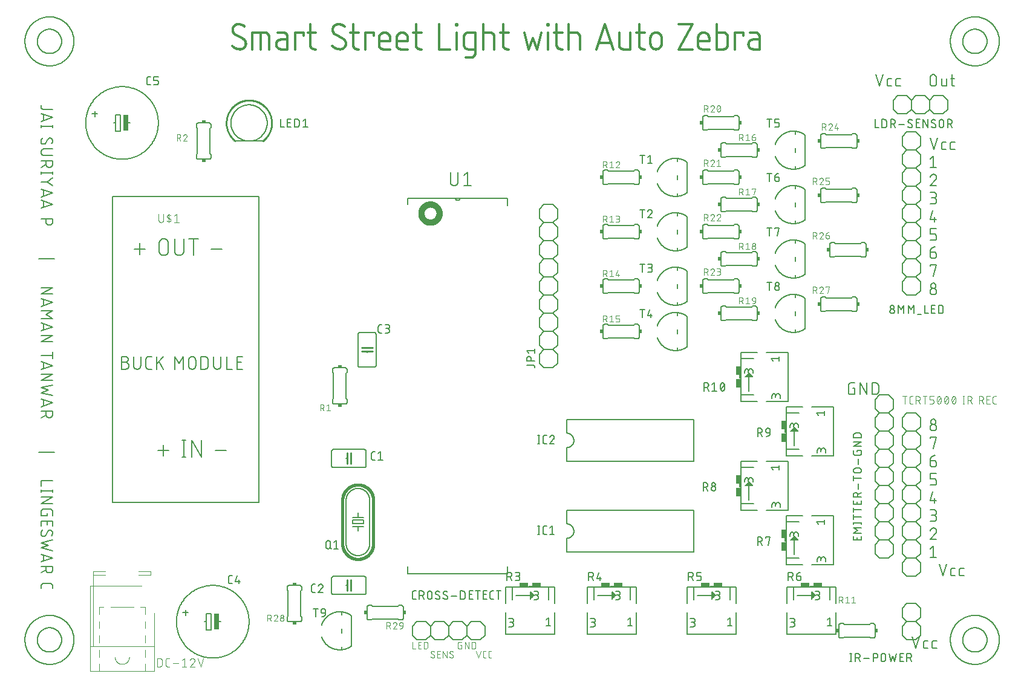
<source format=gbr>
G04 EAGLE Gerber RS-274X export*
G75*
%MOMM*%
%FSLAX34Y34*%
%LPD*%
%INSilkscreen Top*%
%IPPOS*%
%AMOC8*
5,1,8,0,0,1.08239X$1,22.5*%
G01*
%ADD10C,0.152400*%
%ADD11C,0.076200*%
%ADD12C,0.812800*%
%ADD13C,0.304800*%
%ADD14C,0.101600*%
%ADD15C,0.254000*%
%ADD16C,0.127000*%
%ADD17C,0.100000*%
%ADD18C,0.203200*%
%ADD19C,0.406400*%
%ADD20R,0.508000X0.381000*%
%ADD21R,1.270000X0.635000*%
%ADD22R,0.508000X0.254000*%
%ADD23R,0.635000X1.270000*%
%ADD24R,0.254000X0.508000*%
%ADD25R,0.381000X0.508000*%
%ADD26R,0.635000X2.286000*%


D10*
X1258062Y715518D02*
X1263481Y699262D01*
X1268899Y715518D01*
X1277184Y699262D02*
X1280797Y699262D01*
X1277184Y699262D02*
X1277083Y699264D01*
X1276982Y699270D01*
X1276881Y699279D01*
X1276780Y699292D01*
X1276680Y699309D01*
X1276581Y699330D01*
X1276483Y699354D01*
X1276386Y699382D01*
X1276289Y699414D01*
X1276194Y699449D01*
X1276101Y699488D01*
X1276009Y699530D01*
X1275918Y699576D01*
X1275830Y699625D01*
X1275743Y699677D01*
X1275658Y699733D01*
X1275575Y699791D01*
X1275495Y699853D01*
X1275417Y699918D01*
X1275341Y699985D01*
X1275268Y700055D01*
X1275198Y700128D01*
X1275131Y700204D01*
X1275066Y700282D01*
X1275004Y700362D01*
X1274946Y700445D01*
X1274890Y700530D01*
X1274838Y700617D01*
X1274789Y700705D01*
X1274743Y700796D01*
X1274701Y700888D01*
X1274662Y700981D01*
X1274627Y701076D01*
X1274595Y701173D01*
X1274567Y701270D01*
X1274543Y701368D01*
X1274522Y701467D01*
X1274505Y701567D01*
X1274492Y701668D01*
X1274483Y701769D01*
X1274477Y701870D01*
X1274475Y701971D01*
X1274475Y707390D01*
X1274477Y707491D01*
X1274483Y707592D01*
X1274492Y707693D01*
X1274505Y707794D01*
X1274522Y707894D01*
X1274543Y707993D01*
X1274567Y708091D01*
X1274595Y708188D01*
X1274627Y708285D01*
X1274662Y708380D01*
X1274701Y708473D01*
X1274743Y708565D01*
X1274789Y708656D01*
X1274838Y708745D01*
X1274890Y708831D01*
X1274946Y708916D01*
X1275004Y708999D01*
X1275066Y709079D01*
X1275131Y709157D01*
X1275198Y709233D01*
X1275268Y709306D01*
X1275341Y709376D01*
X1275417Y709443D01*
X1275495Y709508D01*
X1275575Y709570D01*
X1275658Y709628D01*
X1275743Y709684D01*
X1275830Y709736D01*
X1275918Y709785D01*
X1276009Y709831D01*
X1276101Y709873D01*
X1276194Y709912D01*
X1276289Y709947D01*
X1276386Y709979D01*
X1276483Y710007D01*
X1276581Y710031D01*
X1276680Y710052D01*
X1276780Y710069D01*
X1276881Y710082D01*
X1276982Y710091D01*
X1277083Y710097D01*
X1277184Y710099D01*
X1280797Y710099D01*
X1289168Y699262D02*
X1292781Y699262D01*
X1289168Y699262D02*
X1289067Y699264D01*
X1288966Y699270D01*
X1288865Y699279D01*
X1288764Y699292D01*
X1288664Y699309D01*
X1288565Y699330D01*
X1288467Y699354D01*
X1288370Y699382D01*
X1288273Y699414D01*
X1288178Y699449D01*
X1288085Y699488D01*
X1287993Y699530D01*
X1287902Y699576D01*
X1287814Y699625D01*
X1287727Y699677D01*
X1287642Y699733D01*
X1287559Y699791D01*
X1287479Y699853D01*
X1287401Y699918D01*
X1287325Y699985D01*
X1287252Y700055D01*
X1287182Y700128D01*
X1287115Y700204D01*
X1287050Y700282D01*
X1286988Y700362D01*
X1286930Y700445D01*
X1286874Y700530D01*
X1286822Y700617D01*
X1286773Y700705D01*
X1286727Y700796D01*
X1286685Y700888D01*
X1286646Y700981D01*
X1286611Y701076D01*
X1286579Y701173D01*
X1286551Y701270D01*
X1286527Y701368D01*
X1286506Y701467D01*
X1286489Y701567D01*
X1286476Y701668D01*
X1286467Y701769D01*
X1286461Y701870D01*
X1286459Y701971D01*
X1286459Y707390D01*
X1286461Y707491D01*
X1286467Y707592D01*
X1286476Y707693D01*
X1286489Y707794D01*
X1286506Y707894D01*
X1286527Y707993D01*
X1286551Y708091D01*
X1286579Y708188D01*
X1286611Y708285D01*
X1286646Y708380D01*
X1286685Y708473D01*
X1286727Y708565D01*
X1286773Y708656D01*
X1286822Y708745D01*
X1286874Y708831D01*
X1286930Y708916D01*
X1286988Y708999D01*
X1287050Y709079D01*
X1287115Y709157D01*
X1287182Y709233D01*
X1287252Y709306D01*
X1287325Y709376D01*
X1287401Y709443D01*
X1287479Y709508D01*
X1287559Y709570D01*
X1287642Y709628D01*
X1287727Y709684D01*
X1287814Y709736D01*
X1287902Y709785D01*
X1287993Y709831D01*
X1288085Y709873D01*
X1288178Y709912D01*
X1288273Y709947D01*
X1288370Y709979D01*
X1288467Y710007D01*
X1288565Y710031D01*
X1288664Y710052D01*
X1288764Y710069D01*
X1288865Y710082D01*
X1288966Y710091D01*
X1289067Y710097D01*
X1289168Y710099D01*
X1292781Y710099D01*
X1232662Y17018D02*
X1238081Y762D01*
X1243499Y17018D01*
X1251784Y762D02*
X1255397Y762D01*
X1251784Y762D02*
X1251683Y764D01*
X1251582Y770D01*
X1251481Y779D01*
X1251380Y792D01*
X1251280Y809D01*
X1251181Y830D01*
X1251083Y854D01*
X1250986Y882D01*
X1250889Y914D01*
X1250794Y949D01*
X1250701Y988D01*
X1250609Y1030D01*
X1250518Y1076D01*
X1250430Y1125D01*
X1250343Y1177D01*
X1250258Y1233D01*
X1250175Y1291D01*
X1250095Y1353D01*
X1250017Y1418D01*
X1249941Y1485D01*
X1249868Y1555D01*
X1249798Y1628D01*
X1249731Y1704D01*
X1249666Y1782D01*
X1249604Y1862D01*
X1249546Y1945D01*
X1249490Y2030D01*
X1249438Y2116D01*
X1249389Y2205D01*
X1249343Y2296D01*
X1249301Y2388D01*
X1249262Y2481D01*
X1249227Y2576D01*
X1249195Y2673D01*
X1249167Y2770D01*
X1249143Y2868D01*
X1249122Y2967D01*
X1249105Y3067D01*
X1249092Y3168D01*
X1249083Y3269D01*
X1249077Y3370D01*
X1249075Y3471D01*
X1249075Y8890D01*
X1249077Y8991D01*
X1249083Y9092D01*
X1249092Y9193D01*
X1249105Y9294D01*
X1249122Y9394D01*
X1249143Y9493D01*
X1249167Y9591D01*
X1249195Y9688D01*
X1249227Y9785D01*
X1249262Y9880D01*
X1249301Y9973D01*
X1249343Y10065D01*
X1249389Y10156D01*
X1249438Y10244D01*
X1249490Y10331D01*
X1249546Y10416D01*
X1249604Y10499D01*
X1249666Y10579D01*
X1249731Y10657D01*
X1249798Y10733D01*
X1249868Y10806D01*
X1249941Y10876D01*
X1250017Y10943D01*
X1250095Y11008D01*
X1250175Y11070D01*
X1250258Y11128D01*
X1250343Y11184D01*
X1250430Y11236D01*
X1250518Y11285D01*
X1250609Y11331D01*
X1250701Y11373D01*
X1250794Y11412D01*
X1250889Y11447D01*
X1250986Y11479D01*
X1251083Y11507D01*
X1251181Y11531D01*
X1251280Y11552D01*
X1251380Y11569D01*
X1251481Y11582D01*
X1251582Y11591D01*
X1251683Y11597D01*
X1251784Y11599D01*
X1255397Y11599D01*
X1263768Y762D02*
X1267381Y762D01*
X1263768Y762D02*
X1263667Y764D01*
X1263566Y770D01*
X1263465Y779D01*
X1263364Y792D01*
X1263264Y809D01*
X1263165Y830D01*
X1263067Y854D01*
X1262970Y882D01*
X1262873Y914D01*
X1262778Y949D01*
X1262685Y988D01*
X1262593Y1030D01*
X1262502Y1076D01*
X1262414Y1125D01*
X1262327Y1177D01*
X1262242Y1233D01*
X1262159Y1291D01*
X1262079Y1353D01*
X1262001Y1418D01*
X1261925Y1485D01*
X1261852Y1555D01*
X1261782Y1628D01*
X1261715Y1704D01*
X1261650Y1782D01*
X1261588Y1862D01*
X1261530Y1945D01*
X1261474Y2030D01*
X1261422Y2116D01*
X1261373Y2205D01*
X1261327Y2296D01*
X1261285Y2388D01*
X1261246Y2481D01*
X1261211Y2576D01*
X1261179Y2673D01*
X1261151Y2770D01*
X1261127Y2868D01*
X1261106Y2967D01*
X1261089Y3067D01*
X1261076Y3168D01*
X1261067Y3269D01*
X1261061Y3370D01*
X1261059Y3471D01*
X1261059Y8890D01*
X1261061Y8991D01*
X1261067Y9092D01*
X1261076Y9193D01*
X1261089Y9294D01*
X1261106Y9394D01*
X1261127Y9493D01*
X1261151Y9591D01*
X1261179Y9688D01*
X1261211Y9785D01*
X1261246Y9880D01*
X1261285Y9973D01*
X1261327Y10065D01*
X1261373Y10156D01*
X1261422Y10244D01*
X1261474Y10331D01*
X1261530Y10416D01*
X1261588Y10499D01*
X1261650Y10579D01*
X1261715Y10657D01*
X1261782Y10733D01*
X1261852Y10806D01*
X1261925Y10876D01*
X1262001Y10943D01*
X1262079Y11008D01*
X1262159Y11070D01*
X1262242Y11128D01*
X1262327Y11184D01*
X1262414Y11236D01*
X1262502Y11285D01*
X1262593Y11331D01*
X1262685Y11373D01*
X1262778Y11412D01*
X1262873Y11447D01*
X1262970Y11479D01*
X1263067Y11507D01*
X1263165Y11531D01*
X1263264Y11552D01*
X1263364Y11569D01*
X1263465Y11582D01*
X1263566Y11591D01*
X1263667Y11597D01*
X1263768Y11599D01*
X1267381Y11599D01*
X1276181Y102362D02*
X1270762Y118618D01*
X1281599Y118618D02*
X1276181Y102362D01*
X1289884Y102362D02*
X1293497Y102362D01*
X1289884Y102362D02*
X1289783Y102364D01*
X1289682Y102370D01*
X1289581Y102379D01*
X1289480Y102392D01*
X1289380Y102409D01*
X1289281Y102430D01*
X1289183Y102454D01*
X1289086Y102482D01*
X1288989Y102514D01*
X1288894Y102549D01*
X1288801Y102588D01*
X1288709Y102630D01*
X1288618Y102676D01*
X1288530Y102725D01*
X1288443Y102777D01*
X1288358Y102833D01*
X1288275Y102891D01*
X1288195Y102953D01*
X1288117Y103018D01*
X1288041Y103085D01*
X1287968Y103155D01*
X1287898Y103228D01*
X1287831Y103304D01*
X1287766Y103382D01*
X1287704Y103462D01*
X1287646Y103545D01*
X1287590Y103630D01*
X1287538Y103717D01*
X1287489Y103805D01*
X1287443Y103896D01*
X1287401Y103988D01*
X1287362Y104081D01*
X1287327Y104176D01*
X1287295Y104273D01*
X1287267Y104370D01*
X1287243Y104468D01*
X1287222Y104567D01*
X1287205Y104667D01*
X1287192Y104768D01*
X1287183Y104869D01*
X1287177Y104970D01*
X1287175Y105071D01*
X1287175Y110490D01*
X1287177Y110591D01*
X1287183Y110692D01*
X1287192Y110793D01*
X1287205Y110894D01*
X1287222Y110994D01*
X1287243Y111093D01*
X1287267Y111191D01*
X1287295Y111288D01*
X1287327Y111385D01*
X1287362Y111480D01*
X1287401Y111573D01*
X1287443Y111665D01*
X1287489Y111756D01*
X1287538Y111845D01*
X1287590Y111931D01*
X1287646Y112016D01*
X1287704Y112099D01*
X1287766Y112179D01*
X1287831Y112257D01*
X1287898Y112333D01*
X1287968Y112406D01*
X1288041Y112476D01*
X1288117Y112543D01*
X1288195Y112608D01*
X1288275Y112670D01*
X1288358Y112728D01*
X1288443Y112784D01*
X1288530Y112836D01*
X1288618Y112885D01*
X1288709Y112931D01*
X1288801Y112973D01*
X1288894Y113012D01*
X1288989Y113047D01*
X1289086Y113079D01*
X1289183Y113107D01*
X1289281Y113131D01*
X1289380Y113152D01*
X1289480Y113169D01*
X1289581Y113182D01*
X1289682Y113191D01*
X1289783Y113197D01*
X1289884Y113199D01*
X1293497Y113199D01*
X1301868Y102362D02*
X1305481Y102362D01*
X1301868Y102362D02*
X1301767Y102364D01*
X1301666Y102370D01*
X1301565Y102379D01*
X1301464Y102392D01*
X1301364Y102409D01*
X1301265Y102430D01*
X1301167Y102454D01*
X1301070Y102482D01*
X1300973Y102514D01*
X1300878Y102549D01*
X1300785Y102588D01*
X1300693Y102630D01*
X1300602Y102676D01*
X1300514Y102725D01*
X1300427Y102777D01*
X1300342Y102833D01*
X1300259Y102891D01*
X1300179Y102953D01*
X1300101Y103018D01*
X1300025Y103085D01*
X1299952Y103155D01*
X1299882Y103228D01*
X1299815Y103304D01*
X1299750Y103382D01*
X1299688Y103462D01*
X1299630Y103545D01*
X1299574Y103630D01*
X1299522Y103717D01*
X1299473Y103805D01*
X1299427Y103896D01*
X1299385Y103988D01*
X1299346Y104081D01*
X1299311Y104176D01*
X1299279Y104273D01*
X1299251Y104370D01*
X1299227Y104468D01*
X1299206Y104567D01*
X1299189Y104667D01*
X1299176Y104768D01*
X1299167Y104869D01*
X1299161Y104970D01*
X1299159Y105071D01*
X1299159Y110490D01*
X1299161Y110591D01*
X1299167Y110692D01*
X1299176Y110793D01*
X1299189Y110894D01*
X1299206Y110994D01*
X1299227Y111093D01*
X1299251Y111191D01*
X1299279Y111288D01*
X1299311Y111385D01*
X1299346Y111480D01*
X1299385Y111573D01*
X1299427Y111665D01*
X1299473Y111756D01*
X1299522Y111845D01*
X1299574Y111931D01*
X1299630Y112016D01*
X1299688Y112099D01*
X1299750Y112179D01*
X1299815Y112257D01*
X1299882Y112333D01*
X1299952Y112406D01*
X1300025Y112476D01*
X1300101Y112543D01*
X1300179Y112608D01*
X1300259Y112670D01*
X1300342Y112728D01*
X1300427Y112784D01*
X1300514Y112836D01*
X1300602Y112885D01*
X1300693Y112931D01*
X1300785Y112973D01*
X1300878Y113012D01*
X1300973Y113047D01*
X1301070Y113079D01*
X1301167Y113107D01*
X1301265Y113131D01*
X1301364Y113152D01*
X1301464Y113169D01*
X1301565Y113182D01*
X1301666Y113191D01*
X1301767Y113197D01*
X1301868Y113199D01*
X1305481Y113199D01*
X1152793Y365393D02*
X1150084Y365393D01*
X1152793Y365393D02*
X1152793Y356362D01*
X1147374Y356362D01*
X1147256Y356364D01*
X1147138Y356370D01*
X1147020Y356379D01*
X1146903Y356393D01*
X1146786Y356410D01*
X1146669Y356431D01*
X1146554Y356456D01*
X1146439Y356485D01*
X1146325Y356518D01*
X1146213Y356554D01*
X1146102Y356594D01*
X1145992Y356637D01*
X1145883Y356684D01*
X1145776Y356734D01*
X1145671Y356789D01*
X1145568Y356846D01*
X1145467Y356907D01*
X1145367Y356971D01*
X1145270Y357038D01*
X1145175Y357108D01*
X1145083Y357182D01*
X1144992Y357258D01*
X1144905Y357338D01*
X1144820Y357420D01*
X1144738Y357505D01*
X1144658Y357592D01*
X1144582Y357683D01*
X1144508Y357775D01*
X1144438Y357870D01*
X1144371Y357967D01*
X1144307Y358067D01*
X1144246Y358168D01*
X1144189Y358271D01*
X1144134Y358376D01*
X1144084Y358483D01*
X1144037Y358592D01*
X1143994Y358702D01*
X1143954Y358813D01*
X1143918Y358925D01*
X1143885Y359039D01*
X1143856Y359154D01*
X1143831Y359269D01*
X1143810Y359386D01*
X1143793Y359503D01*
X1143779Y359620D01*
X1143770Y359738D01*
X1143764Y359856D01*
X1143762Y359974D01*
X1143762Y369006D01*
X1143764Y369124D01*
X1143770Y369242D01*
X1143779Y369360D01*
X1143793Y369477D01*
X1143810Y369594D01*
X1143831Y369711D01*
X1143856Y369826D01*
X1143885Y369941D01*
X1143918Y370055D01*
X1143954Y370167D01*
X1143994Y370278D01*
X1144037Y370388D01*
X1144084Y370497D01*
X1144134Y370604D01*
X1144188Y370709D01*
X1144246Y370812D01*
X1144307Y370913D01*
X1144371Y371013D01*
X1144438Y371110D01*
X1144508Y371205D01*
X1144582Y371297D01*
X1144658Y371388D01*
X1144738Y371475D01*
X1144820Y371560D01*
X1144905Y371642D01*
X1144992Y371722D01*
X1145083Y371798D01*
X1145175Y371872D01*
X1145270Y371942D01*
X1145367Y372009D01*
X1145467Y372073D01*
X1145568Y372134D01*
X1145671Y372191D01*
X1145776Y372245D01*
X1145883Y372296D01*
X1145992Y372343D01*
X1146102Y372386D01*
X1146213Y372426D01*
X1146325Y372462D01*
X1146439Y372495D01*
X1146554Y372524D01*
X1146669Y372549D01*
X1146786Y372570D01*
X1146903Y372587D01*
X1147020Y372601D01*
X1147138Y372610D01*
X1147256Y372616D01*
X1147374Y372618D01*
X1152793Y372618D01*
X1160435Y372618D02*
X1160435Y356362D01*
X1169466Y356362D02*
X1160435Y372618D01*
X1169466Y372618D02*
X1169466Y356362D01*
X1177109Y356362D02*
X1177109Y372618D01*
X1181624Y372618D01*
X1181755Y372616D01*
X1181887Y372610D01*
X1182018Y372601D01*
X1182148Y372587D01*
X1182279Y372570D01*
X1182408Y372549D01*
X1182537Y372525D01*
X1182665Y372496D01*
X1182793Y372464D01*
X1182919Y372428D01*
X1183044Y372389D01*
X1183169Y372346D01*
X1183291Y372299D01*
X1183413Y372249D01*
X1183533Y372195D01*
X1183651Y372138D01*
X1183767Y372077D01*
X1183882Y372013D01*
X1183995Y371946D01*
X1184106Y371875D01*
X1184214Y371801D01*
X1184321Y371724D01*
X1184425Y371644D01*
X1184527Y371561D01*
X1184626Y371476D01*
X1184723Y371387D01*
X1184817Y371295D01*
X1184909Y371201D01*
X1184998Y371104D01*
X1185083Y371005D01*
X1185166Y370903D01*
X1185246Y370799D01*
X1185323Y370692D01*
X1185397Y370584D01*
X1185468Y370473D01*
X1185535Y370360D01*
X1185599Y370245D01*
X1185660Y370129D01*
X1185717Y370011D01*
X1185771Y369891D01*
X1185821Y369769D01*
X1185868Y369647D01*
X1185911Y369522D01*
X1185950Y369397D01*
X1185986Y369271D01*
X1186018Y369143D01*
X1186047Y369015D01*
X1186071Y368886D01*
X1186092Y368757D01*
X1186109Y368626D01*
X1186123Y368496D01*
X1186132Y368365D01*
X1186138Y368233D01*
X1186140Y368102D01*
X1186140Y360878D01*
X1186138Y360747D01*
X1186132Y360615D01*
X1186123Y360484D01*
X1186109Y360354D01*
X1186092Y360223D01*
X1186071Y360094D01*
X1186047Y359965D01*
X1186018Y359837D01*
X1185986Y359709D01*
X1185950Y359583D01*
X1185911Y359458D01*
X1185868Y359333D01*
X1185821Y359211D01*
X1185771Y359089D01*
X1185717Y358969D01*
X1185660Y358851D01*
X1185599Y358735D01*
X1185535Y358620D01*
X1185468Y358507D01*
X1185397Y358396D01*
X1185323Y358288D01*
X1185246Y358181D01*
X1185166Y358077D01*
X1185083Y357975D01*
X1184998Y357876D01*
X1184909Y357779D01*
X1184817Y357685D01*
X1184723Y357593D01*
X1184626Y357504D01*
X1184527Y357419D01*
X1184425Y357336D01*
X1184321Y357256D01*
X1184214Y357179D01*
X1184106Y357105D01*
X1183995Y357034D01*
X1183882Y356967D01*
X1183767Y356903D01*
X1183651Y356842D01*
X1183533Y356785D01*
X1183413Y356731D01*
X1183291Y356681D01*
X1183169Y356634D01*
X1183044Y356591D01*
X1182919Y356552D01*
X1182793Y356516D01*
X1182665Y356484D01*
X1182537Y356455D01*
X1182408Y356431D01*
X1182278Y356410D01*
X1182148Y356393D01*
X1182018Y356379D01*
X1181887Y356370D01*
X1181755Y356364D01*
X1181624Y356362D01*
X1177109Y356362D01*
X1258062Y686506D02*
X1262578Y690118D01*
X1262578Y673862D01*
X1267093Y673862D02*
X1258062Y673862D01*
X1263029Y664718D02*
X1263154Y664716D01*
X1263279Y664710D01*
X1263404Y664701D01*
X1263528Y664687D01*
X1263652Y664670D01*
X1263776Y664649D01*
X1263898Y664624D01*
X1264020Y664595D01*
X1264141Y664563D01*
X1264261Y664527D01*
X1264380Y664487D01*
X1264497Y664444D01*
X1264613Y664397D01*
X1264728Y664346D01*
X1264840Y664292D01*
X1264952Y664234D01*
X1265061Y664174D01*
X1265168Y664109D01*
X1265274Y664042D01*
X1265377Y663971D01*
X1265478Y663897D01*
X1265577Y663820D01*
X1265673Y663740D01*
X1265767Y663657D01*
X1265858Y663572D01*
X1265947Y663483D01*
X1266032Y663392D01*
X1266115Y663298D01*
X1266195Y663202D01*
X1266272Y663103D01*
X1266346Y663002D01*
X1266417Y662899D01*
X1266484Y662793D01*
X1266549Y662686D01*
X1266609Y662577D01*
X1266667Y662465D01*
X1266721Y662353D01*
X1266772Y662238D01*
X1266819Y662122D01*
X1266862Y662005D01*
X1266902Y661886D01*
X1266938Y661766D01*
X1266970Y661645D01*
X1266999Y661523D01*
X1267024Y661401D01*
X1267045Y661277D01*
X1267062Y661153D01*
X1267076Y661029D01*
X1267085Y660904D01*
X1267091Y660779D01*
X1267093Y660654D01*
X1263029Y664718D02*
X1262886Y664716D01*
X1262744Y664710D01*
X1262601Y664700D01*
X1262459Y664687D01*
X1262318Y664669D01*
X1262176Y664648D01*
X1262036Y664623D01*
X1261896Y664594D01*
X1261757Y664561D01*
X1261619Y664524D01*
X1261482Y664484D01*
X1261347Y664440D01*
X1261212Y664392D01*
X1261079Y664340D01*
X1260947Y664285D01*
X1260817Y664226D01*
X1260689Y664164D01*
X1260562Y664098D01*
X1260437Y664029D01*
X1260314Y663957D01*
X1260194Y663881D01*
X1260075Y663802D01*
X1259958Y663719D01*
X1259844Y663634D01*
X1259732Y663545D01*
X1259623Y663454D01*
X1259516Y663359D01*
X1259411Y663262D01*
X1259310Y663161D01*
X1259211Y663058D01*
X1259115Y662953D01*
X1259022Y662844D01*
X1258932Y662733D01*
X1258845Y662620D01*
X1258761Y662505D01*
X1258681Y662387D01*
X1258603Y662267D01*
X1258529Y662145D01*
X1258459Y662021D01*
X1258391Y661895D01*
X1258328Y661767D01*
X1258267Y661638D01*
X1258210Y661507D01*
X1258157Y661375D01*
X1258108Y661241D01*
X1258062Y661106D01*
X1265738Y657493D02*
X1265832Y657585D01*
X1265922Y657679D01*
X1266010Y657776D01*
X1266095Y657876D01*
X1266177Y657978D01*
X1266256Y658083D01*
X1266331Y658190D01*
X1266403Y658299D01*
X1266472Y658410D01*
X1266538Y658524D01*
X1266600Y658639D01*
X1266659Y658756D01*
X1266714Y658875D01*
X1266765Y658995D01*
X1266813Y659117D01*
X1266858Y659240D01*
X1266898Y659364D01*
X1266935Y659490D01*
X1266968Y659617D01*
X1266997Y659744D01*
X1267023Y659873D01*
X1267044Y660002D01*
X1267062Y660132D01*
X1267075Y660262D01*
X1267085Y660392D01*
X1267091Y660523D01*
X1267093Y660654D01*
X1265738Y657493D02*
X1258062Y648462D01*
X1267093Y648462D01*
X1262578Y623062D02*
X1258062Y623062D01*
X1262578Y623062D02*
X1262711Y623064D01*
X1262843Y623070D01*
X1262975Y623080D01*
X1263107Y623093D01*
X1263239Y623111D01*
X1263369Y623132D01*
X1263500Y623157D01*
X1263629Y623186D01*
X1263757Y623219D01*
X1263885Y623255D01*
X1264011Y623295D01*
X1264136Y623339D01*
X1264260Y623387D01*
X1264382Y623438D01*
X1264503Y623493D01*
X1264622Y623551D01*
X1264740Y623613D01*
X1264855Y623678D01*
X1264969Y623747D01*
X1265080Y623818D01*
X1265189Y623894D01*
X1265296Y623972D01*
X1265401Y624053D01*
X1265503Y624138D01*
X1265603Y624225D01*
X1265700Y624315D01*
X1265795Y624408D01*
X1265886Y624504D01*
X1265975Y624602D01*
X1266061Y624703D01*
X1266144Y624807D01*
X1266224Y624913D01*
X1266300Y625021D01*
X1266374Y625131D01*
X1266444Y625244D01*
X1266511Y625358D01*
X1266574Y625475D01*
X1266634Y625593D01*
X1266691Y625713D01*
X1266744Y625835D01*
X1266793Y625958D01*
X1266839Y626082D01*
X1266881Y626208D01*
X1266919Y626335D01*
X1266954Y626463D01*
X1266985Y626592D01*
X1267012Y626721D01*
X1267035Y626852D01*
X1267055Y626983D01*
X1267070Y627115D01*
X1267082Y627247D01*
X1267090Y627379D01*
X1267094Y627512D01*
X1267094Y627644D01*
X1267090Y627777D01*
X1267082Y627909D01*
X1267070Y628041D01*
X1267055Y628173D01*
X1267035Y628304D01*
X1267012Y628435D01*
X1266985Y628564D01*
X1266954Y628693D01*
X1266919Y628821D01*
X1266881Y628948D01*
X1266839Y629074D01*
X1266793Y629198D01*
X1266744Y629321D01*
X1266691Y629443D01*
X1266634Y629563D01*
X1266574Y629681D01*
X1266511Y629798D01*
X1266444Y629912D01*
X1266374Y630025D01*
X1266300Y630135D01*
X1266224Y630243D01*
X1266144Y630349D01*
X1266061Y630453D01*
X1265975Y630554D01*
X1265886Y630652D01*
X1265795Y630748D01*
X1265700Y630841D01*
X1265603Y630931D01*
X1265503Y631018D01*
X1265401Y631103D01*
X1265296Y631184D01*
X1265189Y631262D01*
X1265080Y631338D01*
X1264969Y631409D01*
X1264855Y631478D01*
X1264740Y631543D01*
X1264622Y631605D01*
X1264503Y631663D01*
X1264382Y631718D01*
X1264260Y631769D01*
X1264136Y631817D01*
X1264011Y631861D01*
X1263885Y631901D01*
X1263757Y631937D01*
X1263629Y631970D01*
X1263500Y631999D01*
X1263369Y632024D01*
X1263239Y632045D01*
X1263107Y632063D01*
X1262975Y632076D01*
X1262843Y632086D01*
X1262711Y632092D01*
X1262578Y632094D01*
X1263481Y639318D02*
X1258062Y639318D01*
X1263481Y639318D02*
X1263600Y639316D01*
X1263720Y639310D01*
X1263839Y639300D01*
X1263957Y639286D01*
X1264076Y639269D01*
X1264193Y639247D01*
X1264310Y639222D01*
X1264425Y639192D01*
X1264540Y639159D01*
X1264654Y639122D01*
X1264766Y639082D01*
X1264877Y639037D01*
X1264986Y638989D01*
X1265094Y638938D01*
X1265200Y638883D01*
X1265304Y638824D01*
X1265406Y638762D01*
X1265506Y638697D01*
X1265604Y638628D01*
X1265700Y638556D01*
X1265793Y638481D01*
X1265883Y638404D01*
X1265971Y638323D01*
X1266056Y638239D01*
X1266138Y638152D01*
X1266218Y638063D01*
X1266294Y637971D01*
X1266368Y637877D01*
X1266438Y637780D01*
X1266505Y637682D01*
X1266569Y637581D01*
X1266629Y637477D01*
X1266686Y637372D01*
X1266739Y637265D01*
X1266789Y637157D01*
X1266835Y637047D01*
X1266877Y636935D01*
X1266916Y636822D01*
X1266951Y636708D01*
X1266982Y636593D01*
X1267010Y636476D01*
X1267033Y636359D01*
X1267053Y636242D01*
X1267069Y636123D01*
X1267081Y636004D01*
X1267089Y635885D01*
X1267093Y635766D01*
X1267093Y635646D01*
X1267089Y635527D01*
X1267081Y635408D01*
X1267069Y635289D01*
X1267053Y635170D01*
X1267033Y635053D01*
X1267010Y634936D01*
X1266982Y634819D01*
X1266951Y634704D01*
X1266916Y634590D01*
X1266877Y634477D01*
X1266835Y634365D01*
X1266789Y634255D01*
X1266739Y634147D01*
X1266686Y634040D01*
X1266629Y633935D01*
X1266569Y633831D01*
X1266505Y633730D01*
X1266438Y633632D01*
X1266368Y633535D01*
X1266294Y633441D01*
X1266218Y633349D01*
X1266138Y633260D01*
X1266056Y633173D01*
X1265971Y633089D01*
X1265883Y633008D01*
X1265793Y632931D01*
X1265700Y632856D01*
X1265604Y632784D01*
X1265506Y632715D01*
X1265406Y632650D01*
X1265304Y632588D01*
X1265200Y632529D01*
X1265094Y632474D01*
X1264986Y632423D01*
X1264877Y632375D01*
X1264766Y632330D01*
X1264654Y632290D01*
X1264540Y632253D01*
X1264425Y632220D01*
X1264310Y632190D01*
X1264193Y632165D01*
X1264076Y632143D01*
X1263957Y632126D01*
X1263839Y632112D01*
X1263720Y632102D01*
X1263600Y632096D01*
X1263481Y632094D01*
X1263481Y632093D02*
X1259868Y632093D01*
X1261674Y613918D02*
X1258062Y601274D01*
X1267093Y601274D01*
X1264384Y604887D02*
X1264384Y597662D01*
X1263481Y572262D02*
X1258062Y572262D01*
X1263481Y572262D02*
X1263599Y572264D01*
X1263717Y572270D01*
X1263835Y572279D01*
X1263952Y572293D01*
X1264069Y572310D01*
X1264186Y572331D01*
X1264301Y572356D01*
X1264416Y572385D01*
X1264530Y572418D01*
X1264642Y572454D01*
X1264753Y572494D01*
X1264863Y572537D01*
X1264972Y572584D01*
X1265079Y572634D01*
X1265184Y572689D01*
X1265287Y572746D01*
X1265388Y572807D01*
X1265488Y572871D01*
X1265585Y572938D01*
X1265680Y573008D01*
X1265772Y573082D01*
X1265863Y573158D01*
X1265950Y573238D01*
X1266035Y573320D01*
X1266117Y573405D01*
X1266197Y573492D01*
X1266273Y573583D01*
X1266347Y573675D01*
X1266417Y573770D01*
X1266484Y573867D01*
X1266548Y573967D01*
X1266609Y574068D01*
X1266666Y574171D01*
X1266721Y574276D01*
X1266771Y574383D01*
X1266818Y574492D01*
X1266861Y574602D01*
X1266901Y574713D01*
X1266937Y574825D01*
X1266970Y574939D01*
X1266999Y575054D01*
X1267024Y575169D01*
X1267045Y575286D01*
X1267062Y575403D01*
X1267076Y575520D01*
X1267085Y575638D01*
X1267091Y575756D01*
X1267093Y575874D01*
X1267093Y577681D01*
X1267091Y577799D01*
X1267085Y577917D01*
X1267076Y578035D01*
X1267062Y578152D01*
X1267045Y578269D01*
X1267024Y578386D01*
X1266999Y578501D01*
X1266970Y578616D01*
X1266937Y578730D01*
X1266901Y578842D01*
X1266861Y578953D01*
X1266818Y579063D01*
X1266771Y579172D01*
X1266721Y579279D01*
X1266666Y579384D01*
X1266609Y579487D01*
X1266548Y579588D01*
X1266484Y579688D01*
X1266417Y579785D01*
X1266347Y579880D01*
X1266273Y579972D01*
X1266197Y580063D01*
X1266117Y580150D01*
X1266035Y580235D01*
X1265950Y580317D01*
X1265863Y580397D01*
X1265772Y580473D01*
X1265680Y580547D01*
X1265585Y580617D01*
X1265488Y580684D01*
X1265388Y580748D01*
X1265287Y580809D01*
X1265184Y580866D01*
X1265079Y580921D01*
X1264972Y580971D01*
X1264863Y581018D01*
X1264753Y581061D01*
X1264642Y581101D01*
X1264530Y581137D01*
X1264416Y581170D01*
X1264301Y581199D01*
X1264186Y581224D01*
X1264069Y581245D01*
X1263952Y581262D01*
X1263835Y581276D01*
X1263717Y581285D01*
X1263599Y581291D01*
X1263481Y581293D01*
X1258062Y581293D01*
X1258062Y588518D01*
X1267093Y588518D01*
X1263481Y555893D02*
X1258062Y555893D01*
X1263481Y555893D02*
X1263599Y555891D01*
X1263717Y555885D01*
X1263835Y555876D01*
X1263952Y555862D01*
X1264069Y555845D01*
X1264186Y555824D01*
X1264301Y555799D01*
X1264416Y555770D01*
X1264530Y555737D01*
X1264642Y555701D01*
X1264753Y555661D01*
X1264863Y555618D01*
X1264972Y555571D01*
X1265079Y555521D01*
X1265184Y555466D01*
X1265287Y555409D01*
X1265388Y555348D01*
X1265488Y555284D01*
X1265585Y555217D01*
X1265680Y555147D01*
X1265772Y555073D01*
X1265863Y554997D01*
X1265950Y554917D01*
X1266035Y554835D01*
X1266117Y554750D01*
X1266197Y554663D01*
X1266273Y554572D01*
X1266347Y554480D01*
X1266417Y554385D01*
X1266484Y554288D01*
X1266548Y554188D01*
X1266609Y554087D01*
X1266666Y553984D01*
X1266721Y553879D01*
X1266771Y553772D01*
X1266818Y553663D01*
X1266861Y553553D01*
X1266901Y553442D01*
X1266937Y553330D01*
X1266970Y553216D01*
X1266999Y553101D01*
X1267024Y552986D01*
X1267045Y552869D01*
X1267062Y552752D01*
X1267076Y552635D01*
X1267085Y552517D01*
X1267091Y552399D01*
X1267093Y552281D01*
X1267093Y551378D01*
X1267094Y551378D02*
X1267092Y551245D01*
X1267086Y551113D01*
X1267076Y550981D01*
X1267063Y550849D01*
X1267045Y550717D01*
X1267024Y550587D01*
X1266999Y550456D01*
X1266970Y550327D01*
X1266937Y550199D01*
X1266901Y550071D01*
X1266861Y549945D01*
X1266817Y549820D01*
X1266769Y549696D01*
X1266718Y549574D01*
X1266663Y549453D01*
X1266605Y549334D01*
X1266543Y549216D01*
X1266478Y549101D01*
X1266409Y548987D01*
X1266338Y548876D01*
X1266262Y548767D01*
X1266184Y548660D01*
X1266103Y548555D01*
X1266018Y548453D01*
X1265931Y548353D01*
X1265841Y548256D01*
X1265748Y548161D01*
X1265652Y548070D01*
X1265554Y547981D01*
X1265453Y547895D01*
X1265349Y547812D01*
X1265243Y547732D01*
X1265135Y547656D01*
X1265025Y547582D01*
X1264912Y547512D01*
X1264798Y547445D01*
X1264681Y547382D01*
X1264563Y547322D01*
X1264443Y547265D01*
X1264321Y547212D01*
X1264198Y547163D01*
X1264074Y547117D01*
X1263948Y547075D01*
X1263821Y547037D01*
X1263693Y547002D01*
X1263564Y546971D01*
X1263435Y546944D01*
X1263304Y546921D01*
X1263173Y546901D01*
X1263041Y546886D01*
X1262909Y546874D01*
X1262777Y546866D01*
X1262644Y546862D01*
X1262512Y546862D01*
X1262379Y546866D01*
X1262247Y546874D01*
X1262115Y546886D01*
X1261983Y546901D01*
X1261852Y546921D01*
X1261721Y546944D01*
X1261592Y546971D01*
X1261463Y547002D01*
X1261335Y547037D01*
X1261208Y547075D01*
X1261082Y547117D01*
X1260958Y547163D01*
X1260835Y547212D01*
X1260713Y547265D01*
X1260593Y547322D01*
X1260475Y547382D01*
X1260358Y547445D01*
X1260244Y547512D01*
X1260131Y547582D01*
X1260021Y547656D01*
X1259913Y547732D01*
X1259807Y547812D01*
X1259703Y547895D01*
X1259602Y547981D01*
X1259504Y548070D01*
X1259408Y548161D01*
X1259315Y548256D01*
X1259225Y548353D01*
X1259138Y548453D01*
X1259053Y548555D01*
X1258972Y548660D01*
X1258894Y548767D01*
X1258818Y548876D01*
X1258747Y548987D01*
X1258678Y549101D01*
X1258613Y549216D01*
X1258551Y549334D01*
X1258493Y549453D01*
X1258438Y549574D01*
X1258387Y549696D01*
X1258339Y549820D01*
X1258295Y549945D01*
X1258255Y550071D01*
X1258219Y550199D01*
X1258186Y550327D01*
X1258157Y550456D01*
X1258132Y550587D01*
X1258111Y550717D01*
X1258093Y550849D01*
X1258080Y550981D01*
X1258070Y551113D01*
X1258064Y551245D01*
X1258062Y551378D01*
X1258062Y555893D01*
X1258064Y556070D01*
X1258071Y556248D01*
X1258082Y556425D01*
X1258097Y556601D01*
X1258116Y556777D01*
X1258140Y556953D01*
X1258168Y557128D01*
X1258201Y557303D01*
X1258238Y557476D01*
X1258279Y557649D01*
X1258324Y557820D01*
X1258373Y557990D01*
X1258427Y558159D01*
X1258484Y558327D01*
X1258546Y558493D01*
X1258612Y558658D01*
X1258682Y558821D01*
X1258756Y558982D01*
X1258833Y559141D01*
X1258915Y559299D01*
X1259001Y559454D01*
X1259090Y559607D01*
X1259183Y559758D01*
X1259280Y559907D01*
X1259380Y560053D01*
X1259484Y560197D01*
X1259591Y560338D01*
X1259702Y560476D01*
X1259816Y560612D01*
X1259934Y560745D01*
X1260054Y560875D01*
X1260178Y561002D01*
X1260305Y561126D01*
X1260435Y561246D01*
X1260568Y561364D01*
X1260703Y561478D01*
X1260842Y561589D01*
X1260983Y561696D01*
X1261127Y561800D01*
X1261273Y561900D01*
X1261422Y561997D01*
X1261573Y562090D01*
X1261726Y562179D01*
X1261881Y562265D01*
X1262039Y562347D01*
X1262198Y562424D01*
X1262359Y562498D01*
X1262522Y562568D01*
X1262687Y562634D01*
X1262853Y562696D01*
X1263021Y562753D01*
X1263190Y562807D01*
X1263360Y562856D01*
X1263531Y562901D01*
X1263704Y562942D01*
X1263877Y562979D01*
X1264052Y563012D01*
X1264227Y563040D01*
X1264403Y563064D01*
X1264579Y563083D01*
X1264755Y563098D01*
X1264932Y563109D01*
X1265110Y563116D01*
X1265287Y563118D01*
X1258062Y537718D02*
X1258062Y535912D01*
X1258062Y537718D02*
X1267093Y537718D01*
X1262578Y521462D01*
X1267094Y500578D02*
X1267092Y500711D01*
X1267086Y500843D01*
X1267076Y500975D01*
X1267063Y501107D01*
X1267045Y501239D01*
X1267024Y501369D01*
X1266999Y501500D01*
X1266970Y501629D01*
X1266937Y501757D01*
X1266901Y501885D01*
X1266861Y502011D01*
X1266817Y502136D01*
X1266769Y502260D01*
X1266718Y502382D01*
X1266663Y502503D01*
X1266605Y502622D01*
X1266543Y502740D01*
X1266478Y502855D01*
X1266409Y502969D01*
X1266338Y503080D01*
X1266262Y503189D01*
X1266184Y503296D01*
X1266103Y503401D01*
X1266018Y503503D01*
X1265931Y503603D01*
X1265841Y503700D01*
X1265748Y503795D01*
X1265652Y503886D01*
X1265554Y503975D01*
X1265453Y504061D01*
X1265349Y504144D01*
X1265243Y504224D01*
X1265135Y504300D01*
X1265025Y504374D01*
X1264912Y504444D01*
X1264798Y504511D01*
X1264681Y504574D01*
X1264563Y504634D01*
X1264443Y504691D01*
X1264321Y504744D01*
X1264198Y504793D01*
X1264074Y504839D01*
X1263948Y504881D01*
X1263821Y504919D01*
X1263693Y504954D01*
X1263564Y504985D01*
X1263435Y505012D01*
X1263304Y505035D01*
X1263173Y505055D01*
X1263041Y505070D01*
X1262909Y505082D01*
X1262777Y505090D01*
X1262644Y505094D01*
X1262512Y505094D01*
X1262379Y505090D01*
X1262247Y505082D01*
X1262115Y505070D01*
X1261983Y505055D01*
X1261852Y505035D01*
X1261721Y505012D01*
X1261592Y504985D01*
X1261463Y504954D01*
X1261335Y504919D01*
X1261208Y504881D01*
X1261082Y504839D01*
X1260958Y504793D01*
X1260835Y504744D01*
X1260713Y504691D01*
X1260593Y504634D01*
X1260475Y504574D01*
X1260358Y504511D01*
X1260244Y504444D01*
X1260131Y504374D01*
X1260021Y504300D01*
X1259913Y504224D01*
X1259807Y504144D01*
X1259703Y504061D01*
X1259602Y503975D01*
X1259504Y503886D01*
X1259408Y503795D01*
X1259315Y503700D01*
X1259225Y503603D01*
X1259138Y503503D01*
X1259053Y503401D01*
X1258972Y503296D01*
X1258894Y503189D01*
X1258818Y503080D01*
X1258747Y502969D01*
X1258678Y502855D01*
X1258613Y502740D01*
X1258551Y502622D01*
X1258493Y502503D01*
X1258438Y502382D01*
X1258387Y502260D01*
X1258339Y502136D01*
X1258295Y502011D01*
X1258255Y501885D01*
X1258219Y501757D01*
X1258186Y501629D01*
X1258157Y501500D01*
X1258132Y501369D01*
X1258111Y501239D01*
X1258093Y501107D01*
X1258080Y500975D01*
X1258070Y500843D01*
X1258064Y500711D01*
X1258062Y500578D01*
X1258064Y500445D01*
X1258070Y500313D01*
X1258080Y500181D01*
X1258093Y500049D01*
X1258111Y499917D01*
X1258132Y499787D01*
X1258157Y499656D01*
X1258186Y499527D01*
X1258219Y499399D01*
X1258255Y499271D01*
X1258295Y499145D01*
X1258339Y499020D01*
X1258387Y498896D01*
X1258438Y498774D01*
X1258493Y498653D01*
X1258551Y498534D01*
X1258613Y498416D01*
X1258678Y498301D01*
X1258747Y498187D01*
X1258818Y498076D01*
X1258894Y497967D01*
X1258972Y497860D01*
X1259053Y497755D01*
X1259138Y497653D01*
X1259225Y497553D01*
X1259315Y497456D01*
X1259408Y497361D01*
X1259504Y497270D01*
X1259602Y497181D01*
X1259703Y497095D01*
X1259807Y497012D01*
X1259913Y496932D01*
X1260021Y496856D01*
X1260131Y496782D01*
X1260244Y496712D01*
X1260358Y496645D01*
X1260475Y496582D01*
X1260593Y496522D01*
X1260713Y496465D01*
X1260835Y496412D01*
X1260958Y496363D01*
X1261082Y496317D01*
X1261208Y496275D01*
X1261335Y496237D01*
X1261463Y496202D01*
X1261592Y496171D01*
X1261721Y496144D01*
X1261852Y496121D01*
X1261983Y496101D01*
X1262115Y496086D01*
X1262247Y496074D01*
X1262379Y496066D01*
X1262512Y496062D01*
X1262644Y496062D01*
X1262777Y496066D01*
X1262909Y496074D01*
X1263041Y496086D01*
X1263173Y496101D01*
X1263304Y496121D01*
X1263435Y496144D01*
X1263564Y496171D01*
X1263693Y496202D01*
X1263821Y496237D01*
X1263948Y496275D01*
X1264074Y496317D01*
X1264198Y496363D01*
X1264321Y496412D01*
X1264443Y496465D01*
X1264563Y496522D01*
X1264681Y496582D01*
X1264798Y496645D01*
X1264912Y496712D01*
X1265025Y496782D01*
X1265135Y496856D01*
X1265243Y496932D01*
X1265349Y497012D01*
X1265453Y497095D01*
X1265554Y497181D01*
X1265652Y497270D01*
X1265748Y497361D01*
X1265841Y497456D01*
X1265931Y497553D01*
X1266018Y497653D01*
X1266103Y497755D01*
X1266184Y497860D01*
X1266262Y497967D01*
X1266338Y498076D01*
X1266409Y498187D01*
X1266478Y498301D01*
X1266543Y498416D01*
X1266605Y498534D01*
X1266663Y498653D01*
X1266718Y498774D01*
X1266769Y498896D01*
X1266817Y499020D01*
X1266861Y499145D01*
X1266901Y499271D01*
X1266937Y499399D01*
X1266970Y499527D01*
X1266999Y499656D01*
X1267024Y499787D01*
X1267045Y499917D01*
X1267063Y500049D01*
X1267076Y500181D01*
X1267086Y500313D01*
X1267092Y500445D01*
X1267094Y500578D01*
X1266190Y508706D02*
X1266188Y508825D01*
X1266182Y508945D01*
X1266172Y509064D01*
X1266158Y509182D01*
X1266141Y509301D01*
X1266119Y509418D01*
X1266094Y509535D01*
X1266064Y509650D01*
X1266031Y509765D01*
X1265994Y509879D01*
X1265954Y509991D01*
X1265909Y510102D01*
X1265861Y510211D01*
X1265810Y510319D01*
X1265755Y510425D01*
X1265696Y510529D01*
X1265634Y510631D01*
X1265569Y510731D01*
X1265500Y510829D01*
X1265428Y510925D01*
X1265353Y511018D01*
X1265276Y511108D01*
X1265195Y511196D01*
X1265111Y511281D01*
X1265024Y511363D01*
X1264935Y511443D01*
X1264843Y511519D01*
X1264749Y511593D01*
X1264652Y511663D01*
X1264554Y511730D01*
X1264453Y511794D01*
X1264349Y511854D01*
X1264244Y511911D01*
X1264137Y511964D01*
X1264029Y512014D01*
X1263919Y512060D01*
X1263807Y512102D01*
X1263694Y512141D01*
X1263580Y512176D01*
X1263465Y512207D01*
X1263348Y512235D01*
X1263231Y512258D01*
X1263114Y512278D01*
X1262995Y512294D01*
X1262876Y512306D01*
X1262757Y512314D01*
X1262638Y512318D01*
X1262518Y512318D01*
X1262399Y512314D01*
X1262280Y512306D01*
X1262161Y512294D01*
X1262042Y512278D01*
X1261925Y512258D01*
X1261808Y512235D01*
X1261691Y512207D01*
X1261576Y512176D01*
X1261462Y512141D01*
X1261349Y512102D01*
X1261237Y512060D01*
X1261127Y512014D01*
X1261019Y511964D01*
X1260912Y511911D01*
X1260807Y511854D01*
X1260703Y511794D01*
X1260602Y511730D01*
X1260504Y511663D01*
X1260407Y511593D01*
X1260313Y511519D01*
X1260221Y511443D01*
X1260132Y511363D01*
X1260045Y511281D01*
X1259961Y511196D01*
X1259880Y511108D01*
X1259803Y511018D01*
X1259728Y510925D01*
X1259656Y510829D01*
X1259587Y510731D01*
X1259522Y510631D01*
X1259460Y510529D01*
X1259401Y510425D01*
X1259346Y510319D01*
X1259295Y510211D01*
X1259247Y510102D01*
X1259202Y509991D01*
X1259162Y509879D01*
X1259125Y509765D01*
X1259092Y509650D01*
X1259062Y509535D01*
X1259037Y509418D01*
X1259015Y509301D01*
X1258998Y509182D01*
X1258984Y509064D01*
X1258974Y508945D01*
X1258968Y508825D01*
X1258966Y508706D01*
X1258968Y508587D01*
X1258974Y508467D01*
X1258984Y508348D01*
X1258998Y508230D01*
X1259015Y508111D01*
X1259037Y507994D01*
X1259062Y507877D01*
X1259092Y507762D01*
X1259125Y507647D01*
X1259162Y507533D01*
X1259202Y507421D01*
X1259247Y507310D01*
X1259295Y507201D01*
X1259346Y507093D01*
X1259401Y506987D01*
X1259460Y506883D01*
X1259522Y506781D01*
X1259587Y506681D01*
X1259656Y506583D01*
X1259728Y506487D01*
X1259803Y506394D01*
X1259880Y506304D01*
X1259961Y506216D01*
X1260045Y506131D01*
X1260132Y506049D01*
X1260221Y505969D01*
X1260313Y505893D01*
X1260407Y505819D01*
X1260504Y505749D01*
X1260602Y505682D01*
X1260703Y505618D01*
X1260807Y505558D01*
X1260912Y505501D01*
X1261019Y505448D01*
X1261127Y505398D01*
X1261237Y505352D01*
X1261349Y505310D01*
X1261462Y505271D01*
X1261576Y505236D01*
X1261691Y505205D01*
X1261808Y505177D01*
X1261925Y505154D01*
X1262042Y505134D01*
X1262161Y505118D01*
X1262280Y505106D01*
X1262399Y505098D01*
X1262518Y505094D01*
X1262638Y505094D01*
X1262757Y505098D01*
X1262876Y505106D01*
X1262995Y505118D01*
X1263114Y505134D01*
X1263231Y505154D01*
X1263348Y505177D01*
X1263465Y505205D01*
X1263580Y505236D01*
X1263694Y505271D01*
X1263807Y505310D01*
X1263919Y505352D01*
X1264029Y505398D01*
X1264137Y505448D01*
X1264244Y505501D01*
X1264349Y505558D01*
X1264453Y505618D01*
X1264554Y505682D01*
X1264652Y505749D01*
X1264749Y505819D01*
X1264843Y505893D01*
X1264935Y505969D01*
X1265024Y506049D01*
X1265111Y506131D01*
X1265195Y506216D01*
X1265276Y506304D01*
X1265353Y506394D01*
X1265428Y506487D01*
X1265500Y506583D01*
X1265569Y506681D01*
X1265634Y506781D01*
X1265696Y506883D01*
X1265755Y506987D01*
X1265810Y507093D01*
X1265861Y507201D01*
X1265909Y507310D01*
X1265954Y507421D01*
X1265994Y507533D01*
X1266031Y507647D01*
X1266064Y507762D01*
X1266094Y507877D01*
X1266119Y507994D01*
X1266141Y508111D01*
X1266158Y508230D01*
X1266172Y508348D01*
X1266182Y508467D01*
X1266188Y508587D01*
X1266190Y508706D01*
X1258062Y792678D02*
X1258062Y799902D01*
X1258064Y800035D01*
X1258070Y800167D01*
X1258080Y800299D01*
X1258093Y800431D01*
X1258111Y800563D01*
X1258132Y800693D01*
X1258157Y800824D01*
X1258186Y800953D01*
X1258219Y801081D01*
X1258255Y801209D01*
X1258295Y801335D01*
X1258339Y801460D01*
X1258387Y801584D01*
X1258438Y801706D01*
X1258493Y801827D01*
X1258551Y801946D01*
X1258613Y802064D01*
X1258678Y802179D01*
X1258747Y802293D01*
X1258818Y802404D01*
X1258894Y802513D01*
X1258972Y802620D01*
X1259053Y802725D01*
X1259138Y802827D01*
X1259225Y802927D01*
X1259315Y803024D01*
X1259408Y803119D01*
X1259504Y803210D01*
X1259602Y803299D01*
X1259703Y803385D01*
X1259807Y803468D01*
X1259913Y803548D01*
X1260021Y803624D01*
X1260131Y803698D01*
X1260244Y803768D01*
X1260358Y803835D01*
X1260475Y803898D01*
X1260593Y803958D01*
X1260713Y804015D01*
X1260835Y804068D01*
X1260958Y804117D01*
X1261082Y804163D01*
X1261208Y804205D01*
X1261335Y804243D01*
X1261463Y804278D01*
X1261592Y804309D01*
X1261721Y804336D01*
X1261852Y804359D01*
X1261983Y804379D01*
X1262115Y804394D01*
X1262247Y804406D01*
X1262379Y804414D01*
X1262512Y804418D01*
X1262644Y804418D01*
X1262777Y804414D01*
X1262909Y804406D01*
X1263041Y804394D01*
X1263173Y804379D01*
X1263304Y804359D01*
X1263435Y804336D01*
X1263564Y804309D01*
X1263693Y804278D01*
X1263821Y804243D01*
X1263948Y804205D01*
X1264074Y804163D01*
X1264198Y804117D01*
X1264321Y804068D01*
X1264443Y804015D01*
X1264563Y803958D01*
X1264681Y803898D01*
X1264798Y803835D01*
X1264912Y803768D01*
X1265025Y803698D01*
X1265135Y803624D01*
X1265243Y803548D01*
X1265349Y803468D01*
X1265453Y803385D01*
X1265554Y803299D01*
X1265652Y803210D01*
X1265748Y803119D01*
X1265841Y803024D01*
X1265931Y802927D01*
X1266018Y802827D01*
X1266103Y802725D01*
X1266184Y802620D01*
X1266262Y802513D01*
X1266338Y802404D01*
X1266409Y802293D01*
X1266478Y802179D01*
X1266543Y802064D01*
X1266605Y801946D01*
X1266663Y801827D01*
X1266718Y801706D01*
X1266769Y801584D01*
X1266817Y801460D01*
X1266861Y801335D01*
X1266901Y801209D01*
X1266937Y801081D01*
X1266970Y800953D01*
X1266999Y800824D01*
X1267024Y800693D01*
X1267045Y800563D01*
X1267063Y800431D01*
X1267076Y800299D01*
X1267086Y800167D01*
X1267092Y800035D01*
X1267094Y799902D01*
X1267093Y799902D02*
X1267093Y792678D01*
X1267094Y792678D02*
X1267092Y792545D01*
X1267086Y792413D01*
X1267076Y792281D01*
X1267063Y792149D01*
X1267045Y792017D01*
X1267024Y791887D01*
X1266999Y791756D01*
X1266970Y791627D01*
X1266937Y791499D01*
X1266901Y791371D01*
X1266861Y791245D01*
X1266817Y791120D01*
X1266769Y790996D01*
X1266718Y790874D01*
X1266663Y790753D01*
X1266605Y790634D01*
X1266543Y790516D01*
X1266478Y790401D01*
X1266409Y790287D01*
X1266338Y790176D01*
X1266262Y790067D01*
X1266184Y789960D01*
X1266103Y789855D01*
X1266018Y789753D01*
X1265931Y789653D01*
X1265841Y789556D01*
X1265748Y789461D01*
X1265652Y789370D01*
X1265554Y789281D01*
X1265453Y789195D01*
X1265349Y789112D01*
X1265243Y789032D01*
X1265135Y788956D01*
X1265025Y788882D01*
X1264912Y788812D01*
X1264798Y788745D01*
X1264681Y788682D01*
X1264563Y788622D01*
X1264443Y788565D01*
X1264321Y788512D01*
X1264198Y788463D01*
X1264074Y788417D01*
X1263948Y788375D01*
X1263821Y788337D01*
X1263693Y788302D01*
X1263564Y788271D01*
X1263435Y788244D01*
X1263304Y788221D01*
X1263173Y788201D01*
X1263041Y788186D01*
X1262909Y788174D01*
X1262777Y788166D01*
X1262644Y788162D01*
X1262512Y788162D01*
X1262379Y788166D01*
X1262247Y788174D01*
X1262115Y788186D01*
X1261983Y788201D01*
X1261852Y788221D01*
X1261721Y788244D01*
X1261592Y788271D01*
X1261463Y788302D01*
X1261335Y788337D01*
X1261208Y788375D01*
X1261082Y788417D01*
X1260958Y788463D01*
X1260835Y788512D01*
X1260713Y788565D01*
X1260593Y788622D01*
X1260475Y788682D01*
X1260358Y788745D01*
X1260244Y788812D01*
X1260131Y788882D01*
X1260021Y788956D01*
X1259913Y789032D01*
X1259807Y789112D01*
X1259703Y789195D01*
X1259602Y789281D01*
X1259504Y789370D01*
X1259408Y789461D01*
X1259315Y789556D01*
X1259225Y789653D01*
X1259138Y789753D01*
X1259053Y789855D01*
X1258972Y789960D01*
X1258894Y790067D01*
X1258818Y790176D01*
X1258747Y790287D01*
X1258678Y790401D01*
X1258613Y790516D01*
X1258551Y790634D01*
X1258493Y790753D01*
X1258438Y790874D01*
X1258387Y790996D01*
X1258339Y791120D01*
X1258295Y791245D01*
X1258255Y791371D01*
X1258219Y791499D01*
X1258186Y791627D01*
X1258157Y791756D01*
X1258132Y791887D01*
X1258111Y792017D01*
X1258093Y792149D01*
X1258080Y792281D01*
X1258070Y792413D01*
X1258064Y792545D01*
X1258062Y792678D01*
X1274075Y790871D02*
X1274075Y798999D01*
X1274076Y790871D02*
X1274078Y790770D01*
X1274084Y790669D01*
X1274093Y790568D01*
X1274106Y790467D01*
X1274123Y790367D01*
X1274144Y790268D01*
X1274168Y790170D01*
X1274196Y790073D01*
X1274228Y789976D01*
X1274263Y789881D01*
X1274302Y789788D01*
X1274344Y789696D01*
X1274390Y789605D01*
X1274439Y789517D01*
X1274491Y789430D01*
X1274547Y789345D01*
X1274605Y789262D01*
X1274667Y789182D01*
X1274732Y789104D01*
X1274799Y789028D01*
X1274869Y788955D01*
X1274942Y788885D01*
X1275018Y788818D01*
X1275096Y788753D01*
X1275176Y788691D01*
X1275259Y788633D01*
X1275344Y788577D01*
X1275431Y788525D01*
X1275519Y788476D01*
X1275610Y788430D01*
X1275702Y788388D01*
X1275795Y788349D01*
X1275890Y788314D01*
X1275987Y788282D01*
X1276084Y788254D01*
X1276182Y788230D01*
X1276281Y788209D01*
X1276381Y788192D01*
X1276482Y788179D01*
X1276583Y788170D01*
X1276684Y788164D01*
X1276785Y788162D01*
X1281300Y788162D01*
X1281300Y798999D01*
X1286846Y798999D02*
X1292265Y798999D01*
X1288652Y804418D02*
X1288652Y790871D01*
X1288653Y790871D02*
X1288655Y790770D01*
X1288661Y790669D01*
X1288670Y790568D01*
X1288683Y790467D01*
X1288700Y790367D01*
X1288721Y790268D01*
X1288745Y790170D01*
X1288773Y790073D01*
X1288805Y789976D01*
X1288840Y789881D01*
X1288879Y789788D01*
X1288921Y789696D01*
X1288967Y789605D01*
X1289016Y789517D01*
X1289068Y789430D01*
X1289124Y789345D01*
X1289182Y789262D01*
X1289244Y789182D01*
X1289309Y789104D01*
X1289376Y789028D01*
X1289446Y788955D01*
X1289519Y788885D01*
X1289595Y788818D01*
X1289673Y788753D01*
X1289753Y788691D01*
X1289836Y788633D01*
X1289921Y788577D01*
X1290008Y788525D01*
X1290096Y788476D01*
X1290187Y788430D01*
X1290279Y788388D01*
X1290372Y788349D01*
X1290467Y788314D01*
X1290564Y788282D01*
X1290661Y788254D01*
X1290759Y788230D01*
X1290858Y788209D01*
X1290958Y788192D01*
X1291059Y788179D01*
X1291160Y788170D01*
X1291261Y788164D01*
X1291362Y788162D01*
X1292265Y788162D01*
X1187281Y788162D02*
X1181862Y804418D01*
X1192699Y804418D02*
X1187281Y788162D01*
X1200984Y788162D02*
X1204597Y788162D01*
X1200984Y788162D02*
X1200883Y788164D01*
X1200782Y788170D01*
X1200681Y788179D01*
X1200580Y788192D01*
X1200480Y788209D01*
X1200381Y788230D01*
X1200283Y788254D01*
X1200186Y788282D01*
X1200089Y788314D01*
X1199994Y788349D01*
X1199901Y788388D01*
X1199809Y788430D01*
X1199718Y788476D01*
X1199630Y788525D01*
X1199543Y788577D01*
X1199458Y788633D01*
X1199375Y788691D01*
X1199295Y788753D01*
X1199217Y788818D01*
X1199141Y788885D01*
X1199068Y788955D01*
X1198998Y789028D01*
X1198931Y789104D01*
X1198866Y789182D01*
X1198804Y789262D01*
X1198746Y789345D01*
X1198690Y789430D01*
X1198638Y789517D01*
X1198589Y789605D01*
X1198543Y789696D01*
X1198501Y789788D01*
X1198462Y789881D01*
X1198427Y789976D01*
X1198395Y790073D01*
X1198367Y790170D01*
X1198343Y790268D01*
X1198322Y790367D01*
X1198305Y790467D01*
X1198292Y790568D01*
X1198283Y790669D01*
X1198277Y790770D01*
X1198275Y790871D01*
X1198275Y796290D01*
X1198277Y796391D01*
X1198283Y796492D01*
X1198292Y796593D01*
X1198305Y796694D01*
X1198322Y796794D01*
X1198343Y796893D01*
X1198367Y796991D01*
X1198395Y797088D01*
X1198427Y797185D01*
X1198462Y797280D01*
X1198501Y797373D01*
X1198543Y797465D01*
X1198589Y797556D01*
X1198638Y797645D01*
X1198690Y797731D01*
X1198746Y797816D01*
X1198804Y797899D01*
X1198866Y797979D01*
X1198931Y798057D01*
X1198998Y798133D01*
X1199068Y798206D01*
X1199141Y798276D01*
X1199217Y798343D01*
X1199295Y798408D01*
X1199375Y798470D01*
X1199458Y798528D01*
X1199543Y798584D01*
X1199630Y798636D01*
X1199718Y798685D01*
X1199809Y798731D01*
X1199901Y798773D01*
X1199994Y798812D01*
X1200089Y798847D01*
X1200186Y798879D01*
X1200283Y798907D01*
X1200381Y798931D01*
X1200480Y798952D01*
X1200580Y798969D01*
X1200681Y798982D01*
X1200782Y798991D01*
X1200883Y798997D01*
X1200984Y798999D01*
X1204597Y798999D01*
X1212968Y788162D02*
X1216581Y788162D01*
X1212968Y788162D02*
X1212867Y788164D01*
X1212766Y788170D01*
X1212665Y788179D01*
X1212564Y788192D01*
X1212464Y788209D01*
X1212365Y788230D01*
X1212267Y788254D01*
X1212170Y788282D01*
X1212073Y788314D01*
X1211978Y788349D01*
X1211885Y788388D01*
X1211793Y788430D01*
X1211702Y788476D01*
X1211614Y788525D01*
X1211527Y788577D01*
X1211442Y788633D01*
X1211359Y788691D01*
X1211279Y788753D01*
X1211201Y788818D01*
X1211125Y788885D01*
X1211052Y788955D01*
X1210982Y789028D01*
X1210915Y789104D01*
X1210850Y789182D01*
X1210788Y789262D01*
X1210730Y789345D01*
X1210674Y789430D01*
X1210622Y789517D01*
X1210573Y789605D01*
X1210527Y789696D01*
X1210485Y789788D01*
X1210446Y789881D01*
X1210411Y789976D01*
X1210379Y790073D01*
X1210351Y790170D01*
X1210327Y790268D01*
X1210306Y790367D01*
X1210289Y790467D01*
X1210276Y790568D01*
X1210267Y790669D01*
X1210261Y790770D01*
X1210259Y790871D01*
X1210259Y796290D01*
X1210261Y796391D01*
X1210267Y796492D01*
X1210276Y796593D01*
X1210289Y796694D01*
X1210306Y796794D01*
X1210327Y796893D01*
X1210351Y796991D01*
X1210379Y797088D01*
X1210411Y797185D01*
X1210446Y797280D01*
X1210485Y797373D01*
X1210527Y797465D01*
X1210573Y797556D01*
X1210622Y797645D01*
X1210674Y797731D01*
X1210730Y797816D01*
X1210788Y797899D01*
X1210850Y797979D01*
X1210915Y798057D01*
X1210982Y798133D01*
X1211052Y798206D01*
X1211125Y798276D01*
X1211201Y798343D01*
X1211279Y798408D01*
X1211359Y798470D01*
X1211442Y798528D01*
X1211527Y798584D01*
X1211614Y798636D01*
X1211702Y798685D01*
X1211793Y798731D01*
X1211885Y798773D01*
X1211978Y798812D01*
X1212073Y798847D01*
X1212170Y798879D01*
X1212267Y798907D01*
X1212365Y798931D01*
X1212464Y798952D01*
X1212564Y798969D01*
X1212665Y798982D01*
X1212766Y798991D01*
X1212867Y798997D01*
X1212968Y798999D01*
X1216581Y798999D01*
D11*
X622681Y-2921D02*
X625814Y-12319D01*
X628946Y-2921D01*
X634410Y-12319D02*
X636498Y-12319D01*
X634410Y-12319D02*
X634321Y-12317D01*
X634233Y-12311D01*
X634145Y-12302D01*
X634057Y-12289D01*
X633970Y-12272D01*
X633884Y-12252D01*
X633799Y-12227D01*
X633714Y-12200D01*
X633631Y-12168D01*
X633550Y-12134D01*
X633470Y-12095D01*
X633392Y-12054D01*
X633315Y-12009D01*
X633241Y-11961D01*
X633168Y-11910D01*
X633098Y-11856D01*
X633031Y-11798D01*
X632965Y-11738D01*
X632903Y-11676D01*
X632843Y-11610D01*
X632785Y-11543D01*
X632731Y-11473D01*
X632680Y-11400D01*
X632632Y-11326D01*
X632587Y-11249D01*
X632546Y-11171D01*
X632507Y-11091D01*
X632473Y-11010D01*
X632441Y-10927D01*
X632414Y-10842D01*
X632389Y-10757D01*
X632369Y-10671D01*
X632352Y-10584D01*
X632339Y-10496D01*
X632330Y-10408D01*
X632324Y-10320D01*
X632322Y-10231D01*
X632321Y-10231D02*
X632321Y-5009D01*
X632323Y-4918D01*
X632329Y-4827D01*
X632339Y-4736D01*
X632353Y-4646D01*
X632371Y-4557D01*
X632392Y-4468D01*
X632418Y-4381D01*
X632447Y-4295D01*
X632480Y-4210D01*
X632517Y-4126D01*
X632557Y-4044D01*
X632601Y-3965D01*
X632648Y-3887D01*
X632699Y-3811D01*
X632753Y-3737D01*
X632810Y-3666D01*
X632870Y-3598D01*
X632933Y-3532D01*
X632999Y-3469D01*
X633067Y-3409D01*
X633138Y-3352D01*
X633212Y-3298D01*
X633288Y-3247D01*
X633365Y-3200D01*
X633445Y-3156D01*
X633527Y-3116D01*
X633611Y-3079D01*
X633695Y-3046D01*
X633782Y-3017D01*
X633869Y-2991D01*
X633958Y-2970D01*
X634047Y-2952D01*
X634137Y-2938D01*
X634228Y-2928D01*
X634319Y-2922D01*
X634410Y-2920D01*
X634410Y-2921D02*
X636498Y-2921D01*
X642030Y-12319D02*
X644118Y-12319D01*
X642030Y-12319D02*
X641941Y-12317D01*
X641853Y-12311D01*
X641765Y-12302D01*
X641677Y-12289D01*
X641590Y-12272D01*
X641504Y-12252D01*
X641419Y-12227D01*
X641334Y-12200D01*
X641251Y-12168D01*
X641170Y-12134D01*
X641090Y-12095D01*
X641012Y-12054D01*
X640935Y-12009D01*
X640861Y-11961D01*
X640788Y-11910D01*
X640718Y-11856D01*
X640651Y-11798D01*
X640585Y-11738D01*
X640523Y-11676D01*
X640463Y-11610D01*
X640405Y-11543D01*
X640351Y-11473D01*
X640300Y-11400D01*
X640252Y-11326D01*
X640207Y-11249D01*
X640166Y-11171D01*
X640127Y-11091D01*
X640093Y-11010D01*
X640061Y-10927D01*
X640034Y-10842D01*
X640009Y-10757D01*
X639989Y-10671D01*
X639972Y-10584D01*
X639959Y-10496D01*
X639950Y-10408D01*
X639944Y-10320D01*
X639942Y-10231D01*
X639941Y-10231D02*
X639941Y-5009D01*
X639943Y-4918D01*
X639949Y-4827D01*
X639959Y-4736D01*
X639973Y-4646D01*
X639991Y-4557D01*
X640012Y-4468D01*
X640038Y-4381D01*
X640067Y-4295D01*
X640100Y-4210D01*
X640137Y-4126D01*
X640177Y-4044D01*
X640221Y-3965D01*
X640268Y-3887D01*
X640319Y-3811D01*
X640373Y-3737D01*
X640430Y-3666D01*
X640490Y-3598D01*
X640553Y-3532D01*
X640619Y-3469D01*
X640687Y-3409D01*
X640758Y-3352D01*
X640832Y-3298D01*
X640908Y-3247D01*
X640985Y-3200D01*
X641065Y-3156D01*
X641147Y-3116D01*
X641231Y-3079D01*
X641315Y-3046D01*
X641402Y-3017D01*
X641489Y-2991D01*
X641578Y-2970D01*
X641667Y-2952D01*
X641757Y-2938D01*
X641848Y-2928D01*
X641939Y-2922D01*
X642030Y-2920D01*
X642030Y-2921D02*
X644118Y-2921D01*
X602502Y5602D02*
X600936Y5602D01*
X602502Y5602D02*
X602502Y381D01*
X599369Y381D01*
X599280Y383D01*
X599192Y389D01*
X599104Y398D01*
X599016Y411D01*
X598929Y428D01*
X598843Y448D01*
X598758Y473D01*
X598673Y500D01*
X598590Y532D01*
X598509Y566D01*
X598429Y605D01*
X598351Y646D01*
X598274Y691D01*
X598200Y739D01*
X598127Y790D01*
X598057Y844D01*
X597990Y902D01*
X597924Y962D01*
X597862Y1024D01*
X597802Y1090D01*
X597744Y1157D01*
X597690Y1227D01*
X597639Y1300D01*
X597591Y1374D01*
X597546Y1451D01*
X597505Y1529D01*
X597466Y1609D01*
X597432Y1690D01*
X597400Y1773D01*
X597373Y1858D01*
X597348Y1943D01*
X597328Y2029D01*
X597311Y2116D01*
X597298Y2204D01*
X597289Y2292D01*
X597283Y2380D01*
X597281Y2469D01*
X597281Y7691D01*
X597283Y7782D01*
X597289Y7873D01*
X597299Y7964D01*
X597313Y8054D01*
X597330Y8143D01*
X597352Y8231D01*
X597378Y8319D01*
X597407Y8405D01*
X597440Y8490D01*
X597477Y8573D01*
X597517Y8655D01*
X597561Y8735D01*
X597608Y8813D01*
X597659Y8889D01*
X597712Y8962D01*
X597769Y9033D01*
X597830Y9102D01*
X597893Y9167D01*
X597958Y9230D01*
X598027Y9290D01*
X598098Y9348D01*
X598171Y9401D01*
X598247Y9452D01*
X598325Y9499D01*
X598405Y9543D01*
X598487Y9583D01*
X598570Y9620D01*
X598655Y9653D01*
X598741Y9682D01*
X598829Y9708D01*
X598917Y9730D01*
X599006Y9747D01*
X599096Y9761D01*
X599187Y9771D01*
X599278Y9777D01*
X599369Y9779D01*
X602502Y9779D01*
X607035Y9779D02*
X607035Y381D01*
X612256Y381D02*
X607035Y9779D01*
X612256Y9779D02*
X612256Y381D01*
X616788Y381D02*
X616788Y9779D01*
X619399Y9779D01*
X619499Y9777D01*
X619599Y9771D01*
X619698Y9762D01*
X619798Y9748D01*
X619896Y9731D01*
X619994Y9710D01*
X620091Y9686D01*
X620187Y9657D01*
X620282Y9625D01*
X620375Y9590D01*
X620467Y9551D01*
X620558Y9508D01*
X620646Y9462D01*
X620733Y9412D01*
X620818Y9360D01*
X620901Y9304D01*
X620982Y9245D01*
X621060Y9182D01*
X621136Y9117D01*
X621210Y9049D01*
X621280Y8979D01*
X621348Y8905D01*
X621413Y8829D01*
X621476Y8751D01*
X621535Y8670D01*
X621591Y8587D01*
X621643Y8502D01*
X621693Y8415D01*
X621739Y8327D01*
X621782Y8236D01*
X621821Y8144D01*
X621856Y8051D01*
X621888Y7956D01*
X621917Y7860D01*
X621941Y7763D01*
X621962Y7665D01*
X621979Y7567D01*
X621993Y7467D01*
X622002Y7368D01*
X622008Y7268D01*
X622010Y7168D01*
X622009Y7168D02*
X622009Y2992D01*
X622010Y2992D02*
X622008Y2892D01*
X622002Y2792D01*
X621993Y2693D01*
X621979Y2593D01*
X621962Y2495D01*
X621941Y2397D01*
X621917Y2300D01*
X621888Y2204D01*
X621856Y2109D01*
X621821Y2016D01*
X621782Y1924D01*
X621739Y1833D01*
X621693Y1745D01*
X621643Y1658D01*
X621591Y1573D01*
X621535Y1490D01*
X621476Y1409D01*
X621413Y1331D01*
X621348Y1255D01*
X621280Y1181D01*
X621210Y1111D01*
X621136Y1043D01*
X621060Y978D01*
X620982Y915D01*
X620901Y856D01*
X620818Y800D01*
X620733Y748D01*
X620646Y698D01*
X620558Y652D01*
X620467Y609D01*
X620375Y570D01*
X620282Y535D01*
X620187Y503D01*
X620091Y474D01*
X619994Y450D01*
X619896Y429D01*
X619798Y412D01*
X619698Y398D01*
X619599Y389D01*
X619499Y383D01*
X619399Y381D01*
X616788Y381D01*
X564402Y-10231D02*
X564400Y-10320D01*
X564394Y-10408D01*
X564385Y-10496D01*
X564372Y-10584D01*
X564355Y-10671D01*
X564335Y-10757D01*
X564310Y-10842D01*
X564283Y-10927D01*
X564251Y-11010D01*
X564217Y-11091D01*
X564178Y-11171D01*
X564137Y-11249D01*
X564092Y-11326D01*
X564044Y-11400D01*
X563993Y-11473D01*
X563939Y-11543D01*
X563881Y-11610D01*
X563821Y-11676D01*
X563759Y-11738D01*
X563693Y-11798D01*
X563626Y-11856D01*
X563556Y-11910D01*
X563483Y-11961D01*
X563409Y-12009D01*
X563332Y-12054D01*
X563254Y-12095D01*
X563174Y-12134D01*
X563093Y-12168D01*
X563010Y-12200D01*
X562925Y-12227D01*
X562840Y-12252D01*
X562754Y-12272D01*
X562667Y-12289D01*
X562579Y-12302D01*
X562491Y-12311D01*
X562403Y-12317D01*
X562314Y-12319D01*
X562185Y-12317D01*
X562056Y-12311D01*
X561927Y-12302D01*
X561799Y-12289D01*
X561671Y-12272D01*
X561544Y-12251D01*
X561417Y-12227D01*
X561291Y-12199D01*
X561166Y-12167D01*
X561042Y-12132D01*
X560919Y-12093D01*
X560797Y-12050D01*
X560677Y-12004D01*
X560558Y-11954D01*
X560440Y-11901D01*
X560324Y-11845D01*
X560210Y-11785D01*
X560097Y-11722D01*
X559987Y-11655D01*
X559878Y-11586D01*
X559772Y-11513D01*
X559667Y-11437D01*
X559565Y-11358D01*
X559466Y-11276D01*
X559368Y-11192D01*
X559273Y-11104D01*
X559181Y-11014D01*
X559443Y-5009D02*
X559445Y-4920D01*
X559451Y-4832D01*
X559460Y-4744D01*
X559473Y-4656D01*
X559490Y-4569D01*
X559510Y-4483D01*
X559535Y-4398D01*
X559562Y-4313D01*
X559594Y-4230D01*
X559628Y-4149D01*
X559667Y-4069D01*
X559708Y-3991D01*
X559753Y-3914D01*
X559801Y-3840D01*
X559852Y-3767D01*
X559906Y-3697D01*
X559964Y-3630D01*
X560024Y-3564D01*
X560086Y-3502D01*
X560152Y-3442D01*
X560219Y-3384D01*
X560289Y-3330D01*
X560362Y-3279D01*
X560436Y-3231D01*
X560513Y-3186D01*
X560591Y-3145D01*
X560671Y-3106D01*
X560752Y-3072D01*
X560835Y-3040D01*
X560920Y-3013D01*
X561005Y-2988D01*
X561091Y-2968D01*
X561178Y-2951D01*
X561266Y-2938D01*
X561354Y-2929D01*
X561442Y-2923D01*
X561531Y-2921D01*
X561651Y-2923D01*
X561771Y-2928D01*
X561890Y-2938D01*
X562010Y-2950D01*
X562129Y-2967D01*
X562247Y-2987D01*
X562365Y-3011D01*
X562481Y-3038D01*
X562597Y-3069D01*
X562712Y-3103D01*
X562826Y-3141D01*
X562939Y-3183D01*
X563050Y-3228D01*
X563160Y-3276D01*
X563268Y-3327D01*
X563375Y-3382D01*
X563480Y-3440D01*
X563583Y-3502D01*
X563684Y-3566D01*
X563784Y-3634D01*
X563881Y-3704D01*
X560486Y-6836D02*
X560408Y-6788D01*
X560332Y-6736D01*
X560259Y-6682D01*
X560188Y-6624D01*
X560119Y-6563D01*
X560053Y-6499D01*
X559990Y-6432D01*
X559930Y-6363D01*
X559873Y-6291D01*
X559819Y-6217D01*
X559769Y-6140D01*
X559721Y-6061D01*
X559678Y-5981D01*
X559637Y-5898D01*
X559601Y-5814D01*
X559568Y-5729D01*
X559539Y-5642D01*
X559513Y-5553D01*
X559491Y-5464D01*
X559474Y-5374D01*
X559460Y-5284D01*
X559450Y-5192D01*
X559444Y-5101D01*
X559442Y-5009D01*
X563358Y-8404D02*
X563436Y-8452D01*
X563512Y-8504D01*
X563585Y-8558D01*
X563656Y-8616D01*
X563725Y-8677D01*
X563791Y-8741D01*
X563854Y-8808D01*
X563914Y-8877D01*
X563971Y-8949D01*
X564025Y-9023D01*
X564075Y-9100D01*
X564123Y-9179D01*
X564166Y-9259D01*
X564207Y-9342D01*
X564243Y-9426D01*
X564276Y-9511D01*
X564305Y-9598D01*
X564331Y-9687D01*
X564353Y-9776D01*
X564370Y-9866D01*
X564384Y-9956D01*
X564394Y-10048D01*
X564400Y-10139D01*
X564402Y-10231D01*
X563358Y-8403D02*
X560486Y-6837D01*
X568342Y-12319D02*
X572519Y-12319D01*
X568342Y-12319D02*
X568342Y-2921D01*
X572519Y-2921D01*
X571475Y-7098D02*
X568342Y-7098D01*
X576250Y-2921D02*
X576250Y-12319D01*
X581471Y-12319D02*
X576250Y-2921D01*
X581471Y-2921D02*
X581471Y-12319D01*
X588526Y-12319D02*
X588615Y-12317D01*
X588703Y-12311D01*
X588791Y-12302D01*
X588879Y-12289D01*
X588966Y-12272D01*
X589052Y-12252D01*
X589137Y-12227D01*
X589222Y-12200D01*
X589305Y-12168D01*
X589386Y-12134D01*
X589466Y-12095D01*
X589544Y-12054D01*
X589621Y-12009D01*
X589695Y-11961D01*
X589768Y-11910D01*
X589838Y-11856D01*
X589905Y-11798D01*
X589971Y-11738D01*
X590033Y-11676D01*
X590093Y-11610D01*
X590151Y-11543D01*
X590205Y-11473D01*
X590256Y-11400D01*
X590304Y-11326D01*
X590349Y-11249D01*
X590390Y-11171D01*
X590429Y-11091D01*
X590463Y-11010D01*
X590495Y-10927D01*
X590522Y-10842D01*
X590547Y-10757D01*
X590567Y-10671D01*
X590584Y-10584D01*
X590597Y-10496D01*
X590606Y-10408D01*
X590612Y-10320D01*
X590614Y-10231D01*
X588526Y-12319D02*
X588397Y-12317D01*
X588268Y-12311D01*
X588139Y-12302D01*
X588011Y-12289D01*
X587883Y-12272D01*
X587756Y-12251D01*
X587629Y-12227D01*
X587503Y-12199D01*
X587378Y-12167D01*
X587254Y-12132D01*
X587131Y-12093D01*
X587009Y-12050D01*
X586889Y-12004D01*
X586770Y-11954D01*
X586652Y-11901D01*
X586536Y-11845D01*
X586422Y-11785D01*
X586309Y-11722D01*
X586199Y-11655D01*
X586090Y-11586D01*
X585984Y-11513D01*
X585879Y-11437D01*
X585777Y-11358D01*
X585678Y-11276D01*
X585580Y-11192D01*
X585485Y-11104D01*
X585393Y-11014D01*
X585655Y-5009D02*
X585657Y-4920D01*
X585663Y-4832D01*
X585672Y-4744D01*
X585685Y-4656D01*
X585702Y-4569D01*
X585722Y-4483D01*
X585747Y-4398D01*
X585774Y-4313D01*
X585806Y-4230D01*
X585840Y-4149D01*
X585879Y-4069D01*
X585920Y-3991D01*
X585965Y-3914D01*
X586013Y-3840D01*
X586064Y-3767D01*
X586118Y-3697D01*
X586176Y-3630D01*
X586236Y-3564D01*
X586298Y-3502D01*
X586364Y-3442D01*
X586431Y-3384D01*
X586501Y-3330D01*
X586574Y-3279D01*
X586648Y-3231D01*
X586725Y-3186D01*
X586803Y-3145D01*
X586883Y-3106D01*
X586964Y-3072D01*
X587047Y-3040D01*
X587132Y-3013D01*
X587217Y-2988D01*
X587303Y-2968D01*
X587390Y-2951D01*
X587478Y-2938D01*
X587566Y-2929D01*
X587654Y-2923D01*
X587743Y-2921D01*
X587863Y-2923D01*
X587983Y-2928D01*
X588102Y-2938D01*
X588222Y-2950D01*
X588341Y-2967D01*
X588459Y-2987D01*
X588577Y-3011D01*
X588693Y-3038D01*
X588809Y-3069D01*
X588924Y-3103D01*
X589038Y-3141D01*
X589151Y-3183D01*
X589262Y-3228D01*
X589372Y-3276D01*
X589480Y-3327D01*
X589587Y-3382D01*
X589692Y-3440D01*
X589795Y-3502D01*
X589896Y-3566D01*
X589996Y-3634D01*
X590093Y-3704D01*
X586699Y-6836D02*
X586621Y-6788D01*
X586545Y-6736D01*
X586472Y-6682D01*
X586401Y-6624D01*
X586332Y-6563D01*
X586266Y-6499D01*
X586203Y-6432D01*
X586143Y-6363D01*
X586086Y-6291D01*
X586032Y-6217D01*
X585982Y-6140D01*
X585934Y-6061D01*
X585891Y-5981D01*
X585850Y-5898D01*
X585814Y-5814D01*
X585781Y-5729D01*
X585752Y-5642D01*
X585726Y-5553D01*
X585704Y-5464D01*
X585687Y-5374D01*
X585673Y-5284D01*
X585663Y-5192D01*
X585657Y-5101D01*
X585655Y-5009D01*
X589571Y-8404D02*
X589649Y-8452D01*
X589725Y-8504D01*
X589798Y-8558D01*
X589869Y-8616D01*
X589938Y-8677D01*
X590004Y-8741D01*
X590067Y-8808D01*
X590127Y-8877D01*
X590184Y-8949D01*
X590238Y-9023D01*
X590288Y-9100D01*
X590336Y-9179D01*
X590379Y-9259D01*
X590420Y-9342D01*
X590456Y-9426D01*
X590489Y-9511D01*
X590518Y-9598D01*
X590544Y-9687D01*
X590566Y-9776D01*
X590583Y-9866D01*
X590597Y-9956D01*
X590607Y-10048D01*
X590613Y-10139D01*
X590615Y-10231D01*
X589571Y-8403D02*
X586699Y-6837D01*
X533781Y381D02*
X533781Y9779D01*
X533781Y381D02*
X537958Y381D01*
X541706Y381D02*
X545883Y381D01*
X541706Y381D02*
X541706Y9779D01*
X545883Y9779D01*
X544838Y5602D02*
X541706Y5602D01*
X549613Y9779D02*
X549613Y381D01*
X549613Y9779D02*
X552224Y9779D01*
X552324Y9777D01*
X552424Y9771D01*
X552523Y9762D01*
X552623Y9748D01*
X552721Y9731D01*
X552819Y9710D01*
X552916Y9686D01*
X553012Y9657D01*
X553107Y9625D01*
X553200Y9590D01*
X553292Y9551D01*
X553383Y9508D01*
X553471Y9462D01*
X553558Y9412D01*
X553643Y9360D01*
X553726Y9304D01*
X553807Y9245D01*
X553885Y9182D01*
X553961Y9117D01*
X554035Y9049D01*
X554105Y8979D01*
X554173Y8905D01*
X554238Y8829D01*
X554301Y8751D01*
X554360Y8670D01*
X554416Y8587D01*
X554468Y8502D01*
X554518Y8415D01*
X554564Y8327D01*
X554607Y8236D01*
X554646Y8144D01*
X554681Y8051D01*
X554713Y7956D01*
X554742Y7860D01*
X554766Y7763D01*
X554787Y7665D01*
X554804Y7567D01*
X554818Y7467D01*
X554827Y7368D01*
X554833Y7268D01*
X554835Y7168D01*
X554834Y7168D02*
X554834Y2992D01*
X554835Y2992D02*
X554833Y2892D01*
X554827Y2792D01*
X554818Y2693D01*
X554804Y2593D01*
X554787Y2495D01*
X554766Y2397D01*
X554742Y2300D01*
X554713Y2204D01*
X554681Y2109D01*
X554646Y2016D01*
X554607Y1924D01*
X554564Y1833D01*
X554518Y1745D01*
X554468Y1658D01*
X554416Y1573D01*
X554360Y1490D01*
X554301Y1409D01*
X554238Y1331D01*
X554173Y1255D01*
X554105Y1181D01*
X554035Y1111D01*
X553961Y1043D01*
X553885Y978D01*
X553807Y915D01*
X553726Y856D01*
X553643Y800D01*
X553558Y748D01*
X553471Y698D01*
X553383Y652D01*
X553292Y609D01*
X553200Y570D01*
X553107Y535D01*
X553012Y503D01*
X552916Y474D01*
X552819Y450D01*
X552721Y429D01*
X552623Y412D01*
X552523Y398D01*
X552424Y389D01*
X552324Y383D01*
X552224Y381D01*
X549613Y381D01*
D10*
X1258062Y140406D02*
X1262578Y144018D01*
X1262578Y127762D01*
X1267093Y127762D02*
X1258062Y127762D01*
X1267093Y165354D02*
X1267091Y165479D01*
X1267085Y165604D01*
X1267076Y165729D01*
X1267062Y165853D01*
X1267045Y165977D01*
X1267024Y166101D01*
X1266999Y166223D01*
X1266970Y166345D01*
X1266938Y166466D01*
X1266902Y166586D01*
X1266862Y166705D01*
X1266819Y166822D01*
X1266772Y166938D01*
X1266721Y167053D01*
X1266667Y167165D01*
X1266609Y167277D01*
X1266549Y167386D01*
X1266484Y167493D01*
X1266417Y167599D01*
X1266346Y167702D01*
X1266272Y167803D01*
X1266195Y167902D01*
X1266115Y167998D01*
X1266032Y168092D01*
X1265947Y168183D01*
X1265858Y168272D01*
X1265767Y168357D01*
X1265673Y168440D01*
X1265577Y168520D01*
X1265478Y168597D01*
X1265377Y168671D01*
X1265274Y168742D01*
X1265168Y168809D01*
X1265061Y168874D01*
X1264952Y168934D01*
X1264840Y168992D01*
X1264728Y169046D01*
X1264613Y169097D01*
X1264497Y169144D01*
X1264380Y169187D01*
X1264261Y169227D01*
X1264141Y169263D01*
X1264020Y169295D01*
X1263898Y169324D01*
X1263776Y169349D01*
X1263652Y169370D01*
X1263528Y169387D01*
X1263404Y169401D01*
X1263279Y169410D01*
X1263154Y169416D01*
X1263029Y169418D01*
X1262886Y169416D01*
X1262744Y169410D01*
X1262601Y169400D01*
X1262459Y169387D01*
X1262318Y169369D01*
X1262176Y169348D01*
X1262036Y169323D01*
X1261896Y169294D01*
X1261757Y169261D01*
X1261619Y169224D01*
X1261482Y169184D01*
X1261347Y169140D01*
X1261212Y169092D01*
X1261079Y169040D01*
X1260947Y168985D01*
X1260817Y168926D01*
X1260689Y168864D01*
X1260562Y168798D01*
X1260437Y168729D01*
X1260314Y168657D01*
X1260194Y168581D01*
X1260075Y168502D01*
X1259958Y168419D01*
X1259844Y168334D01*
X1259732Y168245D01*
X1259623Y168154D01*
X1259516Y168059D01*
X1259411Y167962D01*
X1259310Y167861D01*
X1259211Y167758D01*
X1259115Y167653D01*
X1259022Y167544D01*
X1258932Y167433D01*
X1258845Y167320D01*
X1258761Y167205D01*
X1258681Y167087D01*
X1258603Y166967D01*
X1258529Y166845D01*
X1258459Y166721D01*
X1258391Y166595D01*
X1258328Y166467D01*
X1258267Y166338D01*
X1258210Y166207D01*
X1258157Y166075D01*
X1258108Y165941D01*
X1258062Y165806D01*
X1265738Y162193D02*
X1265832Y162285D01*
X1265922Y162379D01*
X1266010Y162476D01*
X1266095Y162576D01*
X1266177Y162678D01*
X1266256Y162783D01*
X1266331Y162890D01*
X1266403Y162999D01*
X1266472Y163110D01*
X1266538Y163224D01*
X1266600Y163339D01*
X1266659Y163456D01*
X1266714Y163575D01*
X1266765Y163695D01*
X1266813Y163817D01*
X1266858Y163940D01*
X1266898Y164064D01*
X1266935Y164190D01*
X1266968Y164317D01*
X1266997Y164444D01*
X1267023Y164573D01*
X1267044Y164702D01*
X1267062Y164832D01*
X1267075Y164962D01*
X1267085Y165092D01*
X1267091Y165223D01*
X1267093Y165354D01*
X1265738Y162193D02*
X1258062Y153162D01*
X1267093Y153162D01*
X1262578Y178562D02*
X1258062Y178562D01*
X1262578Y178562D02*
X1262711Y178564D01*
X1262843Y178570D01*
X1262975Y178580D01*
X1263107Y178593D01*
X1263239Y178611D01*
X1263369Y178632D01*
X1263500Y178657D01*
X1263629Y178686D01*
X1263757Y178719D01*
X1263885Y178755D01*
X1264011Y178795D01*
X1264136Y178839D01*
X1264260Y178887D01*
X1264382Y178938D01*
X1264503Y178993D01*
X1264622Y179051D01*
X1264740Y179113D01*
X1264855Y179178D01*
X1264969Y179247D01*
X1265080Y179318D01*
X1265189Y179394D01*
X1265296Y179472D01*
X1265401Y179553D01*
X1265503Y179638D01*
X1265603Y179725D01*
X1265700Y179815D01*
X1265795Y179908D01*
X1265886Y180004D01*
X1265975Y180102D01*
X1266061Y180203D01*
X1266144Y180307D01*
X1266224Y180413D01*
X1266300Y180521D01*
X1266374Y180631D01*
X1266444Y180744D01*
X1266511Y180858D01*
X1266574Y180975D01*
X1266634Y181093D01*
X1266691Y181213D01*
X1266744Y181335D01*
X1266793Y181458D01*
X1266839Y181582D01*
X1266881Y181708D01*
X1266919Y181835D01*
X1266954Y181963D01*
X1266985Y182092D01*
X1267012Y182221D01*
X1267035Y182352D01*
X1267055Y182483D01*
X1267070Y182615D01*
X1267082Y182747D01*
X1267090Y182879D01*
X1267094Y183012D01*
X1267094Y183144D01*
X1267090Y183277D01*
X1267082Y183409D01*
X1267070Y183541D01*
X1267055Y183673D01*
X1267035Y183804D01*
X1267012Y183935D01*
X1266985Y184064D01*
X1266954Y184193D01*
X1266919Y184321D01*
X1266881Y184448D01*
X1266839Y184574D01*
X1266793Y184698D01*
X1266744Y184821D01*
X1266691Y184943D01*
X1266634Y185063D01*
X1266574Y185181D01*
X1266511Y185298D01*
X1266444Y185412D01*
X1266374Y185525D01*
X1266300Y185635D01*
X1266224Y185743D01*
X1266144Y185849D01*
X1266061Y185953D01*
X1265975Y186054D01*
X1265886Y186152D01*
X1265795Y186248D01*
X1265700Y186341D01*
X1265603Y186431D01*
X1265503Y186518D01*
X1265401Y186603D01*
X1265296Y186684D01*
X1265189Y186762D01*
X1265080Y186838D01*
X1264969Y186909D01*
X1264855Y186978D01*
X1264740Y187043D01*
X1264622Y187105D01*
X1264503Y187163D01*
X1264382Y187218D01*
X1264260Y187269D01*
X1264136Y187317D01*
X1264011Y187361D01*
X1263885Y187401D01*
X1263757Y187437D01*
X1263629Y187470D01*
X1263500Y187499D01*
X1263369Y187524D01*
X1263239Y187545D01*
X1263107Y187563D01*
X1262975Y187576D01*
X1262843Y187586D01*
X1262711Y187592D01*
X1262578Y187594D01*
X1263481Y194818D02*
X1258062Y194818D01*
X1263481Y194818D02*
X1263600Y194816D01*
X1263720Y194810D01*
X1263839Y194800D01*
X1263957Y194786D01*
X1264076Y194769D01*
X1264193Y194747D01*
X1264310Y194722D01*
X1264425Y194692D01*
X1264540Y194659D01*
X1264654Y194622D01*
X1264766Y194582D01*
X1264877Y194537D01*
X1264986Y194489D01*
X1265094Y194438D01*
X1265200Y194383D01*
X1265304Y194324D01*
X1265406Y194262D01*
X1265506Y194197D01*
X1265604Y194128D01*
X1265700Y194056D01*
X1265793Y193981D01*
X1265883Y193904D01*
X1265971Y193823D01*
X1266056Y193739D01*
X1266138Y193652D01*
X1266218Y193563D01*
X1266294Y193471D01*
X1266368Y193377D01*
X1266438Y193280D01*
X1266505Y193182D01*
X1266569Y193081D01*
X1266629Y192977D01*
X1266686Y192872D01*
X1266739Y192765D01*
X1266789Y192657D01*
X1266835Y192547D01*
X1266877Y192435D01*
X1266916Y192322D01*
X1266951Y192208D01*
X1266982Y192093D01*
X1267010Y191976D01*
X1267033Y191859D01*
X1267053Y191742D01*
X1267069Y191623D01*
X1267081Y191504D01*
X1267089Y191385D01*
X1267093Y191266D01*
X1267093Y191146D01*
X1267089Y191027D01*
X1267081Y190908D01*
X1267069Y190789D01*
X1267053Y190670D01*
X1267033Y190553D01*
X1267010Y190436D01*
X1266982Y190319D01*
X1266951Y190204D01*
X1266916Y190090D01*
X1266877Y189977D01*
X1266835Y189865D01*
X1266789Y189755D01*
X1266739Y189647D01*
X1266686Y189540D01*
X1266629Y189435D01*
X1266569Y189331D01*
X1266505Y189230D01*
X1266438Y189132D01*
X1266368Y189035D01*
X1266294Y188941D01*
X1266218Y188849D01*
X1266138Y188760D01*
X1266056Y188673D01*
X1265971Y188589D01*
X1265883Y188508D01*
X1265793Y188431D01*
X1265700Y188356D01*
X1265604Y188284D01*
X1265506Y188215D01*
X1265406Y188150D01*
X1265304Y188088D01*
X1265200Y188029D01*
X1265094Y187974D01*
X1264986Y187923D01*
X1264877Y187875D01*
X1264766Y187830D01*
X1264654Y187790D01*
X1264540Y187753D01*
X1264425Y187720D01*
X1264310Y187690D01*
X1264193Y187665D01*
X1264076Y187643D01*
X1263957Y187626D01*
X1263839Y187612D01*
X1263720Y187602D01*
X1263600Y187596D01*
X1263481Y187594D01*
X1263481Y187593D02*
X1259868Y187593D01*
X1258062Y207574D02*
X1261674Y220218D01*
X1258062Y207574D02*
X1267093Y207574D01*
X1264384Y211187D02*
X1264384Y203962D01*
X1263481Y229362D02*
X1258062Y229362D01*
X1263481Y229362D02*
X1263599Y229364D01*
X1263717Y229370D01*
X1263835Y229379D01*
X1263952Y229393D01*
X1264069Y229410D01*
X1264186Y229431D01*
X1264301Y229456D01*
X1264416Y229485D01*
X1264530Y229518D01*
X1264642Y229554D01*
X1264753Y229594D01*
X1264863Y229637D01*
X1264972Y229684D01*
X1265079Y229734D01*
X1265184Y229789D01*
X1265287Y229846D01*
X1265388Y229907D01*
X1265488Y229971D01*
X1265585Y230038D01*
X1265680Y230108D01*
X1265772Y230182D01*
X1265863Y230258D01*
X1265950Y230338D01*
X1266035Y230420D01*
X1266117Y230505D01*
X1266197Y230592D01*
X1266273Y230683D01*
X1266347Y230775D01*
X1266417Y230870D01*
X1266484Y230967D01*
X1266548Y231067D01*
X1266609Y231168D01*
X1266666Y231271D01*
X1266721Y231376D01*
X1266771Y231483D01*
X1266818Y231592D01*
X1266861Y231702D01*
X1266901Y231813D01*
X1266937Y231925D01*
X1266970Y232039D01*
X1266999Y232154D01*
X1267024Y232269D01*
X1267045Y232386D01*
X1267062Y232503D01*
X1267076Y232620D01*
X1267085Y232738D01*
X1267091Y232856D01*
X1267093Y232974D01*
X1267093Y234781D01*
X1267091Y234899D01*
X1267085Y235017D01*
X1267076Y235135D01*
X1267062Y235252D01*
X1267045Y235369D01*
X1267024Y235486D01*
X1266999Y235601D01*
X1266970Y235716D01*
X1266937Y235830D01*
X1266901Y235942D01*
X1266861Y236053D01*
X1266818Y236163D01*
X1266771Y236272D01*
X1266721Y236379D01*
X1266666Y236484D01*
X1266609Y236587D01*
X1266548Y236688D01*
X1266484Y236788D01*
X1266417Y236885D01*
X1266347Y236980D01*
X1266273Y237072D01*
X1266197Y237163D01*
X1266117Y237250D01*
X1266035Y237335D01*
X1265950Y237417D01*
X1265863Y237497D01*
X1265772Y237573D01*
X1265680Y237647D01*
X1265585Y237717D01*
X1265488Y237784D01*
X1265388Y237848D01*
X1265287Y237909D01*
X1265184Y237966D01*
X1265079Y238021D01*
X1264972Y238071D01*
X1264863Y238118D01*
X1264753Y238161D01*
X1264642Y238201D01*
X1264530Y238237D01*
X1264416Y238270D01*
X1264301Y238299D01*
X1264186Y238324D01*
X1264069Y238345D01*
X1263952Y238362D01*
X1263835Y238376D01*
X1263717Y238385D01*
X1263599Y238391D01*
X1263481Y238393D01*
X1258062Y238393D01*
X1258062Y245618D01*
X1267093Y245618D01*
X1263481Y263793D02*
X1258062Y263793D01*
X1263481Y263793D02*
X1263599Y263791D01*
X1263717Y263785D01*
X1263835Y263776D01*
X1263952Y263762D01*
X1264069Y263745D01*
X1264186Y263724D01*
X1264301Y263699D01*
X1264416Y263670D01*
X1264530Y263637D01*
X1264642Y263601D01*
X1264753Y263561D01*
X1264863Y263518D01*
X1264972Y263471D01*
X1265079Y263421D01*
X1265184Y263366D01*
X1265287Y263309D01*
X1265388Y263248D01*
X1265488Y263184D01*
X1265585Y263117D01*
X1265680Y263047D01*
X1265772Y262973D01*
X1265863Y262897D01*
X1265950Y262817D01*
X1266035Y262735D01*
X1266117Y262650D01*
X1266197Y262563D01*
X1266273Y262472D01*
X1266347Y262380D01*
X1266417Y262285D01*
X1266484Y262188D01*
X1266548Y262088D01*
X1266609Y261987D01*
X1266666Y261884D01*
X1266721Y261779D01*
X1266771Y261672D01*
X1266818Y261563D01*
X1266861Y261453D01*
X1266901Y261342D01*
X1266937Y261230D01*
X1266970Y261116D01*
X1266999Y261001D01*
X1267024Y260886D01*
X1267045Y260769D01*
X1267062Y260652D01*
X1267076Y260535D01*
X1267085Y260417D01*
X1267091Y260299D01*
X1267093Y260181D01*
X1267093Y259278D01*
X1267094Y259278D02*
X1267092Y259145D01*
X1267086Y259013D01*
X1267076Y258881D01*
X1267063Y258749D01*
X1267045Y258617D01*
X1267024Y258487D01*
X1266999Y258356D01*
X1266970Y258227D01*
X1266937Y258099D01*
X1266901Y257971D01*
X1266861Y257845D01*
X1266817Y257720D01*
X1266769Y257596D01*
X1266718Y257474D01*
X1266663Y257353D01*
X1266605Y257234D01*
X1266543Y257116D01*
X1266478Y257001D01*
X1266409Y256887D01*
X1266338Y256776D01*
X1266262Y256667D01*
X1266184Y256560D01*
X1266103Y256455D01*
X1266018Y256353D01*
X1265931Y256253D01*
X1265841Y256156D01*
X1265748Y256061D01*
X1265652Y255970D01*
X1265554Y255881D01*
X1265453Y255795D01*
X1265349Y255712D01*
X1265243Y255632D01*
X1265135Y255556D01*
X1265025Y255482D01*
X1264912Y255412D01*
X1264798Y255345D01*
X1264681Y255282D01*
X1264563Y255222D01*
X1264443Y255165D01*
X1264321Y255112D01*
X1264198Y255063D01*
X1264074Y255017D01*
X1263948Y254975D01*
X1263821Y254937D01*
X1263693Y254902D01*
X1263564Y254871D01*
X1263435Y254844D01*
X1263304Y254821D01*
X1263173Y254801D01*
X1263041Y254786D01*
X1262909Y254774D01*
X1262777Y254766D01*
X1262644Y254762D01*
X1262512Y254762D01*
X1262379Y254766D01*
X1262247Y254774D01*
X1262115Y254786D01*
X1261983Y254801D01*
X1261852Y254821D01*
X1261721Y254844D01*
X1261592Y254871D01*
X1261463Y254902D01*
X1261335Y254937D01*
X1261208Y254975D01*
X1261082Y255017D01*
X1260958Y255063D01*
X1260835Y255112D01*
X1260713Y255165D01*
X1260593Y255222D01*
X1260475Y255282D01*
X1260358Y255345D01*
X1260244Y255412D01*
X1260131Y255482D01*
X1260021Y255556D01*
X1259913Y255632D01*
X1259807Y255712D01*
X1259703Y255795D01*
X1259602Y255881D01*
X1259504Y255970D01*
X1259408Y256061D01*
X1259315Y256156D01*
X1259225Y256253D01*
X1259138Y256353D01*
X1259053Y256455D01*
X1258972Y256560D01*
X1258894Y256667D01*
X1258818Y256776D01*
X1258747Y256887D01*
X1258678Y257001D01*
X1258613Y257116D01*
X1258551Y257234D01*
X1258493Y257353D01*
X1258438Y257474D01*
X1258387Y257596D01*
X1258339Y257720D01*
X1258295Y257845D01*
X1258255Y257971D01*
X1258219Y258099D01*
X1258186Y258227D01*
X1258157Y258356D01*
X1258132Y258487D01*
X1258111Y258617D01*
X1258093Y258749D01*
X1258080Y258881D01*
X1258070Y259013D01*
X1258064Y259145D01*
X1258062Y259278D01*
X1258062Y263793D01*
X1258064Y263970D01*
X1258071Y264148D01*
X1258082Y264325D01*
X1258097Y264501D01*
X1258116Y264677D01*
X1258140Y264853D01*
X1258168Y265028D01*
X1258201Y265203D01*
X1258238Y265376D01*
X1258279Y265549D01*
X1258324Y265720D01*
X1258373Y265890D01*
X1258427Y266059D01*
X1258484Y266227D01*
X1258546Y266393D01*
X1258612Y266558D01*
X1258682Y266721D01*
X1258756Y266882D01*
X1258833Y267041D01*
X1258915Y267199D01*
X1259001Y267354D01*
X1259090Y267507D01*
X1259183Y267658D01*
X1259280Y267807D01*
X1259380Y267953D01*
X1259484Y268097D01*
X1259591Y268238D01*
X1259702Y268376D01*
X1259816Y268512D01*
X1259934Y268645D01*
X1260054Y268775D01*
X1260178Y268902D01*
X1260305Y269026D01*
X1260435Y269146D01*
X1260568Y269264D01*
X1260703Y269378D01*
X1260842Y269489D01*
X1260983Y269596D01*
X1261127Y269700D01*
X1261273Y269800D01*
X1261422Y269897D01*
X1261573Y269990D01*
X1261726Y270079D01*
X1261881Y270165D01*
X1262039Y270247D01*
X1262198Y270324D01*
X1262359Y270398D01*
X1262522Y270468D01*
X1262687Y270534D01*
X1262853Y270596D01*
X1263021Y270653D01*
X1263190Y270707D01*
X1263360Y270756D01*
X1263531Y270801D01*
X1263704Y270842D01*
X1263877Y270879D01*
X1264052Y270912D01*
X1264227Y270940D01*
X1264403Y270964D01*
X1264579Y270983D01*
X1264755Y270998D01*
X1264932Y271009D01*
X1265110Y271016D01*
X1265287Y271018D01*
X1258062Y294612D02*
X1258062Y296418D01*
X1267093Y296418D01*
X1262578Y280162D01*
X1267094Y310078D02*
X1267092Y310211D01*
X1267086Y310343D01*
X1267076Y310475D01*
X1267063Y310607D01*
X1267045Y310739D01*
X1267024Y310869D01*
X1266999Y311000D01*
X1266970Y311129D01*
X1266937Y311257D01*
X1266901Y311385D01*
X1266861Y311511D01*
X1266817Y311636D01*
X1266769Y311760D01*
X1266718Y311882D01*
X1266663Y312003D01*
X1266605Y312122D01*
X1266543Y312240D01*
X1266478Y312355D01*
X1266409Y312469D01*
X1266338Y312580D01*
X1266262Y312689D01*
X1266184Y312796D01*
X1266103Y312901D01*
X1266018Y313003D01*
X1265931Y313103D01*
X1265841Y313200D01*
X1265748Y313295D01*
X1265652Y313386D01*
X1265554Y313475D01*
X1265453Y313561D01*
X1265349Y313644D01*
X1265243Y313724D01*
X1265135Y313800D01*
X1265025Y313874D01*
X1264912Y313944D01*
X1264798Y314011D01*
X1264681Y314074D01*
X1264563Y314134D01*
X1264443Y314191D01*
X1264321Y314244D01*
X1264198Y314293D01*
X1264074Y314339D01*
X1263948Y314381D01*
X1263821Y314419D01*
X1263693Y314454D01*
X1263564Y314485D01*
X1263435Y314512D01*
X1263304Y314535D01*
X1263173Y314555D01*
X1263041Y314570D01*
X1262909Y314582D01*
X1262777Y314590D01*
X1262644Y314594D01*
X1262512Y314594D01*
X1262379Y314590D01*
X1262247Y314582D01*
X1262115Y314570D01*
X1261983Y314555D01*
X1261852Y314535D01*
X1261721Y314512D01*
X1261592Y314485D01*
X1261463Y314454D01*
X1261335Y314419D01*
X1261208Y314381D01*
X1261082Y314339D01*
X1260958Y314293D01*
X1260835Y314244D01*
X1260713Y314191D01*
X1260593Y314134D01*
X1260475Y314074D01*
X1260358Y314011D01*
X1260244Y313944D01*
X1260131Y313874D01*
X1260021Y313800D01*
X1259913Y313724D01*
X1259807Y313644D01*
X1259703Y313561D01*
X1259602Y313475D01*
X1259504Y313386D01*
X1259408Y313295D01*
X1259315Y313200D01*
X1259225Y313103D01*
X1259138Y313003D01*
X1259053Y312901D01*
X1258972Y312796D01*
X1258894Y312689D01*
X1258818Y312580D01*
X1258747Y312469D01*
X1258678Y312355D01*
X1258613Y312240D01*
X1258551Y312122D01*
X1258493Y312003D01*
X1258438Y311882D01*
X1258387Y311760D01*
X1258339Y311636D01*
X1258295Y311511D01*
X1258255Y311385D01*
X1258219Y311257D01*
X1258186Y311129D01*
X1258157Y311000D01*
X1258132Y310869D01*
X1258111Y310739D01*
X1258093Y310607D01*
X1258080Y310475D01*
X1258070Y310343D01*
X1258064Y310211D01*
X1258062Y310078D01*
X1258064Y309945D01*
X1258070Y309813D01*
X1258080Y309681D01*
X1258093Y309549D01*
X1258111Y309417D01*
X1258132Y309287D01*
X1258157Y309156D01*
X1258186Y309027D01*
X1258219Y308899D01*
X1258255Y308771D01*
X1258295Y308645D01*
X1258339Y308520D01*
X1258387Y308396D01*
X1258438Y308274D01*
X1258493Y308153D01*
X1258551Y308034D01*
X1258613Y307916D01*
X1258678Y307801D01*
X1258747Y307687D01*
X1258818Y307576D01*
X1258894Y307467D01*
X1258972Y307360D01*
X1259053Y307255D01*
X1259138Y307153D01*
X1259225Y307053D01*
X1259315Y306956D01*
X1259408Y306861D01*
X1259504Y306770D01*
X1259602Y306681D01*
X1259703Y306595D01*
X1259807Y306512D01*
X1259913Y306432D01*
X1260021Y306356D01*
X1260131Y306282D01*
X1260244Y306212D01*
X1260358Y306145D01*
X1260475Y306082D01*
X1260593Y306022D01*
X1260713Y305965D01*
X1260835Y305912D01*
X1260958Y305863D01*
X1261082Y305817D01*
X1261208Y305775D01*
X1261335Y305737D01*
X1261463Y305702D01*
X1261592Y305671D01*
X1261721Y305644D01*
X1261852Y305621D01*
X1261983Y305601D01*
X1262115Y305586D01*
X1262247Y305574D01*
X1262379Y305566D01*
X1262512Y305562D01*
X1262644Y305562D01*
X1262777Y305566D01*
X1262909Y305574D01*
X1263041Y305586D01*
X1263173Y305601D01*
X1263304Y305621D01*
X1263435Y305644D01*
X1263564Y305671D01*
X1263693Y305702D01*
X1263821Y305737D01*
X1263948Y305775D01*
X1264074Y305817D01*
X1264198Y305863D01*
X1264321Y305912D01*
X1264443Y305965D01*
X1264563Y306022D01*
X1264681Y306082D01*
X1264798Y306145D01*
X1264912Y306212D01*
X1265025Y306282D01*
X1265135Y306356D01*
X1265243Y306432D01*
X1265349Y306512D01*
X1265453Y306595D01*
X1265554Y306681D01*
X1265652Y306770D01*
X1265748Y306861D01*
X1265841Y306956D01*
X1265931Y307053D01*
X1266018Y307153D01*
X1266103Y307255D01*
X1266184Y307360D01*
X1266262Y307467D01*
X1266338Y307576D01*
X1266409Y307687D01*
X1266478Y307801D01*
X1266543Y307916D01*
X1266605Y308034D01*
X1266663Y308153D01*
X1266718Y308274D01*
X1266769Y308396D01*
X1266817Y308520D01*
X1266861Y308645D01*
X1266901Y308771D01*
X1266937Y308899D01*
X1266970Y309027D01*
X1266999Y309156D01*
X1267024Y309287D01*
X1267045Y309417D01*
X1267063Y309549D01*
X1267076Y309681D01*
X1267086Y309813D01*
X1267092Y309945D01*
X1267094Y310078D01*
X1266190Y318206D02*
X1266188Y318325D01*
X1266182Y318445D01*
X1266172Y318564D01*
X1266158Y318682D01*
X1266141Y318801D01*
X1266119Y318918D01*
X1266094Y319035D01*
X1266064Y319150D01*
X1266031Y319265D01*
X1265994Y319379D01*
X1265954Y319491D01*
X1265909Y319602D01*
X1265861Y319711D01*
X1265810Y319819D01*
X1265755Y319925D01*
X1265696Y320029D01*
X1265634Y320131D01*
X1265569Y320231D01*
X1265500Y320329D01*
X1265428Y320425D01*
X1265353Y320518D01*
X1265276Y320608D01*
X1265195Y320696D01*
X1265111Y320781D01*
X1265024Y320863D01*
X1264935Y320943D01*
X1264843Y321019D01*
X1264749Y321093D01*
X1264652Y321163D01*
X1264554Y321230D01*
X1264453Y321294D01*
X1264349Y321354D01*
X1264244Y321411D01*
X1264137Y321464D01*
X1264029Y321514D01*
X1263919Y321560D01*
X1263807Y321602D01*
X1263694Y321641D01*
X1263580Y321676D01*
X1263465Y321707D01*
X1263348Y321735D01*
X1263231Y321758D01*
X1263114Y321778D01*
X1262995Y321794D01*
X1262876Y321806D01*
X1262757Y321814D01*
X1262638Y321818D01*
X1262518Y321818D01*
X1262399Y321814D01*
X1262280Y321806D01*
X1262161Y321794D01*
X1262042Y321778D01*
X1261925Y321758D01*
X1261808Y321735D01*
X1261691Y321707D01*
X1261576Y321676D01*
X1261462Y321641D01*
X1261349Y321602D01*
X1261237Y321560D01*
X1261127Y321514D01*
X1261019Y321464D01*
X1260912Y321411D01*
X1260807Y321354D01*
X1260703Y321294D01*
X1260602Y321230D01*
X1260504Y321163D01*
X1260407Y321093D01*
X1260313Y321019D01*
X1260221Y320943D01*
X1260132Y320863D01*
X1260045Y320781D01*
X1259961Y320696D01*
X1259880Y320608D01*
X1259803Y320518D01*
X1259728Y320425D01*
X1259656Y320329D01*
X1259587Y320231D01*
X1259522Y320131D01*
X1259460Y320029D01*
X1259401Y319925D01*
X1259346Y319819D01*
X1259295Y319711D01*
X1259247Y319602D01*
X1259202Y319491D01*
X1259162Y319379D01*
X1259125Y319265D01*
X1259092Y319150D01*
X1259062Y319035D01*
X1259037Y318918D01*
X1259015Y318801D01*
X1258998Y318682D01*
X1258984Y318564D01*
X1258974Y318445D01*
X1258968Y318325D01*
X1258966Y318206D01*
X1258968Y318087D01*
X1258974Y317967D01*
X1258984Y317848D01*
X1258998Y317730D01*
X1259015Y317611D01*
X1259037Y317494D01*
X1259062Y317377D01*
X1259092Y317262D01*
X1259125Y317147D01*
X1259162Y317033D01*
X1259202Y316921D01*
X1259247Y316810D01*
X1259295Y316701D01*
X1259346Y316593D01*
X1259401Y316487D01*
X1259460Y316383D01*
X1259522Y316281D01*
X1259587Y316181D01*
X1259656Y316083D01*
X1259728Y315987D01*
X1259803Y315894D01*
X1259880Y315804D01*
X1259961Y315716D01*
X1260045Y315631D01*
X1260132Y315549D01*
X1260221Y315469D01*
X1260313Y315393D01*
X1260407Y315319D01*
X1260504Y315249D01*
X1260602Y315182D01*
X1260703Y315118D01*
X1260807Y315058D01*
X1260912Y315001D01*
X1261019Y314948D01*
X1261127Y314898D01*
X1261237Y314852D01*
X1261349Y314810D01*
X1261462Y314771D01*
X1261576Y314736D01*
X1261691Y314705D01*
X1261808Y314677D01*
X1261925Y314654D01*
X1262042Y314634D01*
X1262161Y314618D01*
X1262280Y314606D01*
X1262399Y314598D01*
X1262518Y314594D01*
X1262638Y314594D01*
X1262757Y314598D01*
X1262876Y314606D01*
X1262995Y314618D01*
X1263114Y314634D01*
X1263231Y314654D01*
X1263348Y314677D01*
X1263465Y314705D01*
X1263580Y314736D01*
X1263694Y314771D01*
X1263807Y314810D01*
X1263919Y314852D01*
X1264029Y314898D01*
X1264137Y314948D01*
X1264244Y315001D01*
X1264349Y315058D01*
X1264453Y315118D01*
X1264554Y315182D01*
X1264652Y315249D01*
X1264749Y315319D01*
X1264843Y315393D01*
X1264935Y315469D01*
X1265024Y315549D01*
X1265111Y315631D01*
X1265195Y315716D01*
X1265276Y315804D01*
X1265353Y315894D01*
X1265428Y315987D01*
X1265500Y316083D01*
X1265569Y316181D01*
X1265634Y316281D01*
X1265696Y316383D01*
X1265755Y316487D01*
X1265810Y316593D01*
X1265861Y316701D01*
X1265909Y316810D01*
X1265954Y316921D01*
X1265994Y317033D01*
X1266031Y317147D01*
X1266064Y317262D01*
X1266094Y317377D01*
X1266119Y317494D01*
X1266141Y317611D01*
X1266158Y317730D01*
X1266172Y317848D01*
X1266182Y317967D01*
X1266188Y318087D01*
X1266190Y318206D01*
D12*
X546100Y609600D02*
X546104Y609912D01*
X546115Y610223D01*
X546134Y610534D01*
X546161Y610845D01*
X546196Y611155D01*
X546237Y611463D01*
X546287Y611771D01*
X546344Y612078D01*
X546409Y612383D01*
X546481Y612686D01*
X546560Y612987D01*
X546647Y613287D01*
X546741Y613584D01*
X546842Y613879D01*
X546951Y614171D01*
X547067Y614460D01*
X547190Y614747D01*
X547319Y615030D01*
X547456Y615310D01*
X547600Y615587D01*
X547750Y615860D01*
X547907Y616129D01*
X548070Y616394D01*
X548240Y616656D01*
X548417Y616913D01*
X548599Y617165D01*
X548788Y617413D01*
X548983Y617657D01*
X549183Y617895D01*
X549390Y618129D01*
X549602Y618357D01*
X549820Y618580D01*
X550043Y618798D01*
X550271Y619010D01*
X550505Y619217D01*
X550743Y619417D01*
X550987Y619612D01*
X551235Y619801D01*
X551487Y619983D01*
X551744Y620160D01*
X552006Y620330D01*
X552271Y620493D01*
X552540Y620650D01*
X552813Y620800D01*
X553090Y620944D01*
X553370Y621081D01*
X553653Y621210D01*
X553940Y621333D01*
X554229Y621449D01*
X554521Y621558D01*
X554816Y621659D01*
X555113Y621753D01*
X555413Y621840D01*
X555714Y621919D01*
X556017Y621991D01*
X556322Y622056D01*
X556629Y622113D01*
X556937Y622163D01*
X557245Y622204D01*
X557555Y622239D01*
X557866Y622266D01*
X558177Y622285D01*
X558488Y622296D01*
X558800Y622300D01*
X559112Y622296D01*
X559423Y622285D01*
X559734Y622266D01*
X560045Y622239D01*
X560355Y622204D01*
X560663Y622163D01*
X560971Y622113D01*
X561278Y622056D01*
X561583Y621991D01*
X561886Y621919D01*
X562187Y621840D01*
X562487Y621753D01*
X562784Y621659D01*
X563079Y621558D01*
X563371Y621449D01*
X563660Y621333D01*
X563947Y621210D01*
X564230Y621081D01*
X564510Y620944D01*
X564787Y620800D01*
X565060Y620650D01*
X565329Y620493D01*
X565594Y620330D01*
X565856Y620160D01*
X566113Y619983D01*
X566365Y619801D01*
X566613Y619612D01*
X566857Y619417D01*
X567095Y619217D01*
X567329Y619010D01*
X567557Y618798D01*
X567780Y618580D01*
X567998Y618357D01*
X568210Y618129D01*
X568417Y617895D01*
X568617Y617657D01*
X568812Y617413D01*
X569001Y617165D01*
X569183Y616913D01*
X569360Y616656D01*
X569530Y616394D01*
X569693Y616129D01*
X569850Y615860D01*
X570000Y615587D01*
X570144Y615310D01*
X570281Y615030D01*
X570410Y614747D01*
X570533Y614460D01*
X570649Y614171D01*
X570758Y613879D01*
X570859Y613584D01*
X570953Y613287D01*
X571040Y612987D01*
X571119Y612686D01*
X571191Y612383D01*
X571256Y612078D01*
X571313Y611771D01*
X571363Y611463D01*
X571404Y611155D01*
X571439Y610845D01*
X571466Y610534D01*
X571485Y610223D01*
X571496Y609912D01*
X571500Y609600D01*
X571496Y609288D01*
X571485Y608977D01*
X571466Y608666D01*
X571439Y608355D01*
X571404Y608045D01*
X571363Y607737D01*
X571313Y607429D01*
X571256Y607122D01*
X571191Y606817D01*
X571119Y606514D01*
X571040Y606213D01*
X570953Y605913D01*
X570859Y605616D01*
X570758Y605321D01*
X570649Y605029D01*
X570533Y604740D01*
X570410Y604453D01*
X570281Y604170D01*
X570144Y603890D01*
X570000Y603613D01*
X569850Y603340D01*
X569693Y603071D01*
X569530Y602806D01*
X569360Y602544D01*
X569183Y602287D01*
X569001Y602035D01*
X568812Y601787D01*
X568617Y601543D01*
X568417Y601305D01*
X568210Y601071D01*
X567998Y600843D01*
X567780Y600620D01*
X567557Y600402D01*
X567329Y600190D01*
X567095Y599983D01*
X566857Y599783D01*
X566613Y599588D01*
X566365Y599399D01*
X566113Y599217D01*
X565856Y599040D01*
X565594Y598870D01*
X565329Y598707D01*
X565060Y598550D01*
X564787Y598400D01*
X564510Y598256D01*
X564230Y598119D01*
X563947Y597990D01*
X563660Y597867D01*
X563371Y597751D01*
X563079Y597642D01*
X562784Y597541D01*
X562487Y597447D01*
X562187Y597360D01*
X561886Y597281D01*
X561583Y597209D01*
X561278Y597144D01*
X560971Y597087D01*
X560663Y597037D01*
X560355Y596996D01*
X560045Y596961D01*
X559734Y596934D01*
X559423Y596915D01*
X559112Y596904D01*
X558800Y596900D01*
X558488Y596904D01*
X558177Y596915D01*
X557866Y596934D01*
X557555Y596961D01*
X557245Y596996D01*
X556937Y597037D01*
X556629Y597087D01*
X556322Y597144D01*
X556017Y597209D01*
X555714Y597281D01*
X555413Y597360D01*
X555113Y597447D01*
X554816Y597541D01*
X554521Y597642D01*
X554229Y597751D01*
X553940Y597867D01*
X553653Y597990D01*
X553370Y598119D01*
X553090Y598256D01*
X552813Y598400D01*
X552540Y598550D01*
X552271Y598707D01*
X552006Y598870D01*
X551744Y599040D01*
X551487Y599217D01*
X551235Y599399D01*
X550987Y599588D01*
X550743Y599783D01*
X550505Y599983D01*
X550271Y600190D01*
X550043Y600402D01*
X549820Y600620D01*
X549602Y600843D01*
X549390Y601071D01*
X549183Y601305D01*
X548983Y601543D01*
X548788Y601787D01*
X548599Y602035D01*
X548417Y602287D01*
X548240Y602544D01*
X548070Y602806D01*
X547907Y603071D01*
X547750Y603340D01*
X547600Y603613D01*
X547456Y603890D01*
X547319Y604170D01*
X547190Y604453D01*
X547067Y604740D01*
X546951Y605029D01*
X546842Y605321D01*
X546741Y605616D01*
X546647Y605913D01*
X546560Y606213D01*
X546481Y606514D01*
X546409Y606817D01*
X546344Y607122D01*
X546287Y607429D01*
X546237Y607737D01*
X546196Y608045D01*
X546161Y608355D01*
X546134Y608666D01*
X546115Y608977D01*
X546104Y609288D01*
X546100Y609600D01*
D13*
X300397Y847513D02*
X300395Y847325D01*
X300388Y847137D01*
X300377Y846949D01*
X300361Y846761D01*
X300340Y846574D01*
X300315Y846388D01*
X300286Y846202D01*
X300252Y846017D01*
X300213Y845832D01*
X300171Y845649D01*
X300123Y845467D01*
X300072Y845286D01*
X300016Y845106D01*
X299955Y844928D01*
X299891Y844751D01*
X299822Y844576D01*
X299749Y844402D01*
X299672Y844231D01*
X299590Y844061D01*
X299505Y843893D01*
X299415Y843728D01*
X299322Y843564D01*
X299225Y843403D01*
X299123Y843245D01*
X299018Y843088D01*
X298909Y842935D01*
X298797Y842784D01*
X298681Y842636D01*
X298561Y842490D01*
X298438Y842348D01*
X298312Y842209D01*
X298182Y842072D01*
X298049Y841939D01*
X297912Y841809D01*
X297773Y841683D01*
X297631Y841560D01*
X297485Y841440D01*
X297337Y841324D01*
X297186Y841212D01*
X297033Y841103D01*
X296876Y840998D01*
X296718Y840896D01*
X296557Y840799D01*
X296393Y840706D01*
X296228Y840616D01*
X296060Y840531D01*
X295890Y840449D01*
X295719Y840372D01*
X295545Y840299D01*
X295370Y840230D01*
X295193Y840166D01*
X295015Y840105D01*
X294835Y840049D01*
X294654Y839998D01*
X294472Y839950D01*
X294289Y839908D01*
X294104Y839869D01*
X293919Y839835D01*
X293733Y839806D01*
X293547Y839781D01*
X293360Y839760D01*
X293172Y839744D01*
X292984Y839733D01*
X292796Y839726D01*
X292608Y839724D01*
X292214Y839729D01*
X291821Y839743D01*
X291428Y839766D01*
X291036Y839799D01*
X290644Y839842D01*
X290254Y839893D01*
X289865Y839954D01*
X289477Y840025D01*
X289092Y840104D01*
X288708Y840193D01*
X288327Y840291D01*
X287948Y840398D01*
X287572Y840514D01*
X287199Y840639D01*
X286828Y840772D01*
X286461Y840915D01*
X286098Y841067D01*
X285738Y841227D01*
X285382Y841395D01*
X285031Y841572D01*
X284684Y841758D01*
X284341Y841952D01*
X284003Y842153D01*
X283670Y842363D01*
X283342Y842581D01*
X283019Y842807D01*
X282702Y843040D01*
X282390Y843281D01*
X282085Y843529D01*
X281785Y843784D01*
X281492Y844047D01*
X281205Y844316D01*
X280924Y844592D01*
X281898Y866987D02*
X281900Y867175D01*
X281907Y867363D01*
X281918Y867551D01*
X281934Y867739D01*
X281955Y867926D01*
X281980Y868112D01*
X282009Y868298D01*
X282043Y868483D01*
X282082Y868668D01*
X282124Y868851D01*
X282172Y869033D01*
X282223Y869214D01*
X282279Y869394D01*
X282340Y869572D01*
X282404Y869749D01*
X282473Y869924D01*
X282546Y870098D01*
X282623Y870269D01*
X282705Y870439D01*
X282790Y870607D01*
X282880Y870772D01*
X282973Y870936D01*
X283071Y871097D01*
X283172Y871255D01*
X283277Y871412D01*
X283386Y871565D01*
X283498Y871716D01*
X283614Y871864D01*
X283734Y872010D01*
X283857Y872152D01*
X283983Y872291D01*
X284113Y872428D01*
X284246Y872561D01*
X284383Y872691D01*
X284522Y872817D01*
X284664Y872940D01*
X284810Y873060D01*
X284958Y873176D01*
X285109Y873288D01*
X285262Y873397D01*
X285419Y873502D01*
X285577Y873604D01*
X285738Y873701D01*
X285902Y873794D01*
X286067Y873884D01*
X286235Y873969D01*
X286405Y874051D01*
X286576Y874128D01*
X286750Y874201D01*
X286925Y874270D01*
X287102Y874334D01*
X287280Y874395D01*
X287460Y874451D01*
X287641Y874502D01*
X287823Y874550D01*
X288006Y874593D01*
X288191Y874631D01*
X288376Y874665D01*
X288562Y874694D01*
X288748Y874719D01*
X288935Y874740D01*
X289123Y874756D01*
X289311Y874767D01*
X289499Y874774D01*
X289687Y874776D01*
X290035Y874772D01*
X290383Y874759D01*
X290730Y874739D01*
X291077Y874710D01*
X291423Y874672D01*
X291768Y874627D01*
X292112Y874573D01*
X292455Y874511D01*
X292796Y874441D01*
X293135Y874363D01*
X293472Y874277D01*
X293807Y874183D01*
X294140Y874081D01*
X294470Y873971D01*
X294798Y873853D01*
X295122Y873727D01*
X295444Y873594D01*
X295762Y873453D01*
X296077Y873304D01*
X296388Y873148D01*
X296695Y872985D01*
X296999Y872814D01*
X297298Y872636D01*
X297593Y872451D01*
X297883Y872259D01*
X298169Y872061D01*
X298450Y871855D01*
X285793Y860171D02*
X285629Y860270D01*
X285468Y860373D01*
X285310Y860480D01*
X285154Y860590D01*
X285001Y860705D01*
X284851Y860823D01*
X284703Y860944D01*
X284559Y861069D01*
X284418Y861198D01*
X284279Y861330D01*
X284144Y861465D01*
X284013Y861603D01*
X283884Y861745D01*
X283760Y861889D01*
X283638Y862037D01*
X283521Y862187D01*
X283406Y862340D01*
X283296Y862496D01*
X283190Y862655D01*
X283087Y862816D01*
X282988Y862979D01*
X282893Y863145D01*
X282803Y863313D01*
X282716Y863484D01*
X282634Y863656D01*
X282555Y863830D01*
X282481Y864006D01*
X282411Y864184D01*
X282346Y864363D01*
X282285Y864544D01*
X282228Y864727D01*
X282175Y864910D01*
X282128Y865095D01*
X282084Y865281D01*
X282045Y865468D01*
X282011Y865656D01*
X281981Y865845D01*
X281956Y866034D01*
X281935Y866224D01*
X281919Y866414D01*
X281907Y866605D01*
X281900Y866796D01*
X281898Y866987D01*
X296502Y854329D02*
X296666Y854230D01*
X296827Y854127D01*
X296985Y854020D01*
X297141Y853910D01*
X297294Y853795D01*
X297444Y853677D01*
X297592Y853556D01*
X297736Y853431D01*
X297877Y853302D01*
X298016Y853170D01*
X298151Y853035D01*
X298282Y852897D01*
X298411Y852755D01*
X298535Y852611D01*
X298657Y852463D01*
X298774Y852313D01*
X298889Y852160D01*
X298999Y852004D01*
X299105Y851845D01*
X299208Y851684D01*
X299307Y851521D01*
X299402Y851355D01*
X299492Y851187D01*
X299579Y851016D01*
X299661Y850844D01*
X299740Y850670D01*
X299814Y850494D01*
X299884Y850316D01*
X299949Y850137D01*
X300010Y849956D01*
X300067Y849773D01*
X300120Y849590D01*
X300167Y849405D01*
X300211Y849219D01*
X300250Y849032D01*
X300284Y848844D01*
X300314Y848655D01*
X300339Y848466D01*
X300360Y848276D01*
X300376Y848086D01*
X300388Y847895D01*
X300395Y847704D01*
X300397Y847513D01*
X296503Y854329D02*
X285792Y860171D01*
X309457Y863092D02*
X309457Y839724D01*
X309457Y863092D02*
X326983Y863092D01*
X327133Y863090D01*
X327284Y863084D01*
X327434Y863075D01*
X327584Y863061D01*
X327733Y863044D01*
X327882Y863022D01*
X328030Y862997D01*
X328178Y862968D01*
X328325Y862936D01*
X328471Y862899D01*
X328616Y862859D01*
X328760Y862815D01*
X328902Y862768D01*
X329044Y862716D01*
X329184Y862662D01*
X329322Y862603D01*
X329460Y862541D01*
X329595Y862476D01*
X329729Y862407D01*
X329860Y862334D01*
X329990Y862258D01*
X330118Y862179D01*
X330244Y862097D01*
X330368Y862011D01*
X330489Y861923D01*
X330609Y861831D01*
X330725Y861736D01*
X330840Y861638D01*
X330951Y861537D01*
X331060Y861434D01*
X331167Y861327D01*
X331270Y861218D01*
X331371Y861107D01*
X331469Y860992D01*
X331564Y860876D01*
X331656Y860756D01*
X331744Y860635D01*
X331830Y860511D01*
X331912Y860385D01*
X331991Y860257D01*
X332067Y860127D01*
X332140Y859996D01*
X332209Y859862D01*
X332274Y859727D01*
X332336Y859589D01*
X332395Y859451D01*
X332449Y859311D01*
X332501Y859169D01*
X332548Y859027D01*
X332592Y858883D01*
X332632Y858738D01*
X332669Y858592D01*
X332701Y858445D01*
X332730Y858297D01*
X332755Y858149D01*
X332777Y858000D01*
X332794Y857851D01*
X332808Y857701D01*
X332817Y857551D01*
X332823Y857400D01*
X332825Y857250D01*
X332825Y839724D01*
X321141Y839724D02*
X321141Y863092D01*
X349719Y853355D02*
X358482Y853355D01*
X349719Y853356D02*
X349553Y853354D01*
X349387Y853348D01*
X349221Y853338D01*
X349056Y853324D01*
X348891Y853306D01*
X348727Y853283D01*
X348563Y853257D01*
X348399Y853227D01*
X348237Y853193D01*
X348075Y853155D01*
X347915Y853113D01*
X347755Y853067D01*
X347597Y853017D01*
X347440Y852964D01*
X347284Y852906D01*
X347130Y852845D01*
X346977Y852780D01*
X346826Y852712D01*
X346676Y852639D01*
X346529Y852563D01*
X346383Y852484D01*
X346239Y852401D01*
X346098Y852314D01*
X345958Y852225D01*
X345821Y852131D01*
X345686Y852035D01*
X345553Y851935D01*
X345423Y851832D01*
X345296Y851726D01*
X345171Y851616D01*
X345048Y851504D01*
X344929Y851389D01*
X344812Y851271D01*
X344698Y851150D01*
X344588Y851026D01*
X344480Y850900D01*
X344375Y850771D01*
X344274Y850640D01*
X344176Y850506D01*
X344081Y850370D01*
X343989Y850231D01*
X343901Y850091D01*
X343816Y849948D01*
X343735Y849803D01*
X343657Y849657D01*
X343583Y849508D01*
X343513Y849358D01*
X343446Y849206D01*
X343383Y849052D01*
X343324Y848897D01*
X343268Y848741D01*
X343216Y848583D01*
X343169Y848424D01*
X343125Y848264D01*
X343085Y848103D01*
X343049Y847941D01*
X343016Y847778D01*
X342988Y847614D01*
X342964Y847450D01*
X342944Y847285D01*
X342928Y847120D01*
X342916Y846955D01*
X342908Y846789D01*
X342904Y846623D01*
X342904Y846457D01*
X342908Y846291D01*
X342916Y846125D01*
X342928Y845960D01*
X342944Y845795D01*
X342964Y845630D01*
X342988Y845466D01*
X343016Y845302D01*
X343049Y845139D01*
X343085Y844977D01*
X343125Y844816D01*
X343169Y844656D01*
X343216Y844497D01*
X343268Y844339D01*
X343324Y844183D01*
X343383Y844028D01*
X343446Y843874D01*
X343513Y843722D01*
X343583Y843572D01*
X343657Y843423D01*
X343735Y843277D01*
X343816Y843132D01*
X343901Y842989D01*
X343989Y842849D01*
X344081Y842710D01*
X344176Y842574D01*
X344274Y842440D01*
X344375Y842309D01*
X344480Y842180D01*
X344588Y842054D01*
X344698Y841930D01*
X344812Y841809D01*
X344929Y841691D01*
X345048Y841576D01*
X345171Y841464D01*
X345296Y841354D01*
X345423Y841248D01*
X345553Y841145D01*
X345686Y841045D01*
X345821Y840949D01*
X345958Y840855D01*
X346098Y840766D01*
X346239Y840679D01*
X346383Y840596D01*
X346529Y840517D01*
X346676Y840441D01*
X346826Y840368D01*
X346977Y840300D01*
X347130Y840235D01*
X347284Y840174D01*
X347440Y840116D01*
X347597Y840063D01*
X347755Y840013D01*
X347915Y839967D01*
X348075Y839925D01*
X348237Y839887D01*
X348399Y839853D01*
X348563Y839823D01*
X348727Y839797D01*
X348891Y839774D01*
X349056Y839756D01*
X349221Y839742D01*
X349387Y839732D01*
X349553Y839726D01*
X349719Y839724D01*
X358482Y839724D01*
X358482Y857250D01*
X358480Y857400D01*
X358474Y857551D01*
X358465Y857701D01*
X358451Y857851D01*
X358434Y858000D01*
X358412Y858149D01*
X358387Y858297D01*
X358358Y858445D01*
X358326Y858592D01*
X358289Y858738D01*
X358249Y858883D01*
X358205Y859027D01*
X358158Y859169D01*
X358106Y859311D01*
X358052Y859451D01*
X357993Y859589D01*
X357931Y859727D01*
X357866Y859862D01*
X357797Y859996D01*
X357724Y860127D01*
X357648Y860257D01*
X357569Y860385D01*
X357487Y860511D01*
X357401Y860635D01*
X357313Y860756D01*
X357221Y860876D01*
X357126Y860992D01*
X357028Y861107D01*
X356927Y861218D01*
X356824Y861327D01*
X356717Y861434D01*
X356608Y861537D01*
X356497Y861638D01*
X356382Y861736D01*
X356266Y861831D01*
X356146Y861923D01*
X356025Y862011D01*
X355901Y862097D01*
X355775Y862179D01*
X355647Y862258D01*
X355517Y862334D01*
X355386Y862407D01*
X355252Y862476D01*
X355117Y862541D01*
X354979Y862603D01*
X354841Y862662D01*
X354701Y862716D01*
X354559Y862768D01*
X354417Y862815D01*
X354273Y862859D01*
X354128Y862899D01*
X353982Y862936D01*
X353835Y862968D01*
X353687Y862997D01*
X353539Y863022D01*
X353390Y863044D01*
X353241Y863061D01*
X353091Y863075D01*
X352941Y863084D01*
X352790Y863090D01*
X352640Y863092D01*
X344850Y863092D01*
X369515Y863092D02*
X369515Y839724D01*
X369515Y863092D02*
X381199Y863092D01*
X381199Y859197D01*
X386778Y863092D02*
X398462Y863092D01*
X390673Y874776D02*
X390673Y845566D01*
X390675Y845416D01*
X390681Y845265D01*
X390690Y845115D01*
X390704Y844965D01*
X390721Y844816D01*
X390743Y844667D01*
X390768Y844519D01*
X390797Y844371D01*
X390829Y844224D01*
X390866Y844078D01*
X390906Y843933D01*
X390950Y843789D01*
X390997Y843647D01*
X391049Y843505D01*
X391103Y843365D01*
X391162Y843227D01*
X391224Y843089D01*
X391289Y842954D01*
X391358Y842820D01*
X391431Y842689D01*
X391507Y842559D01*
X391586Y842431D01*
X391668Y842305D01*
X391754Y842181D01*
X391842Y842060D01*
X391934Y841940D01*
X392029Y841824D01*
X392127Y841709D01*
X392228Y841598D01*
X392331Y841489D01*
X392438Y841382D01*
X392547Y841279D01*
X392658Y841178D01*
X392773Y841080D01*
X392889Y840985D01*
X393009Y840893D01*
X393130Y840805D01*
X393254Y840719D01*
X393380Y840637D01*
X393508Y840558D01*
X393638Y840482D01*
X393769Y840409D01*
X393903Y840340D01*
X394038Y840275D01*
X394176Y840213D01*
X394314Y840154D01*
X394454Y840100D01*
X394596Y840048D01*
X394738Y840001D01*
X394882Y839957D01*
X395027Y839917D01*
X395173Y839880D01*
X395320Y839848D01*
X395468Y839819D01*
X395616Y839794D01*
X395765Y839772D01*
X395914Y839755D01*
X396064Y839741D01*
X396214Y839732D01*
X396365Y839726D01*
X396515Y839724D01*
X398462Y839724D01*
X432625Y839724D02*
X432813Y839726D01*
X433001Y839733D01*
X433189Y839744D01*
X433377Y839760D01*
X433564Y839781D01*
X433750Y839806D01*
X433936Y839835D01*
X434121Y839869D01*
X434306Y839908D01*
X434489Y839950D01*
X434671Y839998D01*
X434852Y840049D01*
X435032Y840105D01*
X435210Y840166D01*
X435387Y840230D01*
X435562Y840299D01*
X435736Y840372D01*
X435907Y840449D01*
X436077Y840531D01*
X436245Y840616D01*
X436410Y840706D01*
X436574Y840799D01*
X436735Y840896D01*
X436893Y840998D01*
X437050Y841103D01*
X437203Y841212D01*
X437354Y841324D01*
X437502Y841440D01*
X437648Y841560D01*
X437790Y841683D01*
X437929Y841809D01*
X438066Y841939D01*
X438199Y842072D01*
X438329Y842209D01*
X438455Y842348D01*
X438578Y842490D01*
X438698Y842636D01*
X438814Y842784D01*
X438926Y842935D01*
X439035Y843088D01*
X439140Y843245D01*
X439242Y843403D01*
X439339Y843564D01*
X439432Y843728D01*
X439522Y843893D01*
X439607Y844061D01*
X439689Y844231D01*
X439766Y844402D01*
X439839Y844576D01*
X439908Y844751D01*
X439972Y844928D01*
X440033Y845106D01*
X440089Y845286D01*
X440140Y845467D01*
X440188Y845649D01*
X440230Y845832D01*
X440269Y846017D01*
X440303Y846202D01*
X440332Y846388D01*
X440357Y846574D01*
X440378Y846761D01*
X440394Y846949D01*
X440405Y847137D01*
X440412Y847325D01*
X440414Y847513D01*
X432625Y839724D02*
X432231Y839729D01*
X431838Y839743D01*
X431445Y839766D01*
X431053Y839799D01*
X430661Y839842D01*
X430271Y839893D01*
X429882Y839954D01*
X429494Y840025D01*
X429109Y840104D01*
X428725Y840193D01*
X428344Y840291D01*
X427965Y840398D01*
X427589Y840514D01*
X427216Y840639D01*
X426845Y840772D01*
X426478Y840915D01*
X426115Y841067D01*
X425755Y841227D01*
X425399Y841395D01*
X425048Y841572D01*
X424701Y841758D01*
X424358Y841952D01*
X424020Y842153D01*
X423687Y842363D01*
X423359Y842581D01*
X423036Y842807D01*
X422719Y843040D01*
X422407Y843281D01*
X422102Y843529D01*
X421802Y843784D01*
X421509Y844047D01*
X421222Y844316D01*
X420941Y844592D01*
X421915Y866987D02*
X421917Y867175D01*
X421924Y867363D01*
X421935Y867551D01*
X421951Y867739D01*
X421972Y867926D01*
X421997Y868112D01*
X422026Y868298D01*
X422060Y868483D01*
X422099Y868668D01*
X422141Y868851D01*
X422189Y869033D01*
X422240Y869214D01*
X422296Y869394D01*
X422357Y869572D01*
X422421Y869749D01*
X422490Y869924D01*
X422563Y870098D01*
X422640Y870269D01*
X422722Y870439D01*
X422807Y870607D01*
X422897Y870772D01*
X422990Y870936D01*
X423088Y871097D01*
X423189Y871255D01*
X423294Y871412D01*
X423403Y871565D01*
X423515Y871716D01*
X423631Y871864D01*
X423751Y872010D01*
X423874Y872152D01*
X424000Y872291D01*
X424130Y872428D01*
X424263Y872561D01*
X424400Y872691D01*
X424539Y872817D01*
X424681Y872940D01*
X424827Y873060D01*
X424975Y873176D01*
X425126Y873288D01*
X425279Y873397D01*
X425436Y873502D01*
X425594Y873604D01*
X425755Y873701D01*
X425919Y873794D01*
X426084Y873884D01*
X426252Y873969D01*
X426422Y874051D01*
X426593Y874128D01*
X426767Y874201D01*
X426942Y874270D01*
X427119Y874334D01*
X427297Y874395D01*
X427477Y874451D01*
X427658Y874502D01*
X427840Y874550D01*
X428023Y874593D01*
X428208Y874631D01*
X428393Y874665D01*
X428579Y874694D01*
X428765Y874719D01*
X428952Y874740D01*
X429140Y874756D01*
X429328Y874767D01*
X429516Y874774D01*
X429704Y874776D01*
X430052Y874772D01*
X430400Y874759D01*
X430747Y874739D01*
X431094Y874710D01*
X431440Y874672D01*
X431785Y874627D01*
X432129Y874573D01*
X432472Y874511D01*
X432813Y874441D01*
X433152Y874363D01*
X433489Y874277D01*
X433824Y874183D01*
X434157Y874081D01*
X434487Y873971D01*
X434815Y873853D01*
X435139Y873727D01*
X435461Y873594D01*
X435779Y873453D01*
X436094Y873304D01*
X436405Y873148D01*
X436712Y872985D01*
X437016Y872814D01*
X437315Y872636D01*
X437610Y872451D01*
X437900Y872259D01*
X438186Y872061D01*
X438467Y871855D01*
X425810Y860171D02*
X425646Y860270D01*
X425485Y860373D01*
X425327Y860480D01*
X425171Y860590D01*
X425018Y860705D01*
X424868Y860823D01*
X424720Y860944D01*
X424576Y861069D01*
X424435Y861198D01*
X424296Y861330D01*
X424161Y861465D01*
X424030Y861603D01*
X423901Y861745D01*
X423777Y861889D01*
X423655Y862037D01*
X423538Y862187D01*
X423423Y862340D01*
X423313Y862496D01*
X423207Y862655D01*
X423104Y862816D01*
X423005Y862979D01*
X422910Y863145D01*
X422820Y863313D01*
X422733Y863484D01*
X422651Y863656D01*
X422572Y863830D01*
X422498Y864006D01*
X422428Y864184D01*
X422363Y864363D01*
X422302Y864544D01*
X422245Y864727D01*
X422192Y864910D01*
X422145Y865095D01*
X422101Y865281D01*
X422062Y865468D01*
X422028Y865656D01*
X421998Y865845D01*
X421973Y866034D01*
X421952Y866224D01*
X421936Y866414D01*
X421924Y866605D01*
X421917Y866796D01*
X421915Y866987D01*
X436520Y854329D02*
X436684Y854230D01*
X436845Y854127D01*
X437003Y854020D01*
X437159Y853910D01*
X437312Y853795D01*
X437462Y853677D01*
X437610Y853556D01*
X437754Y853431D01*
X437895Y853302D01*
X438034Y853170D01*
X438169Y853035D01*
X438300Y852897D01*
X438429Y852755D01*
X438553Y852611D01*
X438675Y852463D01*
X438792Y852313D01*
X438907Y852160D01*
X439017Y852004D01*
X439123Y851845D01*
X439226Y851684D01*
X439325Y851521D01*
X439420Y851355D01*
X439510Y851187D01*
X439597Y851016D01*
X439679Y850844D01*
X439758Y850670D01*
X439832Y850494D01*
X439902Y850316D01*
X439967Y850137D01*
X440028Y849956D01*
X440085Y849773D01*
X440138Y849590D01*
X440185Y849405D01*
X440229Y849219D01*
X440268Y849032D01*
X440302Y848844D01*
X440332Y848655D01*
X440357Y848466D01*
X440378Y848276D01*
X440394Y848086D01*
X440406Y847895D01*
X440413Y847704D01*
X440415Y847513D01*
X436520Y854329D02*
X425810Y860171D01*
X446786Y863092D02*
X458470Y863092D01*
X450681Y874776D02*
X450681Y845566D01*
X450683Y845416D01*
X450689Y845265D01*
X450698Y845115D01*
X450712Y844965D01*
X450729Y844816D01*
X450751Y844667D01*
X450776Y844519D01*
X450805Y844371D01*
X450837Y844224D01*
X450874Y844078D01*
X450914Y843933D01*
X450958Y843789D01*
X451005Y843647D01*
X451057Y843505D01*
X451111Y843365D01*
X451170Y843227D01*
X451232Y843089D01*
X451297Y842954D01*
X451366Y842820D01*
X451439Y842689D01*
X451515Y842559D01*
X451594Y842431D01*
X451676Y842305D01*
X451762Y842181D01*
X451850Y842060D01*
X451942Y841940D01*
X452037Y841824D01*
X452135Y841709D01*
X452236Y841598D01*
X452339Y841489D01*
X452446Y841382D01*
X452555Y841279D01*
X452666Y841178D01*
X452781Y841080D01*
X452897Y840985D01*
X453017Y840893D01*
X453138Y840805D01*
X453262Y840719D01*
X453388Y840637D01*
X453516Y840558D01*
X453646Y840482D01*
X453777Y840409D01*
X453911Y840340D01*
X454046Y840275D01*
X454184Y840213D01*
X454322Y840154D01*
X454462Y840100D01*
X454604Y840048D01*
X454746Y840001D01*
X454890Y839957D01*
X455035Y839917D01*
X455181Y839880D01*
X455328Y839848D01*
X455476Y839819D01*
X455624Y839794D01*
X455773Y839772D01*
X455922Y839755D01*
X456072Y839741D01*
X456222Y839732D01*
X456373Y839726D01*
X456523Y839724D01*
X458470Y839724D01*
X467622Y839724D02*
X467622Y863092D01*
X479306Y863092D01*
X479306Y859197D01*
X492548Y839724D02*
X502285Y839724D01*
X492548Y839724D02*
X492398Y839726D01*
X492247Y839732D01*
X492097Y839741D01*
X491947Y839755D01*
X491798Y839772D01*
X491649Y839794D01*
X491501Y839819D01*
X491353Y839848D01*
X491206Y839880D01*
X491060Y839917D01*
X490915Y839957D01*
X490771Y840001D01*
X490629Y840048D01*
X490487Y840100D01*
X490347Y840154D01*
X490209Y840213D01*
X490071Y840275D01*
X489936Y840340D01*
X489802Y840409D01*
X489671Y840482D01*
X489541Y840558D01*
X489413Y840637D01*
X489287Y840719D01*
X489163Y840805D01*
X489042Y840893D01*
X488922Y840985D01*
X488806Y841080D01*
X488691Y841178D01*
X488580Y841279D01*
X488471Y841382D01*
X488364Y841489D01*
X488261Y841598D01*
X488160Y841709D01*
X488062Y841824D01*
X487967Y841940D01*
X487875Y842060D01*
X487787Y842181D01*
X487701Y842305D01*
X487619Y842431D01*
X487540Y842559D01*
X487464Y842689D01*
X487391Y842820D01*
X487322Y842954D01*
X487257Y843089D01*
X487195Y843227D01*
X487136Y843365D01*
X487082Y843505D01*
X487030Y843647D01*
X486983Y843789D01*
X486939Y843933D01*
X486899Y844078D01*
X486862Y844224D01*
X486830Y844371D01*
X486801Y844519D01*
X486776Y844667D01*
X486754Y844816D01*
X486737Y844965D01*
X486723Y845115D01*
X486714Y845265D01*
X486708Y845416D01*
X486706Y845566D01*
X486706Y855303D01*
X486707Y855303D02*
X486709Y855493D01*
X486716Y855682D01*
X486728Y855872D01*
X486744Y856061D01*
X486765Y856249D01*
X486790Y856437D01*
X486820Y856624D01*
X486854Y856811D01*
X486893Y856997D01*
X486937Y857181D01*
X486985Y857365D01*
X487037Y857547D01*
X487094Y857728D01*
X487155Y857907D01*
X487221Y858085D01*
X487291Y858262D01*
X487365Y858436D01*
X487443Y858609D01*
X487526Y858780D01*
X487613Y858949D01*
X487704Y859115D01*
X487798Y859279D01*
X487897Y859441D01*
X488000Y859601D01*
X488107Y859758D01*
X488217Y859912D01*
X488331Y860063D01*
X488449Y860212D01*
X488570Y860358D01*
X488695Y860501D01*
X488823Y860640D01*
X488955Y860777D01*
X489090Y860910D01*
X489228Y861040D01*
X489369Y861167D01*
X489514Y861290D01*
X489661Y861410D01*
X489811Y861525D01*
X489964Y861638D01*
X490120Y861746D01*
X490278Y861851D01*
X490438Y861952D01*
X490602Y862048D01*
X490767Y862141D01*
X490935Y862230D01*
X491104Y862315D01*
X491276Y862395D01*
X491450Y862472D01*
X491625Y862544D01*
X491802Y862611D01*
X491981Y862675D01*
X492161Y862734D01*
X492343Y862789D01*
X492526Y862839D01*
X492710Y862884D01*
X492895Y862926D01*
X493081Y862962D01*
X493268Y862995D01*
X493456Y863022D01*
X493644Y863045D01*
X493833Y863064D01*
X494022Y863078D01*
X494212Y863087D01*
X494401Y863091D01*
X494591Y863091D01*
X494780Y863087D01*
X494970Y863078D01*
X495159Y863064D01*
X495348Y863045D01*
X495536Y863022D01*
X495724Y862995D01*
X495911Y862962D01*
X496097Y862926D01*
X496282Y862884D01*
X496466Y862839D01*
X496649Y862789D01*
X496831Y862734D01*
X497011Y862675D01*
X497190Y862611D01*
X497367Y862544D01*
X497542Y862472D01*
X497716Y862395D01*
X497888Y862315D01*
X498057Y862230D01*
X498225Y862141D01*
X498391Y862048D01*
X498554Y861952D01*
X498714Y861851D01*
X498872Y861746D01*
X499028Y861638D01*
X499181Y861525D01*
X499331Y861410D01*
X499478Y861290D01*
X499623Y861167D01*
X499764Y861040D01*
X499902Y860910D01*
X500037Y860777D01*
X500169Y860640D01*
X500297Y860501D01*
X500422Y860358D01*
X500543Y860212D01*
X500661Y860063D01*
X500775Y859912D01*
X500885Y859758D01*
X500992Y859601D01*
X501095Y859441D01*
X501194Y859279D01*
X501288Y859115D01*
X501379Y858949D01*
X501466Y858780D01*
X501549Y858609D01*
X501627Y858436D01*
X501701Y858262D01*
X501771Y858085D01*
X501837Y857907D01*
X501898Y857728D01*
X501955Y857547D01*
X502007Y857365D01*
X502055Y857181D01*
X502099Y856997D01*
X502138Y856811D01*
X502172Y856624D01*
X502202Y856437D01*
X502227Y856249D01*
X502248Y856061D01*
X502264Y855872D01*
X502276Y855682D01*
X502283Y855493D01*
X502285Y855303D01*
X502285Y851408D01*
X486706Y851408D01*
X517313Y839724D02*
X527050Y839724D01*
X517313Y839724D02*
X517163Y839726D01*
X517012Y839732D01*
X516862Y839741D01*
X516712Y839755D01*
X516563Y839772D01*
X516414Y839794D01*
X516266Y839819D01*
X516118Y839848D01*
X515971Y839880D01*
X515825Y839917D01*
X515680Y839957D01*
X515536Y840001D01*
X515394Y840048D01*
X515252Y840100D01*
X515112Y840154D01*
X514974Y840213D01*
X514836Y840275D01*
X514701Y840340D01*
X514567Y840409D01*
X514436Y840482D01*
X514306Y840558D01*
X514178Y840637D01*
X514052Y840719D01*
X513928Y840805D01*
X513807Y840893D01*
X513687Y840985D01*
X513571Y841080D01*
X513456Y841178D01*
X513345Y841279D01*
X513236Y841382D01*
X513129Y841489D01*
X513026Y841598D01*
X512925Y841709D01*
X512827Y841824D01*
X512732Y841940D01*
X512640Y842060D01*
X512552Y842181D01*
X512466Y842305D01*
X512384Y842431D01*
X512305Y842559D01*
X512229Y842689D01*
X512156Y842820D01*
X512087Y842954D01*
X512022Y843089D01*
X511960Y843227D01*
X511901Y843365D01*
X511847Y843505D01*
X511795Y843647D01*
X511748Y843789D01*
X511704Y843933D01*
X511664Y844078D01*
X511627Y844224D01*
X511595Y844371D01*
X511566Y844519D01*
X511541Y844667D01*
X511519Y844816D01*
X511502Y844965D01*
X511488Y845115D01*
X511479Y845265D01*
X511473Y845416D01*
X511471Y845566D01*
X511471Y855303D01*
X511473Y855493D01*
X511480Y855682D01*
X511492Y855872D01*
X511508Y856061D01*
X511529Y856249D01*
X511554Y856437D01*
X511584Y856624D01*
X511618Y856811D01*
X511657Y856997D01*
X511701Y857181D01*
X511749Y857365D01*
X511801Y857547D01*
X511858Y857728D01*
X511919Y857907D01*
X511985Y858085D01*
X512055Y858262D01*
X512129Y858436D01*
X512207Y858609D01*
X512290Y858780D01*
X512377Y858949D01*
X512468Y859115D01*
X512562Y859279D01*
X512661Y859441D01*
X512764Y859601D01*
X512871Y859758D01*
X512981Y859912D01*
X513095Y860063D01*
X513213Y860212D01*
X513334Y860358D01*
X513459Y860501D01*
X513587Y860640D01*
X513719Y860777D01*
X513854Y860910D01*
X513992Y861040D01*
X514133Y861167D01*
X514278Y861290D01*
X514425Y861410D01*
X514575Y861525D01*
X514728Y861638D01*
X514884Y861746D01*
X515042Y861851D01*
X515202Y861952D01*
X515366Y862048D01*
X515531Y862141D01*
X515699Y862230D01*
X515868Y862315D01*
X516040Y862395D01*
X516214Y862472D01*
X516389Y862544D01*
X516566Y862611D01*
X516745Y862675D01*
X516925Y862734D01*
X517107Y862789D01*
X517290Y862839D01*
X517474Y862884D01*
X517659Y862926D01*
X517845Y862962D01*
X518032Y862995D01*
X518220Y863022D01*
X518408Y863045D01*
X518597Y863064D01*
X518786Y863078D01*
X518976Y863087D01*
X519165Y863091D01*
X519355Y863091D01*
X519544Y863087D01*
X519734Y863078D01*
X519923Y863064D01*
X520112Y863045D01*
X520300Y863022D01*
X520488Y862995D01*
X520675Y862962D01*
X520861Y862926D01*
X521046Y862884D01*
X521230Y862839D01*
X521413Y862789D01*
X521595Y862734D01*
X521775Y862675D01*
X521954Y862611D01*
X522131Y862544D01*
X522306Y862472D01*
X522480Y862395D01*
X522652Y862315D01*
X522821Y862230D01*
X522989Y862141D01*
X523155Y862048D01*
X523318Y861952D01*
X523478Y861851D01*
X523636Y861746D01*
X523792Y861638D01*
X523945Y861525D01*
X524095Y861410D01*
X524242Y861290D01*
X524387Y861167D01*
X524528Y861040D01*
X524666Y860910D01*
X524801Y860777D01*
X524933Y860640D01*
X525061Y860501D01*
X525186Y860358D01*
X525307Y860212D01*
X525425Y860063D01*
X525539Y859912D01*
X525649Y859758D01*
X525756Y859601D01*
X525859Y859441D01*
X525958Y859279D01*
X526052Y859115D01*
X526143Y858949D01*
X526230Y858780D01*
X526313Y858609D01*
X526391Y858436D01*
X526465Y858262D01*
X526535Y858085D01*
X526601Y857907D01*
X526662Y857728D01*
X526719Y857547D01*
X526771Y857365D01*
X526819Y857181D01*
X526863Y856997D01*
X526902Y856811D01*
X526936Y856624D01*
X526966Y856437D01*
X526991Y856249D01*
X527012Y856061D01*
X527028Y855872D01*
X527040Y855682D01*
X527047Y855493D01*
X527049Y855303D01*
X527050Y855303D02*
X527050Y851408D01*
X511471Y851408D01*
X534416Y863092D02*
X546100Y863092D01*
X538310Y874776D02*
X538310Y845566D01*
X538312Y845416D01*
X538318Y845265D01*
X538327Y845115D01*
X538341Y844965D01*
X538358Y844816D01*
X538380Y844667D01*
X538405Y844519D01*
X538434Y844371D01*
X538466Y844224D01*
X538503Y844078D01*
X538543Y843933D01*
X538587Y843789D01*
X538634Y843647D01*
X538686Y843505D01*
X538740Y843365D01*
X538799Y843227D01*
X538861Y843089D01*
X538926Y842954D01*
X538995Y842820D01*
X539068Y842689D01*
X539144Y842559D01*
X539223Y842431D01*
X539305Y842305D01*
X539391Y842181D01*
X539479Y842060D01*
X539571Y841940D01*
X539666Y841824D01*
X539764Y841709D01*
X539865Y841598D01*
X539968Y841489D01*
X540075Y841382D01*
X540184Y841279D01*
X540295Y841178D01*
X540410Y841080D01*
X540526Y840985D01*
X540646Y840893D01*
X540767Y840805D01*
X540891Y840719D01*
X541017Y840637D01*
X541145Y840558D01*
X541275Y840482D01*
X541406Y840409D01*
X541540Y840340D01*
X541675Y840275D01*
X541813Y840213D01*
X541951Y840154D01*
X542091Y840100D01*
X542233Y840048D01*
X542375Y840001D01*
X542519Y839957D01*
X542664Y839917D01*
X542810Y839880D01*
X542957Y839848D01*
X543105Y839819D01*
X543253Y839794D01*
X543402Y839772D01*
X543551Y839755D01*
X543701Y839741D01*
X543851Y839732D01*
X544002Y839726D01*
X544152Y839724D01*
X546100Y839724D01*
X570470Y839724D02*
X570470Y874776D01*
X570470Y839724D02*
X586048Y839724D01*
X595460Y839724D02*
X595460Y863092D01*
X594487Y872829D02*
X594487Y874776D01*
X596434Y874776D01*
X596434Y872829D01*
X594487Y872829D01*
X611635Y839724D02*
X621371Y839724D01*
X611635Y839724D02*
X611485Y839726D01*
X611334Y839732D01*
X611184Y839741D01*
X611034Y839755D01*
X610885Y839772D01*
X610736Y839794D01*
X610588Y839819D01*
X610440Y839848D01*
X610293Y839880D01*
X610147Y839917D01*
X610002Y839957D01*
X609858Y840001D01*
X609716Y840048D01*
X609574Y840100D01*
X609434Y840154D01*
X609296Y840213D01*
X609158Y840275D01*
X609023Y840340D01*
X608889Y840409D01*
X608758Y840482D01*
X608628Y840558D01*
X608500Y840637D01*
X608374Y840719D01*
X608250Y840805D01*
X608129Y840893D01*
X608009Y840985D01*
X607893Y841080D01*
X607778Y841178D01*
X607667Y841279D01*
X607558Y841382D01*
X607451Y841489D01*
X607348Y841598D01*
X607247Y841709D01*
X607149Y841824D01*
X607054Y841940D01*
X606962Y842060D01*
X606874Y842181D01*
X606788Y842305D01*
X606706Y842431D01*
X606627Y842559D01*
X606551Y842689D01*
X606478Y842820D01*
X606409Y842954D01*
X606344Y843089D01*
X606282Y843227D01*
X606223Y843365D01*
X606169Y843505D01*
X606117Y843647D01*
X606070Y843789D01*
X606026Y843933D01*
X605986Y844078D01*
X605949Y844224D01*
X605917Y844371D01*
X605888Y844519D01*
X605863Y844667D01*
X605841Y844816D01*
X605824Y844965D01*
X605810Y845115D01*
X605801Y845265D01*
X605795Y845416D01*
X605793Y845566D01*
X605793Y857250D01*
X605795Y857400D01*
X605801Y857551D01*
X605810Y857701D01*
X605824Y857851D01*
X605841Y858000D01*
X605863Y858149D01*
X605888Y858297D01*
X605917Y858445D01*
X605949Y858592D01*
X605986Y858738D01*
X606026Y858883D01*
X606070Y859027D01*
X606117Y859169D01*
X606169Y859311D01*
X606223Y859451D01*
X606282Y859589D01*
X606344Y859727D01*
X606409Y859862D01*
X606478Y859996D01*
X606551Y860127D01*
X606627Y860257D01*
X606706Y860385D01*
X606788Y860511D01*
X606874Y860635D01*
X606962Y860756D01*
X607054Y860876D01*
X607149Y860992D01*
X607247Y861107D01*
X607348Y861218D01*
X607451Y861327D01*
X607558Y861434D01*
X607667Y861537D01*
X607778Y861638D01*
X607893Y861736D01*
X608009Y861831D01*
X608129Y861923D01*
X608250Y862011D01*
X608374Y862097D01*
X608500Y862179D01*
X608628Y862258D01*
X608758Y862334D01*
X608889Y862407D01*
X609023Y862476D01*
X609158Y862541D01*
X609296Y862603D01*
X609434Y862662D01*
X609574Y862716D01*
X609716Y862768D01*
X609858Y862815D01*
X610002Y862859D01*
X610147Y862899D01*
X610293Y862936D01*
X610440Y862968D01*
X610588Y862997D01*
X610736Y863022D01*
X610885Y863044D01*
X611034Y863061D01*
X611184Y863075D01*
X611334Y863084D01*
X611485Y863090D01*
X611635Y863092D01*
X621371Y863092D01*
X621371Y833882D01*
X621369Y833732D01*
X621363Y833581D01*
X621354Y833431D01*
X621340Y833281D01*
X621323Y833132D01*
X621301Y832983D01*
X621276Y832835D01*
X621247Y832687D01*
X621215Y832540D01*
X621178Y832394D01*
X621138Y832249D01*
X621094Y832105D01*
X621047Y831963D01*
X620995Y831821D01*
X620941Y831681D01*
X620882Y831543D01*
X620820Y831405D01*
X620755Y831270D01*
X620686Y831136D01*
X620613Y831005D01*
X620537Y830875D01*
X620458Y830747D01*
X620376Y830621D01*
X620290Y830497D01*
X620202Y830376D01*
X620110Y830256D01*
X620015Y830140D01*
X619917Y830025D01*
X619816Y829914D01*
X619713Y829805D01*
X619606Y829698D01*
X619497Y829595D01*
X619386Y829494D01*
X619271Y829396D01*
X619155Y829301D01*
X619035Y829209D01*
X618914Y829121D01*
X618790Y829035D01*
X618664Y828953D01*
X618536Y828874D01*
X618406Y828798D01*
X618275Y828725D01*
X618141Y828656D01*
X618006Y828591D01*
X617868Y828529D01*
X617730Y828470D01*
X617590Y828416D01*
X617448Y828364D01*
X617306Y828317D01*
X617162Y828273D01*
X617017Y828233D01*
X616871Y828196D01*
X616724Y828164D01*
X616576Y828135D01*
X616428Y828110D01*
X616279Y828088D01*
X616130Y828071D01*
X615980Y828057D01*
X615830Y828048D01*
X615679Y828042D01*
X615529Y828040D01*
X607740Y828040D01*
X632439Y839724D02*
X632439Y874776D01*
X632439Y863092D02*
X642175Y863092D01*
X642325Y863090D01*
X642476Y863084D01*
X642626Y863075D01*
X642776Y863061D01*
X642925Y863044D01*
X643074Y863022D01*
X643222Y862997D01*
X643370Y862968D01*
X643517Y862936D01*
X643663Y862899D01*
X643808Y862859D01*
X643952Y862815D01*
X644094Y862768D01*
X644236Y862716D01*
X644376Y862662D01*
X644514Y862603D01*
X644652Y862541D01*
X644787Y862476D01*
X644921Y862407D01*
X645052Y862334D01*
X645182Y862258D01*
X645310Y862179D01*
X645436Y862097D01*
X645560Y862011D01*
X645681Y861923D01*
X645801Y861831D01*
X645917Y861736D01*
X646032Y861638D01*
X646143Y861537D01*
X646252Y861434D01*
X646359Y861327D01*
X646462Y861218D01*
X646563Y861107D01*
X646661Y860992D01*
X646756Y860876D01*
X646848Y860756D01*
X646936Y860635D01*
X647022Y860511D01*
X647104Y860385D01*
X647183Y860257D01*
X647259Y860127D01*
X647332Y859996D01*
X647401Y859862D01*
X647466Y859727D01*
X647528Y859589D01*
X647587Y859451D01*
X647641Y859311D01*
X647693Y859169D01*
X647740Y859027D01*
X647784Y858883D01*
X647824Y858738D01*
X647861Y858592D01*
X647893Y858445D01*
X647922Y858297D01*
X647947Y858149D01*
X647969Y858000D01*
X647986Y857851D01*
X648000Y857701D01*
X648009Y857551D01*
X648015Y857400D01*
X648017Y857250D01*
X648017Y839724D01*
X656336Y863092D02*
X668020Y863092D01*
X660230Y874776D02*
X660230Y845566D01*
X660232Y845416D01*
X660238Y845265D01*
X660247Y845115D01*
X660261Y844965D01*
X660278Y844816D01*
X660300Y844667D01*
X660325Y844519D01*
X660354Y844371D01*
X660386Y844224D01*
X660423Y844078D01*
X660463Y843933D01*
X660507Y843789D01*
X660554Y843647D01*
X660606Y843505D01*
X660660Y843365D01*
X660719Y843227D01*
X660781Y843089D01*
X660846Y842954D01*
X660915Y842820D01*
X660988Y842689D01*
X661064Y842559D01*
X661143Y842431D01*
X661225Y842305D01*
X661311Y842181D01*
X661399Y842060D01*
X661491Y841940D01*
X661586Y841824D01*
X661684Y841709D01*
X661785Y841598D01*
X661888Y841489D01*
X661995Y841382D01*
X662104Y841279D01*
X662215Y841178D01*
X662330Y841080D01*
X662446Y840985D01*
X662566Y840893D01*
X662687Y840805D01*
X662811Y840719D01*
X662937Y840637D01*
X663065Y840558D01*
X663195Y840482D01*
X663326Y840409D01*
X663460Y840340D01*
X663595Y840275D01*
X663733Y840213D01*
X663871Y840154D01*
X664011Y840100D01*
X664153Y840048D01*
X664295Y840001D01*
X664439Y839957D01*
X664584Y839917D01*
X664730Y839880D01*
X664877Y839848D01*
X665025Y839819D01*
X665173Y839794D01*
X665322Y839772D01*
X665471Y839755D01*
X665621Y839741D01*
X665771Y839732D01*
X665922Y839726D01*
X666072Y839724D01*
X668020Y839724D01*
X696298Y839724D02*
X690456Y863092D01*
X702140Y855303D02*
X696298Y839724D01*
X707982Y839724D02*
X702140Y855303D01*
X713824Y863092D02*
X707982Y839724D01*
X723095Y839724D02*
X723095Y863092D01*
X722122Y872829D02*
X722122Y874776D01*
X724069Y874776D01*
X724069Y872829D01*
X722122Y872829D01*
X731583Y863092D02*
X743267Y863092D01*
X735478Y874776D02*
X735478Y845566D01*
X735480Y845416D01*
X735486Y845265D01*
X735495Y845115D01*
X735509Y844965D01*
X735526Y844816D01*
X735548Y844667D01*
X735573Y844519D01*
X735602Y844371D01*
X735634Y844224D01*
X735671Y844078D01*
X735711Y843933D01*
X735755Y843789D01*
X735802Y843647D01*
X735854Y843505D01*
X735908Y843365D01*
X735967Y843227D01*
X736029Y843089D01*
X736094Y842954D01*
X736163Y842820D01*
X736236Y842689D01*
X736312Y842559D01*
X736391Y842431D01*
X736473Y842305D01*
X736559Y842181D01*
X736647Y842060D01*
X736739Y841940D01*
X736834Y841824D01*
X736932Y841709D01*
X737033Y841598D01*
X737136Y841489D01*
X737243Y841382D01*
X737352Y841279D01*
X737463Y841178D01*
X737578Y841080D01*
X737694Y840985D01*
X737814Y840893D01*
X737935Y840805D01*
X738059Y840719D01*
X738185Y840637D01*
X738313Y840558D01*
X738443Y840482D01*
X738574Y840409D01*
X738708Y840340D01*
X738843Y840275D01*
X738981Y840213D01*
X739119Y840154D01*
X739259Y840100D01*
X739401Y840048D01*
X739543Y840001D01*
X739687Y839957D01*
X739832Y839917D01*
X739978Y839880D01*
X740125Y839848D01*
X740273Y839819D01*
X740421Y839794D01*
X740570Y839772D01*
X740719Y839755D01*
X740869Y839741D01*
X741019Y839732D01*
X741170Y839726D01*
X741320Y839724D01*
X743267Y839724D01*
X752454Y839724D02*
X752454Y874776D01*
X752454Y863092D02*
X762190Y863092D01*
X762340Y863090D01*
X762491Y863084D01*
X762641Y863075D01*
X762791Y863061D01*
X762940Y863044D01*
X763089Y863022D01*
X763237Y862997D01*
X763385Y862968D01*
X763532Y862936D01*
X763678Y862899D01*
X763823Y862859D01*
X763967Y862815D01*
X764109Y862768D01*
X764251Y862716D01*
X764391Y862662D01*
X764529Y862603D01*
X764667Y862541D01*
X764802Y862476D01*
X764936Y862407D01*
X765067Y862334D01*
X765197Y862258D01*
X765325Y862179D01*
X765451Y862097D01*
X765575Y862011D01*
X765696Y861923D01*
X765816Y861831D01*
X765932Y861736D01*
X766047Y861638D01*
X766158Y861537D01*
X766267Y861434D01*
X766374Y861327D01*
X766477Y861218D01*
X766578Y861107D01*
X766676Y860992D01*
X766771Y860876D01*
X766863Y860756D01*
X766951Y860635D01*
X767037Y860511D01*
X767119Y860385D01*
X767198Y860257D01*
X767274Y860127D01*
X767347Y859996D01*
X767416Y859862D01*
X767481Y859727D01*
X767543Y859589D01*
X767602Y859451D01*
X767656Y859311D01*
X767708Y859169D01*
X767755Y859027D01*
X767799Y858883D01*
X767839Y858738D01*
X767876Y858592D01*
X767908Y858445D01*
X767937Y858297D01*
X767962Y858149D01*
X767984Y858000D01*
X768001Y857851D01*
X768015Y857701D01*
X768024Y857551D01*
X768030Y857400D01*
X768032Y857250D01*
X768032Y839724D01*
X791421Y839724D02*
X803105Y874776D01*
X814789Y839724D01*
X811868Y848487D02*
X794342Y848487D01*
X822939Y845566D02*
X822939Y863092D01*
X822939Y845566D02*
X822941Y845416D01*
X822947Y845265D01*
X822956Y845115D01*
X822970Y844965D01*
X822987Y844816D01*
X823009Y844667D01*
X823034Y844519D01*
X823063Y844371D01*
X823095Y844224D01*
X823132Y844078D01*
X823172Y843933D01*
X823216Y843789D01*
X823263Y843647D01*
X823315Y843505D01*
X823369Y843365D01*
X823428Y843227D01*
X823490Y843089D01*
X823555Y842954D01*
X823624Y842820D01*
X823697Y842689D01*
X823773Y842559D01*
X823852Y842431D01*
X823934Y842305D01*
X824020Y842181D01*
X824108Y842060D01*
X824200Y841940D01*
X824295Y841824D01*
X824393Y841709D01*
X824494Y841598D01*
X824597Y841489D01*
X824704Y841382D01*
X824813Y841279D01*
X824924Y841178D01*
X825039Y841080D01*
X825155Y840985D01*
X825275Y840893D01*
X825396Y840805D01*
X825520Y840719D01*
X825646Y840637D01*
X825774Y840558D01*
X825904Y840482D01*
X826035Y840409D01*
X826169Y840340D01*
X826304Y840275D01*
X826442Y840213D01*
X826580Y840154D01*
X826720Y840100D01*
X826862Y840048D01*
X827004Y840001D01*
X827148Y839957D01*
X827293Y839917D01*
X827439Y839880D01*
X827586Y839848D01*
X827734Y839819D01*
X827882Y839794D01*
X828031Y839772D01*
X828180Y839755D01*
X828330Y839741D01*
X828480Y839732D01*
X828631Y839726D01*
X828781Y839724D01*
X838517Y839724D01*
X838517Y863092D01*
X846836Y863092D02*
X858520Y863092D01*
X850730Y874776D02*
X850730Y845566D01*
X850732Y845416D01*
X850738Y845265D01*
X850747Y845115D01*
X850761Y844965D01*
X850778Y844816D01*
X850800Y844667D01*
X850825Y844519D01*
X850854Y844371D01*
X850886Y844224D01*
X850923Y844078D01*
X850963Y843933D01*
X851007Y843789D01*
X851054Y843647D01*
X851106Y843505D01*
X851160Y843365D01*
X851219Y843227D01*
X851281Y843089D01*
X851346Y842954D01*
X851415Y842820D01*
X851488Y842689D01*
X851564Y842559D01*
X851643Y842431D01*
X851725Y842305D01*
X851811Y842181D01*
X851899Y842060D01*
X851991Y841940D01*
X852086Y841824D01*
X852184Y841709D01*
X852285Y841598D01*
X852388Y841489D01*
X852495Y841382D01*
X852604Y841279D01*
X852715Y841178D01*
X852830Y841080D01*
X852946Y840985D01*
X853066Y840893D01*
X853187Y840805D01*
X853311Y840719D01*
X853437Y840637D01*
X853565Y840558D01*
X853695Y840482D01*
X853826Y840409D01*
X853960Y840340D01*
X854095Y840275D01*
X854233Y840213D01*
X854371Y840154D01*
X854511Y840100D01*
X854653Y840048D01*
X854795Y840001D01*
X854939Y839957D01*
X855084Y839917D01*
X855230Y839880D01*
X855377Y839848D01*
X855525Y839819D01*
X855673Y839794D01*
X855822Y839772D01*
X855971Y839755D01*
X856121Y839741D01*
X856271Y839732D01*
X856422Y839726D01*
X856572Y839724D01*
X858520Y839724D01*
X866753Y847513D02*
X866753Y855303D01*
X866754Y855303D02*
X866756Y855493D01*
X866763Y855682D01*
X866775Y855872D01*
X866791Y856061D01*
X866812Y856249D01*
X866837Y856437D01*
X866867Y856624D01*
X866901Y856811D01*
X866940Y856997D01*
X866984Y857181D01*
X867032Y857365D01*
X867084Y857547D01*
X867141Y857728D01*
X867202Y857907D01*
X867268Y858085D01*
X867338Y858262D01*
X867412Y858436D01*
X867490Y858609D01*
X867573Y858780D01*
X867660Y858949D01*
X867751Y859115D01*
X867845Y859279D01*
X867944Y859441D01*
X868047Y859601D01*
X868154Y859758D01*
X868264Y859912D01*
X868378Y860063D01*
X868496Y860212D01*
X868617Y860358D01*
X868742Y860501D01*
X868870Y860640D01*
X869002Y860777D01*
X869137Y860910D01*
X869275Y861040D01*
X869416Y861167D01*
X869561Y861290D01*
X869708Y861410D01*
X869858Y861525D01*
X870011Y861638D01*
X870167Y861746D01*
X870325Y861851D01*
X870485Y861952D01*
X870649Y862048D01*
X870814Y862141D01*
X870982Y862230D01*
X871151Y862315D01*
X871323Y862395D01*
X871497Y862472D01*
X871672Y862544D01*
X871849Y862611D01*
X872028Y862675D01*
X872208Y862734D01*
X872390Y862789D01*
X872573Y862839D01*
X872757Y862884D01*
X872942Y862926D01*
X873128Y862962D01*
X873315Y862995D01*
X873503Y863022D01*
X873691Y863045D01*
X873880Y863064D01*
X874069Y863078D01*
X874259Y863087D01*
X874448Y863091D01*
X874638Y863091D01*
X874827Y863087D01*
X875017Y863078D01*
X875206Y863064D01*
X875395Y863045D01*
X875583Y863022D01*
X875771Y862995D01*
X875958Y862962D01*
X876144Y862926D01*
X876329Y862884D01*
X876513Y862839D01*
X876696Y862789D01*
X876878Y862734D01*
X877058Y862675D01*
X877237Y862611D01*
X877414Y862544D01*
X877589Y862472D01*
X877763Y862395D01*
X877935Y862315D01*
X878104Y862230D01*
X878272Y862141D01*
X878438Y862048D01*
X878601Y861952D01*
X878761Y861851D01*
X878919Y861746D01*
X879075Y861638D01*
X879228Y861525D01*
X879378Y861410D01*
X879525Y861290D01*
X879670Y861167D01*
X879811Y861040D01*
X879949Y860910D01*
X880084Y860777D01*
X880216Y860640D01*
X880344Y860501D01*
X880469Y860358D01*
X880590Y860212D01*
X880708Y860063D01*
X880822Y859912D01*
X880932Y859758D01*
X881039Y859601D01*
X881142Y859441D01*
X881241Y859279D01*
X881335Y859115D01*
X881426Y858949D01*
X881513Y858780D01*
X881596Y858609D01*
X881674Y858436D01*
X881748Y858262D01*
X881818Y858085D01*
X881884Y857907D01*
X881945Y857728D01*
X882002Y857547D01*
X882054Y857365D01*
X882102Y857181D01*
X882146Y856997D01*
X882185Y856811D01*
X882219Y856624D01*
X882249Y856437D01*
X882274Y856249D01*
X882295Y856061D01*
X882311Y855872D01*
X882323Y855682D01*
X882330Y855493D01*
X882332Y855303D01*
X882332Y847513D01*
X882330Y847323D01*
X882323Y847134D01*
X882311Y846944D01*
X882295Y846755D01*
X882274Y846567D01*
X882249Y846379D01*
X882219Y846192D01*
X882185Y846005D01*
X882146Y845819D01*
X882102Y845635D01*
X882054Y845451D01*
X882002Y845269D01*
X881945Y845088D01*
X881884Y844909D01*
X881818Y844731D01*
X881748Y844554D01*
X881674Y844380D01*
X881596Y844207D01*
X881513Y844036D01*
X881426Y843867D01*
X881335Y843701D01*
X881241Y843537D01*
X881142Y843375D01*
X881039Y843215D01*
X880932Y843058D01*
X880822Y842904D01*
X880708Y842753D01*
X880590Y842604D01*
X880469Y842458D01*
X880344Y842315D01*
X880216Y842176D01*
X880084Y842039D01*
X879949Y841906D01*
X879811Y841776D01*
X879670Y841649D01*
X879525Y841526D01*
X879378Y841406D01*
X879228Y841291D01*
X879075Y841178D01*
X878919Y841070D01*
X878761Y840965D01*
X878601Y840864D01*
X878438Y840768D01*
X878272Y840675D01*
X878104Y840586D01*
X877935Y840501D01*
X877763Y840421D01*
X877589Y840344D01*
X877414Y840272D01*
X877237Y840205D01*
X877058Y840141D01*
X876878Y840082D01*
X876696Y840027D01*
X876513Y839977D01*
X876329Y839932D01*
X876144Y839890D01*
X875958Y839854D01*
X875771Y839821D01*
X875583Y839794D01*
X875395Y839771D01*
X875206Y839752D01*
X875017Y839738D01*
X874827Y839729D01*
X874638Y839725D01*
X874448Y839725D01*
X874259Y839729D01*
X874069Y839738D01*
X873880Y839752D01*
X873691Y839771D01*
X873503Y839794D01*
X873315Y839821D01*
X873128Y839854D01*
X872942Y839890D01*
X872757Y839932D01*
X872573Y839977D01*
X872390Y840027D01*
X872208Y840082D01*
X872028Y840141D01*
X871849Y840205D01*
X871672Y840272D01*
X871497Y840344D01*
X871323Y840421D01*
X871151Y840501D01*
X870982Y840586D01*
X870814Y840675D01*
X870649Y840768D01*
X870485Y840864D01*
X870325Y840965D01*
X870167Y841070D01*
X870011Y841178D01*
X869858Y841291D01*
X869708Y841406D01*
X869561Y841526D01*
X869416Y841649D01*
X869275Y841776D01*
X869137Y841906D01*
X869002Y842039D01*
X868870Y842176D01*
X868742Y842315D01*
X868617Y842458D01*
X868496Y842604D01*
X868378Y842753D01*
X868264Y842904D01*
X868154Y843058D01*
X868047Y843215D01*
X867944Y843375D01*
X867845Y843537D01*
X867751Y843701D01*
X867660Y843867D01*
X867573Y844036D01*
X867490Y844207D01*
X867412Y844380D01*
X867338Y844554D01*
X867268Y844731D01*
X867202Y844909D01*
X867141Y845088D01*
X867084Y845269D01*
X867032Y845451D01*
X866984Y845635D01*
X866940Y845819D01*
X866901Y846005D01*
X866867Y846192D01*
X866837Y846379D01*
X866812Y846567D01*
X866791Y846755D01*
X866775Y846944D01*
X866763Y847134D01*
X866756Y847323D01*
X866754Y847513D01*
X905764Y874776D02*
X925237Y874776D01*
X905764Y839724D01*
X925237Y839724D01*
X939270Y839724D02*
X949007Y839724D01*
X939270Y839724D02*
X939120Y839726D01*
X938969Y839732D01*
X938819Y839741D01*
X938669Y839755D01*
X938520Y839772D01*
X938371Y839794D01*
X938223Y839819D01*
X938075Y839848D01*
X937928Y839880D01*
X937782Y839917D01*
X937637Y839957D01*
X937493Y840001D01*
X937351Y840048D01*
X937209Y840100D01*
X937069Y840154D01*
X936931Y840213D01*
X936793Y840275D01*
X936658Y840340D01*
X936524Y840409D01*
X936393Y840482D01*
X936263Y840558D01*
X936135Y840637D01*
X936009Y840719D01*
X935885Y840805D01*
X935764Y840893D01*
X935644Y840985D01*
X935528Y841080D01*
X935413Y841178D01*
X935302Y841279D01*
X935193Y841382D01*
X935086Y841489D01*
X934983Y841598D01*
X934882Y841709D01*
X934784Y841824D01*
X934689Y841940D01*
X934597Y842060D01*
X934509Y842181D01*
X934423Y842305D01*
X934341Y842431D01*
X934262Y842559D01*
X934186Y842689D01*
X934113Y842820D01*
X934044Y842954D01*
X933979Y843089D01*
X933917Y843227D01*
X933858Y843365D01*
X933804Y843505D01*
X933752Y843647D01*
X933705Y843789D01*
X933661Y843933D01*
X933621Y844078D01*
X933584Y844224D01*
X933552Y844371D01*
X933523Y844519D01*
X933498Y844667D01*
X933476Y844816D01*
X933459Y844965D01*
X933445Y845115D01*
X933436Y845265D01*
X933430Y845416D01*
X933428Y845566D01*
X933428Y855303D01*
X933429Y855303D02*
X933431Y855493D01*
X933438Y855682D01*
X933450Y855872D01*
X933466Y856061D01*
X933487Y856249D01*
X933512Y856437D01*
X933542Y856624D01*
X933576Y856811D01*
X933615Y856997D01*
X933659Y857181D01*
X933707Y857365D01*
X933759Y857547D01*
X933816Y857728D01*
X933877Y857907D01*
X933943Y858085D01*
X934013Y858262D01*
X934087Y858436D01*
X934165Y858609D01*
X934248Y858780D01*
X934335Y858949D01*
X934426Y859115D01*
X934520Y859279D01*
X934619Y859441D01*
X934722Y859601D01*
X934829Y859758D01*
X934939Y859912D01*
X935053Y860063D01*
X935171Y860212D01*
X935292Y860358D01*
X935417Y860501D01*
X935545Y860640D01*
X935677Y860777D01*
X935812Y860910D01*
X935950Y861040D01*
X936091Y861167D01*
X936236Y861290D01*
X936383Y861410D01*
X936533Y861525D01*
X936686Y861638D01*
X936842Y861746D01*
X937000Y861851D01*
X937160Y861952D01*
X937324Y862048D01*
X937489Y862141D01*
X937657Y862230D01*
X937826Y862315D01*
X937998Y862395D01*
X938172Y862472D01*
X938347Y862544D01*
X938524Y862611D01*
X938703Y862675D01*
X938883Y862734D01*
X939065Y862789D01*
X939248Y862839D01*
X939432Y862884D01*
X939617Y862926D01*
X939803Y862962D01*
X939990Y862995D01*
X940178Y863022D01*
X940366Y863045D01*
X940555Y863064D01*
X940744Y863078D01*
X940934Y863087D01*
X941123Y863091D01*
X941313Y863091D01*
X941502Y863087D01*
X941692Y863078D01*
X941881Y863064D01*
X942070Y863045D01*
X942258Y863022D01*
X942446Y862995D01*
X942633Y862962D01*
X942819Y862926D01*
X943004Y862884D01*
X943188Y862839D01*
X943371Y862789D01*
X943553Y862734D01*
X943733Y862675D01*
X943912Y862611D01*
X944089Y862544D01*
X944264Y862472D01*
X944438Y862395D01*
X944610Y862315D01*
X944779Y862230D01*
X944947Y862141D01*
X945113Y862048D01*
X945276Y861952D01*
X945436Y861851D01*
X945594Y861746D01*
X945750Y861638D01*
X945903Y861525D01*
X946053Y861410D01*
X946200Y861290D01*
X946345Y861167D01*
X946486Y861040D01*
X946624Y860910D01*
X946759Y860777D01*
X946891Y860640D01*
X947019Y860501D01*
X947144Y860358D01*
X947265Y860212D01*
X947383Y860063D01*
X947497Y859912D01*
X947607Y859758D01*
X947714Y859601D01*
X947817Y859441D01*
X947916Y859279D01*
X948010Y859115D01*
X948101Y858949D01*
X948188Y858780D01*
X948271Y858609D01*
X948349Y858436D01*
X948423Y858262D01*
X948493Y858085D01*
X948559Y857907D01*
X948620Y857728D01*
X948677Y857547D01*
X948729Y857365D01*
X948777Y857181D01*
X948821Y856997D01*
X948860Y856811D01*
X948894Y856624D01*
X948924Y856437D01*
X948949Y856249D01*
X948970Y856061D01*
X948986Y855872D01*
X948998Y855682D01*
X949005Y855493D01*
X949007Y855303D01*
X949007Y851408D01*
X933428Y851408D01*
X959122Y839724D02*
X959122Y874776D01*
X959122Y839724D02*
X968858Y839724D01*
X969008Y839726D01*
X969159Y839732D01*
X969309Y839741D01*
X969459Y839755D01*
X969608Y839772D01*
X969757Y839794D01*
X969905Y839819D01*
X970053Y839848D01*
X970200Y839880D01*
X970346Y839917D01*
X970491Y839957D01*
X970635Y840001D01*
X970777Y840048D01*
X970919Y840100D01*
X971059Y840154D01*
X971197Y840213D01*
X971335Y840275D01*
X971470Y840340D01*
X971604Y840409D01*
X971735Y840482D01*
X971865Y840558D01*
X971993Y840637D01*
X972119Y840719D01*
X972243Y840805D01*
X972364Y840893D01*
X972484Y840985D01*
X972600Y841080D01*
X972715Y841178D01*
X972826Y841279D01*
X972935Y841382D01*
X973042Y841489D01*
X973145Y841598D01*
X973246Y841709D01*
X973344Y841824D01*
X973439Y841940D01*
X973531Y842060D01*
X973619Y842181D01*
X973705Y842305D01*
X973787Y842431D01*
X973866Y842559D01*
X973942Y842689D01*
X974015Y842820D01*
X974084Y842954D01*
X974149Y843089D01*
X974211Y843227D01*
X974270Y843365D01*
X974324Y843505D01*
X974376Y843647D01*
X974423Y843789D01*
X974467Y843933D01*
X974507Y844078D01*
X974544Y844224D01*
X974576Y844371D01*
X974605Y844519D01*
X974630Y844667D01*
X974652Y844816D01*
X974669Y844965D01*
X974683Y845115D01*
X974692Y845265D01*
X974698Y845416D01*
X974700Y845566D01*
X974700Y857250D01*
X974698Y857400D01*
X974692Y857551D01*
X974683Y857701D01*
X974669Y857851D01*
X974652Y858000D01*
X974630Y858149D01*
X974605Y858297D01*
X974576Y858445D01*
X974544Y858592D01*
X974507Y858738D01*
X974467Y858883D01*
X974423Y859027D01*
X974376Y859169D01*
X974324Y859311D01*
X974270Y859451D01*
X974211Y859589D01*
X974149Y859727D01*
X974084Y859862D01*
X974015Y859996D01*
X973942Y860127D01*
X973866Y860257D01*
X973787Y860385D01*
X973705Y860511D01*
X973619Y860635D01*
X973531Y860756D01*
X973439Y860876D01*
X973344Y860992D01*
X973246Y861107D01*
X973145Y861218D01*
X973042Y861327D01*
X972935Y861434D01*
X972826Y861537D01*
X972715Y861638D01*
X972600Y861736D01*
X972484Y861831D01*
X972364Y861923D01*
X972243Y862011D01*
X972119Y862097D01*
X971993Y862179D01*
X971865Y862258D01*
X971735Y862334D01*
X971604Y862407D01*
X971470Y862476D01*
X971335Y862541D01*
X971197Y862603D01*
X971059Y862662D01*
X970919Y862716D01*
X970777Y862768D01*
X970635Y862815D01*
X970491Y862859D01*
X970346Y862899D01*
X970200Y862936D01*
X970053Y862968D01*
X969905Y862997D01*
X969757Y863022D01*
X969608Y863044D01*
X969459Y863061D01*
X969309Y863075D01*
X969159Y863084D01*
X969008Y863090D01*
X968858Y863092D01*
X959122Y863092D01*
X984830Y863092D02*
X984830Y839724D01*
X984830Y863092D02*
X996514Y863092D01*
X996514Y859197D01*
X1010753Y853355D02*
X1019516Y853355D01*
X1010753Y853356D02*
X1010587Y853354D01*
X1010421Y853348D01*
X1010255Y853338D01*
X1010090Y853324D01*
X1009925Y853306D01*
X1009761Y853283D01*
X1009597Y853257D01*
X1009433Y853227D01*
X1009271Y853193D01*
X1009109Y853155D01*
X1008949Y853113D01*
X1008789Y853067D01*
X1008631Y853017D01*
X1008474Y852964D01*
X1008318Y852906D01*
X1008164Y852845D01*
X1008011Y852780D01*
X1007860Y852712D01*
X1007710Y852639D01*
X1007563Y852563D01*
X1007417Y852484D01*
X1007273Y852401D01*
X1007132Y852314D01*
X1006992Y852225D01*
X1006855Y852131D01*
X1006720Y852035D01*
X1006587Y851935D01*
X1006457Y851832D01*
X1006330Y851726D01*
X1006205Y851616D01*
X1006082Y851504D01*
X1005963Y851389D01*
X1005846Y851271D01*
X1005732Y851150D01*
X1005622Y851026D01*
X1005514Y850900D01*
X1005409Y850771D01*
X1005308Y850640D01*
X1005210Y850506D01*
X1005115Y850370D01*
X1005023Y850231D01*
X1004935Y850091D01*
X1004850Y849948D01*
X1004769Y849803D01*
X1004691Y849657D01*
X1004617Y849508D01*
X1004547Y849358D01*
X1004480Y849206D01*
X1004417Y849052D01*
X1004358Y848897D01*
X1004302Y848741D01*
X1004250Y848583D01*
X1004203Y848424D01*
X1004159Y848264D01*
X1004119Y848103D01*
X1004083Y847941D01*
X1004050Y847778D01*
X1004022Y847614D01*
X1003998Y847450D01*
X1003978Y847285D01*
X1003962Y847120D01*
X1003950Y846955D01*
X1003942Y846789D01*
X1003938Y846623D01*
X1003938Y846457D01*
X1003942Y846291D01*
X1003950Y846125D01*
X1003962Y845960D01*
X1003978Y845795D01*
X1003998Y845630D01*
X1004022Y845466D01*
X1004050Y845302D01*
X1004083Y845139D01*
X1004119Y844977D01*
X1004159Y844816D01*
X1004203Y844656D01*
X1004250Y844497D01*
X1004302Y844339D01*
X1004358Y844183D01*
X1004417Y844028D01*
X1004480Y843874D01*
X1004547Y843722D01*
X1004617Y843572D01*
X1004691Y843423D01*
X1004769Y843277D01*
X1004850Y843132D01*
X1004935Y842989D01*
X1005023Y842849D01*
X1005115Y842710D01*
X1005210Y842574D01*
X1005308Y842440D01*
X1005409Y842309D01*
X1005514Y842180D01*
X1005622Y842054D01*
X1005732Y841930D01*
X1005846Y841809D01*
X1005963Y841691D01*
X1006082Y841576D01*
X1006205Y841464D01*
X1006330Y841354D01*
X1006457Y841248D01*
X1006587Y841145D01*
X1006720Y841045D01*
X1006855Y840949D01*
X1006992Y840855D01*
X1007132Y840766D01*
X1007273Y840679D01*
X1007417Y840596D01*
X1007563Y840517D01*
X1007710Y840441D01*
X1007860Y840368D01*
X1008011Y840300D01*
X1008164Y840235D01*
X1008318Y840174D01*
X1008474Y840116D01*
X1008631Y840063D01*
X1008789Y840013D01*
X1008949Y839967D01*
X1009109Y839925D01*
X1009271Y839887D01*
X1009433Y839853D01*
X1009597Y839823D01*
X1009761Y839797D01*
X1009925Y839774D01*
X1010090Y839756D01*
X1010255Y839742D01*
X1010421Y839732D01*
X1010587Y839726D01*
X1010753Y839724D01*
X1019516Y839724D01*
X1019516Y857250D01*
X1019514Y857400D01*
X1019508Y857551D01*
X1019499Y857701D01*
X1019485Y857851D01*
X1019468Y858000D01*
X1019446Y858149D01*
X1019421Y858297D01*
X1019392Y858445D01*
X1019360Y858592D01*
X1019323Y858738D01*
X1019283Y858883D01*
X1019239Y859027D01*
X1019192Y859169D01*
X1019140Y859311D01*
X1019086Y859451D01*
X1019027Y859589D01*
X1018965Y859727D01*
X1018900Y859862D01*
X1018831Y859996D01*
X1018758Y860127D01*
X1018682Y860257D01*
X1018603Y860385D01*
X1018521Y860511D01*
X1018435Y860635D01*
X1018347Y860756D01*
X1018255Y860876D01*
X1018160Y860992D01*
X1018062Y861107D01*
X1017961Y861218D01*
X1017858Y861327D01*
X1017751Y861434D01*
X1017642Y861537D01*
X1017531Y861638D01*
X1017416Y861736D01*
X1017300Y861831D01*
X1017180Y861923D01*
X1017059Y862011D01*
X1016935Y862097D01*
X1016809Y862179D01*
X1016681Y862258D01*
X1016551Y862334D01*
X1016420Y862407D01*
X1016286Y862476D01*
X1016151Y862541D01*
X1016013Y862603D01*
X1015875Y862662D01*
X1015735Y862716D01*
X1015593Y862768D01*
X1015451Y862815D01*
X1015307Y862859D01*
X1015162Y862899D01*
X1015016Y862936D01*
X1014869Y862968D01*
X1014721Y862997D01*
X1014573Y863022D01*
X1014424Y863044D01*
X1014275Y863061D01*
X1014125Y863075D01*
X1013975Y863084D01*
X1013824Y863090D01*
X1013674Y863092D01*
X1005885Y863092D01*
D10*
X29718Y755819D02*
X17074Y755819D01*
X17074Y755820D02*
X16956Y755822D01*
X16838Y755828D01*
X16720Y755837D01*
X16603Y755851D01*
X16486Y755868D01*
X16369Y755889D01*
X16254Y755914D01*
X16139Y755943D01*
X16025Y755976D01*
X15913Y756012D01*
X15802Y756052D01*
X15692Y756095D01*
X15583Y756142D01*
X15476Y756192D01*
X15371Y756247D01*
X15268Y756304D01*
X15167Y756365D01*
X15067Y756429D01*
X14970Y756496D01*
X14875Y756566D01*
X14783Y756640D01*
X14692Y756716D01*
X14605Y756796D01*
X14520Y756878D01*
X14438Y756963D01*
X14358Y757050D01*
X14282Y757141D01*
X14208Y757233D01*
X14138Y757328D01*
X14071Y757425D01*
X14007Y757525D01*
X13946Y757626D01*
X13889Y757729D01*
X13834Y757834D01*
X13784Y757941D01*
X13737Y758050D01*
X13694Y758160D01*
X13654Y758271D01*
X13618Y758383D01*
X13585Y758497D01*
X13556Y758612D01*
X13531Y758727D01*
X13510Y758844D01*
X13493Y758961D01*
X13479Y759078D01*
X13470Y759196D01*
X13464Y759314D01*
X13462Y759432D01*
X13462Y761238D01*
X13462Y749655D02*
X29718Y744237D01*
X13462Y738818D01*
X17526Y740173D02*
X17526Y748301D01*
X13462Y731732D02*
X29718Y731732D01*
X13462Y733538D02*
X13462Y729926D01*
X29718Y729926D02*
X29718Y733538D01*
X13462Y710508D02*
X13464Y710390D01*
X13470Y710272D01*
X13479Y710154D01*
X13493Y710037D01*
X13510Y709920D01*
X13531Y709803D01*
X13556Y709688D01*
X13585Y709573D01*
X13618Y709459D01*
X13654Y709347D01*
X13694Y709236D01*
X13737Y709126D01*
X13784Y709017D01*
X13834Y708910D01*
X13889Y708805D01*
X13946Y708702D01*
X14007Y708601D01*
X14071Y708501D01*
X14138Y708404D01*
X14208Y708309D01*
X14282Y708217D01*
X14358Y708126D01*
X14438Y708039D01*
X14520Y707954D01*
X14605Y707872D01*
X14692Y707792D01*
X14783Y707716D01*
X14875Y707642D01*
X14970Y707572D01*
X15067Y707505D01*
X15167Y707441D01*
X15268Y707380D01*
X15371Y707323D01*
X15476Y707268D01*
X15583Y707218D01*
X15692Y707171D01*
X15802Y707128D01*
X15913Y707088D01*
X16025Y707052D01*
X16139Y707019D01*
X16254Y706990D01*
X16369Y706965D01*
X16486Y706944D01*
X16603Y706927D01*
X16720Y706913D01*
X16838Y706904D01*
X16956Y706898D01*
X17074Y706896D01*
X13462Y710508D02*
X13464Y710691D01*
X13471Y710873D01*
X13482Y711055D01*
X13497Y711237D01*
X13517Y711419D01*
X13541Y711600D01*
X13569Y711780D01*
X13601Y711960D01*
X13638Y712139D01*
X13679Y712316D01*
X13725Y712493D01*
X13774Y712669D01*
X13828Y712844D01*
X13886Y713017D01*
X13948Y713188D01*
X14014Y713359D01*
X14085Y713527D01*
X14159Y713694D01*
X14237Y713859D01*
X14319Y714022D01*
X14405Y714183D01*
X14495Y714342D01*
X14589Y714499D01*
X14686Y714653D01*
X14787Y714805D01*
X14892Y714955D01*
X15000Y715102D01*
X15111Y715246D01*
X15226Y715388D01*
X15345Y715527D01*
X15467Y715663D01*
X15592Y715796D01*
X15720Y715926D01*
X26106Y715475D02*
X26224Y715473D01*
X26342Y715467D01*
X26460Y715458D01*
X26577Y715444D01*
X26694Y715427D01*
X26811Y715406D01*
X26926Y715381D01*
X27041Y715352D01*
X27155Y715319D01*
X27267Y715283D01*
X27378Y715243D01*
X27488Y715200D01*
X27597Y715153D01*
X27704Y715103D01*
X27809Y715048D01*
X27912Y714991D01*
X28013Y714930D01*
X28113Y714866D01*
X28210Y714799D01*
X28305Y714729D01*
X28397Y714655D01*
X28488Y714579D01*
X28575Y714499D01*
X28660Y714417D01*
X28742Y714332D01*
X28822Y714245D01*
X28898Y714154D01*
X28972Y714062D01*
X29042Y713967D01*
X29109Y713870D01*
X29173Y713770D01*
X29234Y713669D01*
X29291Y713566D01*
X29346Y713461D01*
X29396Y713354D01*
X29443Y713245D01*
X29486Y713135D01*
X29526Y713024D01*
X29562Y712912D01*
X29595Y712798D01*
X29624Y712683D01*
X29649Y712568D01*
X29670Y712451D01*
X29687Y712334D01*
X29701Y712217D01*
X29710Y712099D01*
X29716Y711981D01*
X29718Y711863D01*
X29716Y711702D01*
X29710Y711540D01*
X29701Y711379D01*
X29687Y711218D01*
X29670Y711058D01*
X29649Y710898D01*
X29624Y710738D01*
X29595Y710579D01*
X29563Y710421D01*
X29527Y710264D01*
X29487Y710108D01*
X29443Y709952D01*
X29395Y709798D01*
X29344Y709645D01*
X29290Y709493D01*
X29231Y709342D01*
X29170Y709193D01*
X29104Y709046D01*
X29035Y708900D01*
X28963Y708755D01*
X28887Y708613D01*
X28808Y708472D01*
X28726Y708333D01*
X28640Y708197D01*
X28551Y708062D01*
X28459Y707929D01*
X28363Y707799D01*
X22945Y713669D02*
X23007Y713770D01*
X23072Y713870D01*
X23141Y713967D01*
X23213Y714062D01*
X23287Y714155D01*
X23365Y714245D01*
X23446Y714333D01*
X23529Y714418D01*
X23615Y714500D01*
X23704Y714579D01*
X23795Y714656D01*
X23889Y714729D01*
X23985Y714800D01*
X24083Y714867D01*
X24183Y714931D01*
X24286Y714992D01*
X24390Y715049D01*
X24496Y715103D01*
X24604Y715153D01*
X24713Y715200D01*
X24824Y715244D01*
X24936Y715284D01*
X25050Y715320D01*
X25164Y715352D01*
X25280Y715381D01*
X25396Y715406D01*
X25513Y715427D01*
X25631Y715444D01*
X25749Y715458D01*
X25868Y715467D01*
X25987Y715473D01*
X26106Y715475D01*
X20235Y708702D02*
X20173Y708601D01*
X20108Y708501D01*
X20039Y708404D01*
X19967Y708309D01*
X19893Y708216D01*
X19815Y708126D01*
X19734Y708038D01*
X19651Y707953D01*
X19565Y707871D01*
X19476Y707792D01*
X19385Y707715D01*
X19291Y707642D01*
X19195Y707571D01*
X19097Y707504D01*
X18997Y707440D01*
X18894Y707379D01*
X18790Y707322D01*
X18684Y707268D01*
X18576Y707218D01*
X18467Y707171D01*
X18356Y707127D01*
X18244Y707087D01*
X18130Y707051D01*
X18016Y707019D01*
X17900Y706990D01*
X17784Y706965D01*
X17667Y706944D01*
X17549Y706927D01*
X17431Y706913D01*
X17312Y706904D01*
X17193Y706898D01*
X17074Y706896D01*
X20235Y708702D02*
X22945Y713669D01*
X17978Y700296D02*
X29718Y700296D01*
X17978Y700296D02*
X17845Y700294D01*
X17713Y700288D01*
X17581Y700278D01*
X17449Y700265D01*
X17317Y700247D01*
X17187Y700226D01*
X17056Y700201D01*
X16927Y700172D01*
X16799Y700139D01*
X16671Y700103D01*
X16545Y700063D01*
X16420Y700019D01*
X16296Y699971D01*
X16174Y699920D01*
X16053Y699865D01*
X15934Y699807D01*
X15816Y699745D01*
X15701Y699680D01*
X15587Y699611D01*
X15476Y699540D01*
X15367Y699464D01*
X15260Y699386D01*
X15155Y699305D01*
X15053Y699220D01*
X14953Y699133D01*
X14856Y699043D01*
X14761Y698950D01*
X14670Y698854D01*
X14581Y698756D01*
X14495Y698655D01*
X14412Y698551D01*
X14332Y698445D01*
X14256Y698337D01*
X14182Y698227D01*
X14112Y698114D01*
X14045Y698000D01*
X13982Y697883D01*
X13922Y697765D01*
X13865Y697645D01*
X13812Y697523D01*
X13763Y697400D01*
X13717Y697276D01*
X13675Y697150D01*
X13637Y697023D01*
X13602Y696895D01*
X13571Y696766D01*
X13544Y696637D01*
X13521Y696506D01*
X13501Y696375D01*
X13486Y696243D01*
X13474Y696111D01*
X13466Y695979D01*
X13462Y695846D01*
X13462Y695714D01*
X13466Y695581D01*
X13474Y695449D01*
X13486Y695317D01*
X13501Y695185D01*
X13521Y695054D01*
X13544Y694923D01*
X13571Y694794D01*
X13602Y694665D01*
X13637Y694537D01*
X13675Y694410D01*
X13717Y694284D01*
X13763Y694160D01*
X13812Y694037D01*
X13865Y693915D01*
X13922Y693795D01*
X13982Y693677D01*
X14045Y693560D01*
X14112Y693446D01*
X14182Y693333D01*
X14256Y693223D01*
X14332Y693115D01*
X14412Y693009D01*
X14495Y692905D01*
X14581Y692804D01*
X14670Y692706D01*
X14761Y692610D01*
X14856Y692517D01*
X14953Y692427D01*
X15053Y692340D01*
X15155Y692255D01*
X15260Y692174D01*
X15367Y692096D01*
X15476Y692020D01*
X15587Y691949D01*
X15701Y691880D01*
X15816Y691815D01*
X15934Y691753D01*
X16053Y691695D01*
X16174Y691640D01*
X16296Y691589D01*
X16420Y691541D01*
X16545Y691497D01*
X16671Y691457D01*
X16799Y691421D01*
X16927Y691388D01*
X17056Y691359D01*
X17187Y691334D01*
X17317Y691313D01*
X17449Y691295D01*
X17581Y691282D01*
X17713Y691272D01*
X17845Y691266D01*
X17978Y691264D01*
X29718Y691264D01*
X29718Y683531D02*
X13462Y683531D01*
X29718Y683531D02*
X29718Y679015D01*
X29716Y678882D01*
X29710Y678750D01*
X29700Y678618D01*
X29687Y678486D01*
X29669Y678354D01*
X29648Y678224D01*
X29623Y678093D01*
X29594Y677964D01*
X29561Y677836D01*
X29525Y677708D01*
X29485Y677582D01*
X29441Y677457D01*
X29393Y677333D01*
X29342Y677211D01*
X29287Y677090D01*
X29229Y676971D01*
X29167Y676853D01*
X29102Y676738D01*
X29033Y676624D01*
X28962Y676513D01*
X28886Y676404D01*
X28808Y676297D01*
X28727Y676192D01*
X28642Y676090D01*
X28555Y675990D01*
X28465Y675893D01*
X28372Y675798D01*
X28276Y675707D01*
X28178Y675618D01*
X28077Y675532D01*
X27973Y675449D01*
X27867Y675369D01*
X27759Y675293D01*
X27649Y675219D01*
X27536Y675149D01*
X27422Y675082D01*
X27305Y675019D01*
X27187Y674959D01*
X27067Y674902D01*
X26945Y674849D01*
X26822Y674800D01*
X26698Y674754D01*
X26572Y674712D01*
X26445Y674674D01*
X26317Y674639D01*
X26188Y674608D01*
X26059Y674581D01*
X25928Y674558D01*
X25797Y674538D01*
X25665Y674523D01*
X25533Y674511D01*
X25401Y674503D01*
X25268Y674499D01*
X25136Y674499D01*
X25003Y674503D01*
X24871Y674511D01*
X24739Y674523D01*
X24607Y674538D01*
X24476Y674558D01*
X24345Y674581D01*
X24216Y674608D01*
X24087Y674639D01*
X23959Y674674D01*
X23832Y674712D01*
X23706Y674754D01*
X23582Y674800D01*
X23459Y674849D01*
X23337Y674902D01*
X23217Y674959D01*
X23099Y675019D01*
X22982Y675082D01*
X22868Y675149D01*
X22755Y675219D01*
X22645Y675293D01*
X22537Y675369D01*
X22431Y675449D01*
X22327Y675532D01*
X22226Y675618D01*
X22128Y675707D01*
X22032Y675798D01*
X21939Y675893D01*
X21849Y675990D01*
X21762Y676090D01*
X21677Y676192D01*
X21596Y676297D01*
X21518Y676404D01*
X21442Y676513D01*
X21371Y676624D01*
X21302Y676738D01*
X21237Y676853D01*
X21175Y676971D01*
X21117Y677090D01*
X21062Y677211D01*
X21011Y677333D01*
X20963Y677457D01*
X20919Y677582D01*
X20879Y677708D01*
X20843Y677836D01*
X20810Y677964D01*
X20781Y678093D01*
X20756Y678224D01*
X20735Y678354D01*
X20717Y678486D01*
X20704Y678618D01*
X20694Y678750D01*
X20688Y678882D01*
X20686Y679015D01*
X20687Y679015D02*
X20687Y683531D01*
X20687Y678112D02*
X13462Y674500D01*
X13462Y666602D02*
X29718Y666602D01*
X13462Y668408D02*
X13462Y664795D01*
X29718Y664795D02*
X29718Y668408D01*
X29718Y659515D02*
X22042Y654097D01*
X29718Y648678D01*
X22042Y654097D02*
X13462Y654097D01*
X13462Y643884D02*
X29718Y638465D01*
X13462Y633047D01*
X17526Y634401D02*
X17526Y642529D01*
X13462Y628253D02*
X29718Y622834D01*
X13462Y617416D01*
X17526Y618770D02*
X17526Y626898D01*
X13462Y602650D02*
X29718Y602650D01*
X29718Y598134D01*
X29716Y598001D01*
X29710Y597869D01*
X29700Y597737D01*
X29687Y597605D01*
X29669Y597473D01*
X29648Y597343D01*
X29623Y597212D01*
X29594Y597083D01*
X29561Y596955D01*
X29525Y596827D01*
X29485Y596701D01*
X29441Y596576D01*
X29393Y596452D01*
X29342Y596330D01*
X29287Y596209D01*
X29229Y596090D01*
X29167Y595972D01*
X29102Y595857D01*
X29033Y595743D01*
X28962Y595632D01*
X28886Y595523D01*
X28808Y595416D01*
X28727Y595311D01*
X28642Y595209D01*
X28555Y595109D01*
X28465Y595012D01*
X28372Y594917D01*
X28276Y594826D01*
X28178Y594737D01*
X28077Y594651D01*
X27973Y594568D01*
X27867Y594488D01*
X27759Y594412D01*
X27649Y594338D01*
X27536Y594268D01*
X27422Y594201D01*
X27305Y594138D01*
X27187Y594078D01*
X27067Y594021D01*
X26945Y593968D01*
X26822Y593919D01*
X26698Y593873D01*
X26572Y593831D01*
X26445Y593793D01*
X26317Y593758D01*
X26188Y593727D01*
X26059Y593700D01*
X25928Y593677D01*
X25797Y593657D01*
X25665Y593642D01*
X25533Y593630D01*
X25401Y593622D01*
X25268Y593618D01*
X25136Y593618D01*
X25003Y593622D01*
X24871Y593630D01*
X24739Y593642D01*
X24607Y593657D01*
X24476Y593677D01*
X24345Y593700D01*
X24216Y593727D01*
X24087Y593758D01*
X23959Y593793D01*
X23832Y593831D01*
X23706Y593873D01*
X23582Y593919D01*
X23459Y593968D01*
X23337Y594021D01*
X23217Y594078D01*
X23099Y594138D01*
X22982Y594201D01*
X22868Y594268D01*
X22755Y594338D01*
X22645Y594412D01*
X22537Y594488D01*
X22431Y594568D01*
X22327Y594651D01*
X22226Y594737D01*
X22128Y594826D01*
X22032Y594917D01*
X21939Y595012D01*
X21849Y595109D01*
X21762Y595209D01*
X21677Y595311D01*
X21596Y595416D01*
X21518Y595523D01*
X21442Y595632D01*
X21371Y595743D01*
X21302Y595857D01*
X21237Y595972D01*
X21175Y596090D01*
X21117Y596209D01*
X21062Y596330D01*
X21011Y596452D01*
X20963Y596576D01*
X20919Y596701D01*
X20879Y596827D01*
X20843Y596955D01*
X20810Y597083D01*
X20781Y597212D01*
X20756Y597343D01*
X20735Y597473D01*
X20717Y597605D01*
X20704Y597737D01*
X20694Y597869D01*
X20688Y598001D01*
X20686Y598134D01*
X20687Y598134D02*
X20687Y602650D01*
X10753Y546241D02*
X32427Y546241D01*
X29718Y505947D02*
X13462Y505947D01*
X13462Y496916D02*
X29718Y505947D01*
X29718Y496916D02*
X13462Y496916D01*
X13462Y490698D02*
X29718Y485280D01*
X13462Y479861D01*
X17526Y481216D02*
X17526Y489344D01*
X13462Y473504D02*
X29718Y473504D01*
X20687Y468085D01*
X29718Y462667D01*
X13462Y462667D01*
X13462Y456310D02*
X29718Y450891D01*
X13462Y445472D01*
X17526Y446827D02*
X17526Y454955D01*
X13462Y439254D02*
X29718Y439254D01*
X13462Y430223D01*
X29718Y430223D01*
X29718Y411292D02*
X13462Y411292D01*
X29718Y415807D02*
X29718Y406776D01*
X29718Y396703D02*
X13462Y402121D01*
X13462Y391284D02*
X29718Y396703D01*
X17526Y392639D02*
X17526Y400767D01*
X13462Y385066D02*
X29718Y385066D01*
X13462Y376035D01*
X29718Y376035D01*
X29718Y369539D02*
X13462Y365926D01*
X24299Y362314D01*
X13462Y358701D01*
X29718Y355089D01*
X29718Y344598D02*
X13462Y350017D01*
X13462Y339180D02*
X29718Y344598D01*
X17526Y340534D02*
X17526Y348662D01*
X13462Y332870D02*
X29718Y332870D01*
X29718Y328355D01*
X29716Y328222D01*
X29710Y328090D01*
X29700Y327958D01*
X29687Y327826D01*
X29669Y327694D01*
X29648Y327564D01*
X29623Y327433D01*
X29594Y327304D01*
X29561Y327176D01*
X29525Y327048D01*
X29485Y326922D01*
X29441Y326797D01*
X29393Y326673D01*
X29342Y326551D01*
X29287Y326430D01*
X29229Y326311D01*
X29167Y326193D01*
X29102Y326078D01*
X29033Y325964D01*
X28962Y325853D01*
X28886Y325744D01*
X28808Y325637D01*
X28727Y325532D01*
X28642Y325430D01*
X28555Y325330D01*
X28465Y325233D01*
X28372Y325138D01*
X28276Y325047D01*
X28178Y324958D01*
X28077Y324872D01*
X27973Y324789D01*
X27867Y324709D01*
X27759Y324633D01*
X27649Y324559D01*
X27536Y324489D01*
X27422Y324422D01*
X27305Y324359D01*
X27187Y324299D01*
X27067Y324242D01*
X26945Y324189D01*
X26822Y324140D01*
X26698Y324094D01*
X26572Y324052D01*
X26445Y324014D01*
X26317Y323979D01*
X26188Y323948D01*
X26059Y323921D01*
X25928Y323898D01*
X25797Y323878D01*
X25665Y323863D01*
X25533Y323851D01*
X25401Y323843D01*
X25268Y323839D01*
X25136Y323839D01*
X25003Y323843D01*
X24871Y323851D01*
X24739Y323863D01*
X24607Y323878D01*
X24476Y323898D01*
X24345Y323921D01*
X24216Y323948D01*
X24087Y323979D01*
X23959Y324014D01*
X23832Y324052D01*
X23706Y324094D01*
X23582Y324140D01*
X23459Y324189D01*
X23337Y324242D01*
X23217Y324299D01*
X23099Y324359D01*
X22982Y324422D01*
X22868Y324489D01*
X22755Y324559D01*
X22645Y324633D01*
X22537Y324709D01*
X22431Y324789D01*
X22327Y324872D01*
X22226Y324958D01*
X22128Y325047D01*
X22032Y325138D01*
X21939Y325233D01*
X21849Y325330D01*
X21762Y325430D01*
X21677Y325532D01*
X21596Y325637D01*
X21518Y325744D01*
X21442Y325853D01*
X21371Y325964D01*
X21302Y326078D01*
X21237Y326193D01*
X21175Y326311D01*
X21117Y326430D01*
X21062Y326551D01*
X21011Y326673D01*
X20963Y326797D01*
X20919Y326922D01*
X20879Y327048D01*
X20843Y327176D01*
X20810Y327304D01*
X20781Y327433D01*
X20756Y327564D01*
X20735Y327694D01*
X20717Y327826D01*
X20704Y327958D01*
X20694Y328090D01*
X20688Y328222D01*
X20686Y328355D01*
X20687Y328355D02*
X20687Y332870D01*
X20687Y327451D02*
X13462Y323839D01*
X10753Y275821D02*
X32427Y275821D01*
X29718Y235497D02*
X13462Y235497D01*
X13462Y228273D01*
X13462Y221112D02*
X29718Y221112D01*
X13462Y222918D02*
X13462Y219306D01*
X29718Y219306D02*
X29718Y222918D01*
X29718Y212601D02*
X13462Y212601D01*
X13462Y203570D02*
X29718Y212601D01*
X29718Y203570D02*
X13462Y203570D01*
X22493Y189606D02*
X22493Y186897D01*
X13462Y186897D01*
X13462Y192316D01*
X13464Y192434D01*
X13470Y192552D01*
X13479Y192670D01*
X13493Y192787D01*
X13510Y192904D01*
X13531Y193021D01*
X13556Y193136D01*
X13585Y193251D01*
X13618Y193365D01*
X13654Y193477D01*
X13694Y193588D01*
X13737Y193698D01*
X13784Y193807D01*
X13834Y193914D01*
X13889Y194019D01*
X13946Y194122D01*
X14007Y194223D01*
X14071Y194323D01*
X14138Y194420D01*
X14208Y194515D01*
X14282Y194607D01*
X14358Y194698D01*
X14438Y194785D01*
X14520Y194870D01*
X14605Y194952D01*
X14692Y195032D01*
X14783Y195108D01*
X14875Y195182D01*
X14970Y195252D01*
X15067Y195319D01*
X15167Y195383D01*
X15268Y195444D01*
X15371Y195501D01*
X15476Y195556D01*
X15583Y195606D01*
X15692Y195653D01*
X15802Y195696D01*
X15913Y195736D01*
X16025Y195772D01*
X16139Y195805D01*
X16254Y195834D01*
X16369Y195859D01*
X16486Y195880D01*
X16603Y195897D01*
X16720Y195911D01*
X16838Y195920D01*
X16956Y195926D01*
X17074Y195928D01*
X26106Y195928D01*
X26224Y195926D01*
X26342Y195920D01*
X26460Y195911D01*
X26577Y195897D01*
X26694Y195880D01*
X26811Y195859D01*
X26926Y195834D01*
X27041Y195805D01*
X27155Y195772D01*
X27267Y195736D01*
X27378Y195696D01*
X27488Y195653D01*
X27597Y195606D01*
X27704Y195556D01*
X27809Y195502D01*
X27912Y195444D01*
X28013Y195383D01*
X28113Y195319D01*
X28210Y195252D01*
X28305Y195182D01*
X28397Y195108D01*
X28488Y195032D01*
X28575Y194952D01*
X28660Y194870D01*
X28742Y194785D01*
X28822Y194698D01*
X28898Y194607D01*
X28972Y194515D01*
X29042Y194420D01*
X29109Y194323D01*
X29173Y194223D01*
X29234Y194122D01*
X29291Y194019D01*
X29345Y193914D01*
X29396Y193807D01*
X29443Y193698D01*
X29486Y193588D01*
X29526Y193477D01*
X29562Y193365D01*
X29595Y193251D01*
X29624Y193136D01*
X29649Y193021D01*
X29670Y192904D01*
X29687Y192787D01*
X29701Y192670D01*
X29710Y192552D01*
X29716Y192434D01*
X29718Y192316D01*
X29718Y186897D01*
X13462Y179225D02*
X13462Y172000D01*
X13462Y179225D02*
X29718Y179225D01*
X29718Y172000D01*
X22493Y173806D02*
X22493Y179225D01*
X13462Y161331D02*
X13464Y161213D01*
X13470Y161095D01*
X13479Y160977D01*
X13493Y160860D01*
X13510Y160743D01*
X13531Y160626D01*
X13556Y160511D01*
X13585Y160396D01*
X13618Y160282D01*
X13654Y160170D01*
X13694Y160059D01*
X13737Y159949D01*
X13784Y159840D01*
X13834Y159733D01*
X13889Y159628D01*
X13946Y159525D01*
X14007Y159424D01*
X14071Y159324D01*
X14138Y159227D01*
X14208Y159132D01*
X14282Y159040D01*
X14358Y158949D01*
X14438Y158862D01*
X14520Y158777D01*
X14605Y158695D01*
X14692Y158615D01*
X14783Y158539D01*
X14875Y158465D01*
X14970Y158395D01*
X15067Y158328D01*
X15167Y158264D01*
X15268Y158203D01*
X15371Y158146D01*
X15476Y158091D01*
X15583Y158041D01*
X15692Y157994D01*
X15802Y157951D01*
X15913Y157911D01*
X16025Y157875D01*
X16139Y157842D01*
X16254Y157813D01*
X16369Y157788D01*
X16486Y157767D01*
X16603Y157750D01*
X16720Y157736D01*
X16838Y157727D01*
X16956Y157721D01*
X17074Y157719D01*
X13462Y161331D02*
X13464Y161514D01*
X13471Y161696D01*
X13482Y161878D01*
X13497Y162060D01*
X13517Y162242D01*
X13541Y162423D01*
X13569Y162603D01*
X13601Y162783D01*
X13638Y162962D01*
X13679Y163139D01*
X13725Y163316D01*
X13774Y163492D01*
X13828Y163667D01*
X13886Y163840D01*
X13948Y164011D01*
X14014Y164182D01*
X14085Y164350D01*
X14159Y164517D01*
X14237Y164682D01*
X14319Y164845D01*
X14405Y165006D01*
X14495Y165165D01*
X14589Y165322D01*
X14686Y165476D01*
X14787Y165628D01*
X14892Y165778D01*
X15000Y165925D01*
X15111Y166069D01*
X15226Y166211D01*
X15345Y166350D01*
X15467Y166486D01*
X15592Y166619D01*
X15720Y166749D01*
X26106Y166298D02*
X26224Y166296D01*
X26342Y166290D01*
X26460Y166281D01*
X26577Y166267D01*
X26694Y166250D01*
X26811Y166229D01*
X26926Y166204D01*
X27041Y166175D01*
X27155Y166142D01*
X27267Y166106D01*
X27378Y166066D01*
X27488Y166023D01*
X27597Y165976D01*
X27704Y165926D01*
X27809Y165871D01*
X27912Y165814D01*
X28013Y165753D01*
X28113Y165689D01*
X28210Y165622D01*
X28305Y165552D01*
X28397Y165478D01*
X28488Y165402D01*
X28575Y165322D01*
X28660Y165240D01*
X28742Y165155D01*
X28822Y165068D01*
X28898Y164977D01*
X28972Y164885D01*
X29042Y164790D01*
X29109Y164693D01*
X29173Y164593D01*
X29234Y164492D01*
X29291Y164389D01*
X29346Y164284D01*
X29396Y164177D01*
X29443Y164068D01*
X29486Y163958D01*
X29526Y163847D01*
X29562Y163735D01*
X29595Y163621D01*
X29624Y163506D01*
X29649Y163391D01*
X29670Y163274D01*
X29687Y163157D01*
X29701Y163040D01*
X29710Y162922D01*
X29716Y162804D01*
X29718Y162686D01*
X29716Y162525D01*
X29710Y162363D01*
X29701Y162202D01*
X29687Y162041D01*
X29670Y161881D01*
X29649Y161721D01*
X29624Y161561D01*
X29595Y161402D01*
X29563Y161244D01*
X29527Y161087D01*
X29487Y160931D01*
X29443Y160775D01*
X29395Y160621D01*
X29344Y160468D01*
X29290Y160316D01*
X29231Y160165D01*
X29170Y160016D01*
X29104Y159869D01*
X29035Y159723D01*
X28963Y159578D01*
X28887Y159436D01*
X28808Y159295D01*
X28726Y159156D01*
X28640Y159020D01*
X28551Y158885D01*
X28459Y158752D01*
X28363Y158622D01*
X22945Y164492D02*
X23007Y164593D01*
X23072Y164693D01*
X23141Y164790D01*
X23213Y164885D01*
X23287Y164978D01*
X23365Y165068D01*
X23446Y165156D01*
X23529Y165241D01*
X23615Y165323D01*
X23704Y165402D01*
X23795Y165479D01*
X23889Y165552D01*
X23985Y165623D01*
X24083Y165690D01*
X24183Y165754D01*
X24286Y165815D01*
X24390Y165872D01*
X24496Y165926D01*
X24604Y165976D01*
X24713Y166023D01*
X24824Y166067D01*
X24936Y166107D01*
X25050Y166143D01*
X25164Y166175D01*
X25280Y166204D01*
X25396Y166229D01*
X25513Y166250D01*
X25631Y166267D01*
X25749Y166281D01*
X25868Y166290D01*
X25987Y166296D01*
X26106Y166298D01*
X20235Y159525D02*
X20173Y159424D01*
X20108Y159324D01*
X20039Y159227D01*
X19967Y159132D01*
X19893Y159039D01*
X19815Y158949D01*
X19734Y158861D01*
X19651Y158776D01*
X19565Y158694D01*
X19476Y158615D01*
X19385Y158538D01*
X19291Y158465D01*
X19195Y158394D01*
X19097Y158327D01*
X18997Y158263D01*
X18894Y158202D01*
X18790Y158145D01*
X18684Y158091D01*
X18576Y158041D01*
X18467Y157994D01*
X18356Y157950D01*
X18244Y157910D01*
X18130Y157874D01*
X18016Y157842D01*
X17900Y157813D01*
X17784Y157788D01*
X17667Y157767D01*
X17549Y157750D01*
X17431Y157736D01*
X17312Y157727D01*
X17193Y157721D01*
X17074Y157719D01*
X20235Y159525D02*
X22945Y164492D01*
X29718Y152265D02*
X13462Y148652D01*
X24299Y145040D01*
X13462Y141427D01*
X29718Y137815D01*
X29718Y127325D02*
X13462Y132743D01*
X13462Y121906D02*
X29718Y127325D01*
X17526Y123261D02*
X17526Y131389D01*
X13462Y115596D02*
X29718Y115596D01*
X29718Y111081D01*
X29716Y110948D01*
X29710Y110816D01*
X29700Y110684D01*
X29687Y110552D01*
X29669Y110420D01*
X29648Y110290D01*
X29623Y110159D01*
X29594Y110030D01*
X29561Y109902D01*
X29525Y109774D01*
X29485Y109648D01*
X29441Y109523D01*
X29393Y109399D01*
X29342Y109277D01*
X29287Y109156D01*
X29229Y109037D01*
X29167Y108919D01*
X29102Y108804D01*
X29033Y108690D01*
X28962Y108579D01*
X28886Y108470D01*
X28808Y108363D01*
X28727Y108258D01*
X28642Y108156D01*
X28555Y108056D01*
X28465Y107959D01*
X28372Y107864D01*
X28276Y107773D01*
X28178Y107684D01*
X28077Y107598D01*
X27973Y107515D01*
X27867Y107435D01*
X27759Y107359D01*
X27649Y107285D01*
X27536Y107215D01*
X27422Y107148D01*
X27305Y107085D01*
X27187Y107025D01*
X27067Y106968D01*
X26945Y106915D01*
X26822Y106866D01*
X26698Y106820D01*
X26572Y106778D01*
X26445Y106740D01*
X26317Y106705D01*
X26188Y106674D01*
X26059Y106647D01*
X25928Y106624D01*
X25797Y106604D01*
X25665Y106589D01*
X25533Y106577D01*
X25401Y106569D01*
X25268Y106565D01*
X25136Y106565D01*
X25003Y106569D01*
X24871Y106577D01*
X24739Y106589D01*
X24607Y106604D01*
X24476Y106624D01*
X24345Y106647D01*
X24216Y106674D01*
X24087Y106705D01*
X23959Y106740D01*
X23832Y106778D01*
X23706Y106820D01*
X23582Y106866D01*
X23459Y106915D01*
X23337Y106968D01*
X23217Y107025D01*
X23099Y107085D01*
X22982Y107148D01*
X22868Y107215D01*
X22755Y107285D01*
X22645Y107359D01*
X22537Y107435D01*
X22431Y107515D01*
X22327Y107598D01*
X22226Y107684D01*
X22128Y107773D01*
X22032Y107864D01*
X21939Y107959D01*
X21849Y108056D01*
X21762Y108156D01*
X21677Y108258D01*
X21596Y108363D01*
X21518Y108470D01*
X21442Y108579D01*
X21371Y108690D01*
X21302Y108804D01*
X21237Y108919D01*
X21175Y109037D01*
X21117Y109156D01*
X21062Y109277D01*
X21011Y109399D01*
X20963Y109523D01*
X20919Y109648D01*
X20879Y109774D01*
X20843Y109902D01*
X20810Y110030D01*
X20781Y110159D01*
X20756Y110290D01*
X20735Y110420D01*
X20717Y110552D01*
X20704Y110684D01*
X20694Y110816D01*
X20688Y110948D01*
X20686Y111081D01*
X20687Y111081D02*
X20687Y115596D01*
X20687Y110178D02*
X13462Y106565D01*
X13462Y88147D02*
X13462Y84535D01*
X13462Y88147D02*
X13464Y88265D01*
X13470Y88383D01*
X13479Y88501D01*
X13493Y88618D01*
X13510Y88735D01*
X13531Y88852D01*
X13556Y88967D01*
X13585Y89082D01*
X13618Y89196D01*
X13654Y89308D01*
X13694Y89419D01*
X13737Y89529D01*
X13784Y89638D01*
X13834Y89745D01*
X13889Y89850D01*
X13946Y89953D01*
X14007Y90054D01*
X14071Y90154D01*
X14138Y90251D01*
X14208Y90346D01*
X14282Y90438D01*
X14358Y90529D01*
X14438Y90616D01*
X14520Y90701D01*
X14605Y90783D01*
X14692Y90863D01*
X14783Y90939D01*
X14875Y91013D01*
X14970Y91083D01*
X15067Y91150D01*
X15167Y91214D01*
X15268Y91275D01*
X15371Y91332D01*
X15476Y91387D01*
X15583Y91437D01*
X15692Y91484D01*
X15802Y91527D01*
X15913Y91567D01*
X16025Y91603D01*
X16139Y91636D01*
X16254Y91665D01*
X16369Y91690D01*
X16486Y91711D01*
X16603Y91728D01*
X16720Y91742D01*
X16838Y91751D01*
X16956Y91757D01*
X17074Y91759D01*
X26106Y91759D01*
X26224Y91757D01*
X26342Y91751D01*
X26460Y91742D01*
X26577Y91728D01*
X26694Y91711D01*
X26811Y91690D01*
X26926Y91665D01*
X27041Y91636D01*
X27155Y91603D01*
X27267Y91567D01*
X27378Y91527D01*
X27488Y91484D01*
X27597Y91437D01*
X27704Y91387D01*
X27809Y91333D01*
X27912Y91275D01*
X28013Y91214D01*
X28113Y91150D01*
X28210Y91083D01*
X28305Y91013D01*
X28397Y90939D01*
X28488Y90863D01*
X28575Y90783D01*
X28660Y90701D01*
X28742Y90616D01*
X28822Y90529D01*
X28898Y90438D01*
X28972Y90346D01*
X29042Y90251D01*
X29109Y90154D01*
X29173Y90054D01*
X29234Y89953D01*
X29291Y89850D01*
X29345Y89745D01*
X29396Y89638D01*
X29443Y89529D01*
X29486Y89419D01*
X29526Y89308D01*
X29562Y89196D01*
X29595Y89082D01*
X29624Y88967D01*
X29649Y88852D01*
X29670Y88735D01*
X29687Y88618D01*
X29701Y88501D01*
X29710Y88383D01*
X29716Y88265D01*
X29718Y88147D01*
X29718Y84535D01*
D14*
X1222601Y343408D02*
X1222601Y353822D01*
X1219708Y353822D02*
X1225494Y353822D01*
X1231592Y343408D02*
X1233906Y343408D01*
X1231592Y343408D02*
X1231499Y343410D01*
X1231406Y343416D01*
X1231313Y343425D01*
X1231221Y343438D01*
X1231129Y343455D01*
X1231038Y343475D01*
X1230948Y343499D01*
X1230859Y343527D01*
X1230771Y343558D01*
X1230685Y343593D01*
X1230600Y343631D01*
X1230517Y343673D01*
X1230435Y343718D01*
X1230355Y343766D01*
X1230277Y343818D01*
X1230202Y343872D01*
X1230129Y343930D01*
X1230058Y343990D01*
X1229989Y344053D01*
X1229923Y344119D01*
X1229860Y344188D01*
X1229800Y344259D01*
X1229742Y344332D01*
X1229688Y344407D01*
X1229636Y344485D01*
X1229588Y344565D01*
X1229543Y344647D01*
X1229501Y344730D01*
X1229463Y344815D01*
X1229428Y344901D01*
X1229397Y344989D01*
X1229369Y345078D01*
X1229345Y345168D01*
X1229325Y345259D01*
X1229308Y345351D01*
X1229295Y345443D01*
X1229286Y345536D01*
X1229280Y345629D01*
X1229278Y345722D01*
X1229278Y351508D01*
X1229280Y351604D01*
X1229286Y351699D01*
X1229296Y351794D01*
X1229310Y351889D01*
X1229327Y351983D01*
X1229349Y352076D01*
X1229374Y352168D01*
X1229403Y352259D01*
X1229436Y352349D01*
X1229473Y352438D01*
X1229513Y352524D01*
X1229557Y352609D01*
X1229604Y352692D01*
X1229655Y352774D01*
X1229709Y352853D01*
X1229766Y352929D01*
X1229826Y353004D01*
X1229890Y353075D01*
X1229956Y353144D01*
X1230025Y353210D01*
X1230096Y353274D01*
X1230171Y353334D01*
X1230247Y353391D01*
X1230326Y353445D01*
X1230407Y353496D01*
X1230491Y353543D01*
X1230576Y353587D01*
X1230662Y353627D01*
X1230751Y353664D01*
X1230841Y353697D01*
X1230932Y353726D01*
X1231024Y353751D01*
X1231117Y353773D01*
X1231211Y353790D01*
X1231306Y353804D01*
X1231401Y353814D01*
X1231496Y353820D01*
X1231592Y353822D01*
X1233906Y353822D01*
X1238294Y353822D02*
X1238294Y343408D01*
X1238294Y353822D02*
X1241187Y353822D01*
X1241294Y353820D01*
X1241401Y353814D01*
X1241507Y353804D01*
X1241613Y353790D01*
X1241719Y353773D01*
X1241823Y353751D01*
X1241927Y353726D01*
X1242030Y353696D01*
X1242132Y353663D01*
X1242232Y353627D01*
X1242331Y353586D01*
X1242428Y353542D01*
X1242524Y353494D01*
X1242618Y353443D01*
X1242710Y353389D01*
X1242800Y353331D01*
X1242887Y353269D01*
X1242973Y353205D01*
X1243056Y353138D01*
X1243136Y353067D01*
X1243214Y352993D01*
X1243289Y352917D01*
X1243361Y352838D01*
X1243430Y352757D01*
X1243496Y352672D01*
X1243559Y352586D01*
X1243618Y352497D01*
X1243674Y352406D01*
X1243727Y352313D01*
X1243777Y352219D01*
X1243823Y352122D01*
X1243865Y352024D01*
X1243903Y351924D01*
X1243938Y351823D01*
X1243970Y351721D01*
X1243997Y351617D01*
X1244020Y351513D01*
X1244040Y351408D01*
X1244056Y351302D01*
X1244068Y351196D01*
X1244076Y351089D01*
X1244080Y350982D01*
X1244080Y350876D01*
X1244076Y350769D01*
X1244068Y350662D01*
X1244056Y350556D01*
X1244040Y350450D01*
X1244020Y350345D01*
X1243997Y350241D01*
X1243970Y350137D01*
X1243938Y350035D01*
X1243903Y349934D01*
X1243865Y349834D01*
X1243823Y349736D01*
X1243777Y349639D01*
X1243727Y349545D01*
X1243674Y349452D01*
X1243618Y349361D01*
X1243559Y349272D01*
X1243496Y349186D01*
X1243430Y349101D01*
X1243361Y349020D01*
X1243289Y348941D01*
X1243214Y348865D01*
X1243136Y348791D01*
X1243056Y348720D01*
X1242973Y348653D01*
X1242887Y348589D01*
X1242800Y348527D01*
X1242710Y348469D01*
X1242618Y348415D01*
X1242524Y348364D01*
X1242428Y348316D01*
X1242331Y348272D01*
X1242232Y348231D01*
X1242132Y348195D01*
X1242030Y348162D01*
X1241927Y348132D01*
X1241823Y348107D01*
X1241719Y348085D01*
X1241613Y348068D01*
X1241507Y348054D01*
X1241401Y348044D01*
X1241294Y348038D01*
X1241187Y348036D01*
X1238294Y348036D01*
X1241766Y348036D02*
X1244080Y343408D01*
X1250718Y343408D02*
X1250718Y353822D01*
X1247826Y353822D02*
X1253611Y353822D01*
X1257427Y343408D02*
X1260898Y343408D01*
X1260991Y343410D01*
X1261084Y343416D01*
X1261177Y343425D01*
X1261269Y343438D01*
X1261361Y343455D01*
X1261452Y343475D01*
X1261542Y343499D01*
X1261631Y343527D01*
X1261719Y343558D01*
X1261805Y343593D01*
X1261890Y343631D01*
X1261973Y343673D01*
X1262055Y343718D01*
X1262135Y343766D01*
X1262213Y343818D01*
X1262288Y343872D01*
X1262361Y343930D01*
X1262432Y343990D01*
X1262501Y344053D01*
X1262567Y344119D01*
X1262630Y344188D01*
X1262690Y344259D01*
X1262748Y344332D01*
X1262802Y344408D01*
X1262854Y344485D01*
X1262902Y344565D01*
X1262947Y344647D01*
X1262989Y344730D01*
X1263027Y344815D01*
X1263062Y344901D01*
X1263093Y344989D01*
X1263121Y345078D01*
X1263145Y345168D01*
X1263165Y345259D01*
X1263182Y345351D01*
X1263195Y345443D01*
X1263204Y345536D01*
X1263210Y345629D01*
X1263212Y345722D01*
X1263212Y346879D01*
X1263210Y346972D01*
X1263204Y347065D01*
X1263195Y347158D01*
X1263182Y347250D01*
X1263165Y347342D01*
X1263145Y347433D01*
X1263121Y347523D01*
X1263093Y347612D01*
X1263062Y347700D01*
X1263027Y347786D01*
X1262989Y347871D01*
X1262947Y347954D01*
X1262902Y348036D01*
X1262854Y348116D01*
X1262802Y348194D01*
X1262748Y348269D01*
X1262690Y348342D01*
X1262630Y348413D01*
X1262567Y348482D01*
X1262501Y348548D01*
X1262432Y348611D01*
X1262361Y348671D01*
X1262288Y348729D01*
X1262213Y348783D01*
X1262135Y348835D01*
X1262055Y348883D01*
X1261973Y348928D01*
X1261890Y348970D01*
X1261805Y349008D01*
X1261719Y349043D01*
X1261631Y349074D01*
X1261542Y349102D01*
X1261452Y349126D01*
X1261361Y349146D01*
X1261269Y349163D01*
X1261177Y349176D01*
X1261084Y349185D01*
X1260991Y349191D01*
X1260898Y349193D01*
X1260898Y349194D02*
X1257427Y349194D01*
X1257427Y353822D01*
X1263212Y353822D01*
X1268582Y352376D02*
X1268494Y352190D01*
X1268411Y352003D01*
X1268332Y351814D01*
X1268258Y351623D01*
X1268189Y351430D01*
X1268124Y351236D01*
X1268064Y351040D01*
X1268008Y350843D01*
X1267957Y350644D01*
X1267911Y350445D01*
X1267870Y350244D01*
X1267834Y350043D01*
X1267802Y349840D01*
X1267775Y349637D01*
X1267753Y349433D01*
X1267736Y349229D01*
X1267724Y349025D01*
X1267716Y348820D01*
X1267714Y348615D01*
X1268582Y352375D02*
X1268613Y352461D01*
X1268648Y352546D01*
X1268687Y352629D01*
X1268730Y352710D01*
X1268775Y352789D01*
X1268824Y352867D01*
X1268877Y352942D01*
X1268932Y353015D01*
X1268991Y353085D01*
X1269052Y353153D01*
X1269117Y353218D01*
X1269184Y353280D01*
X1269253Y353340D01*
X1269326Y353396D01*
X1269400Y353449D01*
X1269477Y353499D01*
X1269556Y353546D01*
X1269636Y353589D01*
X1269719Y353629D01*
X1269803Y353665D01*
X1269889Y353698D01*
X1269975Y353727D01*
X1270064Y353752D01*
X1270153Y353773D01*
X1270242Y353791D01*
X1270333Y353804D01*
X1270424Y353814D01*
X1270515Y353820D01*
X1270607Y353822D01*
X1270699Y353820D01*
X1270790Y353814D01*
X1270881Y353804D01*
X1270972Y353791D01*
X1271061Y353773D01*
X1271150Y353752D01*
X1271239Y353727D01*
X1271325Y353698D01*
X1271411Y353665D01*
X1271495Y353629D01*
X1271578Y353589D01*
X1271658Y353546D01*
X1271737Y353499D01*
X1271814Y353449D01*
X1271888Y353396D01*
X1271961Y353340D01*
X1272030Y353280D01*
X1272097Y353218D01*
X1272162Y353153D01*
X1272223Y353085D01*
X1272282Y353015D01*
X1272337Y352942D01*
X1272390Y352867D01*
X1272439Y352789D01*
X1272484Y352710D01*
X1272527Y352629D01*
X1272566Y352546D01*
X1272601Y352461D01*
X1272632Y352375D01*
X1272631Y352376D02*
X1272719Y352190D01*
X1272802Y352003D01*
X1272881Y351814D01*
X1272955Y351623D01*
X1273024Y351430D01*
X1273089Y351236D01*
X1273149Y351040D01*
X1273205Y350843D01*
X1273256Y350644D01*
X1273302Y350445D01*
X1273343Y350244D01*
X1273379Y350043D01*
X1273411Y349840D01*
X1273438Y349637D01*
X1273460Y349433D01*
X1273477Y349229D01*
X1273489Y349025D01*
X1273497Y348820D01*
X1273499Y348615D01*
X1267714Y348615D02*
X1267716Y348410D01*
X1267724Y348205D01*
X1267736Y348001D01*
X1267753Y347797D01*
X1267775Y347593D01*
X1267802Y347390D01*
X1267834Y347188D01*
X1267870Y346986D01*
X1267911Y346785D01*
X1267957Y346586D01*
X1268008Y346387D01*
X1268064Y346190D01*
X1268124Y345994D01*
X1268189Y345800D01*
X1268258Y345607D01*
X1268332Y345416D01*
X1268411Y345227D01*
X1268494Y345040D01*
X1268582Y344854D01*
X1268582Y344855D02*
X1268613Y344769D01*
X1268648Y344684D01*
X1268687Y344601D01*
X1268730Y344520D01*
X1268775Y344441D01*
X1268824Y344363D01*
X1268877Y344288D01*
X1268932Y344215D01*
X1268991Y344145D01*
X1269052Y344077D01*
X1269117Y344012D01*
X1269184Y343950D01*
X1269253Y343890D01*
X1269326Y343834D01*
X1269400Y343781D01*
X1269477Y343731D01*
X1269556Y343684D01*
X1269636Y343641D01*
X1269719Y343601D01*
X1269803Y343565D01*
X1269889Y343532D01*
X1269975Y343503D01*
X1270064Y343478D01*
X1270153Y343457D01*
X1270242Y343439D01*
X1270333Y343426D01*
X1270424Y343416D01*
X1270515Y343410D01*
X1270607Y343408D01*
X1272631Y344854D02*
X1272719Y345040D01*
X1272802Y345227D01*
X1272881Y345416D01*
X1272955Y345607D01*
X1273024Y345800D01*
X1273089Y345994D01*
X1273149Y346190D01*
X1273205Y346387D01*
X1273256Y346586D01*
X1273302Y346785D01*
X1273343Y346986D01*
X1273379Y347188D01*
X1273411Y347390D01*
X1273438Y347593D01*
X1273460Y347797D01*
X1273477Y348001D01*
X1273489Y348205D01*
X1273497Y348410D01*
X1273499Y348615D01*
X1272632Y344855D02*
X1272601Y344769D01*
X1272566Y344684D01*
X1272527Y344601D01*
X1272484Y344520D01*
X1272439Y344441D01*
X1272390Y344363D01*
X1272337Y344288D01*
X1272282Y344215D01*
X1272223Y344145D01*
X1272162Y344077D01*
X1272097Y344012D01*
X1272030Y343950D01*
X1271961Y343890D01*
X1271888Y343834D01*
X1271814Y343781D01*
X1271737Y343731D01*
X1271658Y343684D01*
X1271578Y343641D01*
X1271495Y343601D01*
X1271411Y343565D01*
X1271325Y343532D01*
X1271239Y343503D01*
X1271150Y343478D01*
X1271061Y343457D01*
X1270972Y343439D01*
X1270881Y343426D01*
X1270790Y343416D01*
X1270699Y343410D01*
X1270607Y343408D01*
X1268292Y345722D02*
X1272921Y351508D01*
X1278001Y348615D02*
X1278003Y348820D01*
X1278011Y349025D01*
X1278023Y349229D01*
X1278040Y349433D01*
X1278062Y349637D01*
X1278089Y349840D01*
X1278121Y350043D01*
X1278157Y350244D01*
X1278198Y350445D01*
X1278244Y350644D01*
X1278295Y350843D01*
X1278351Y351040D01*
X1278411Y351236D01*
X1278476Y351430D01*
X1278545Y351623D01*
X1278619Y351814D01*
X1278698Y352003D01*
X1278781Y352190D01*
X1278869Y352376D01*
X1278869Y352375D02*
X1278900Y352461D01*
X1278935Y352546D01*
X1278974Y352629D01*
X1279017Y352710D01*
X1279062Y352789D01*
X1279111Y352867D01*
X1279164Y352942D01*
X1279219Y353015D01*
X1279278Y353085D01*
X1279339Y353153D01*
X1279404Y353218D01*
X1279471Y353280D01*
X1279540Y353340D01*
X1279613Y353396D01*
X1279687Y353449D01*
X1279764Y353499D01*
X1279843Y353546D01*
X1279923Y353589D01*
X1280006Y353629D01*
X1280090Y353665D01*
X1280176Y353698D01*
X1280262Y353727D01*
X1280351Y353752D01*
X1280440Y353773D01*
X1280529Y353791D01*
X1280620Y353804D01*
X1280711Y353814D01*
X1280802Y353820D01*
X1280894Y353822D01*
X1280986Y353820D01*
X1281077Y353814D01*
X1281168Y353804D01*
X1281259Y353791D01*
X1281348Y353773D01*
X1281437Y353752D01*
X1281526Y353727D01*
X1281612Y353698D01*
X1281698Y353665D01*
X1281782Y353629D01*
X1281865Y353589D01*
X1281945Y353546D01*
X1282024Y353499D01*
X1282101Y353449D01*
X1282175Y353396D01*
X1282248Y353340D01*
X1282317Y353280D01*
X1282384Y353218D01*
X1282449Y353153D01*
X1282510Y353085D01*
X1282569Y353015D01*
X1282624Y352942D01*
X1282677Y352867D01*
X1282726Y352789D01*
X1282771Y352710D01*
X1282814Y352629D01*
X1282853Y352546D01*
X1282888Y352461D01*
X1282919Y352375D01*
X1282918Y352376D02*
X1283006Y352190D01*
X1283089Y352003D01*
X1283168Y351814D01*
X1283242Y351623D01*
X1283311Y351430D01*
X1283376Y351236D01*
X1283436Y351040D01*
X1283492Y350843D01*
X1283543Y350644D01*
X1283589Y350445D01*
X1283630Y350244D01*
X1283666Y350043D01*
X1283698Y349840D01*
X1283725Y349637D01*
X1283747Y349433D01*
X1283764Y349229D01*
X1283776Y349025D01*
X1283784Y348820D01*
X1283786Y348615D01*
X1278001Y348615D02*
X1278003Y348410D01*
X1278011Y348205D01*
X1278023Y348001D01*
X1278040Y347797D01*
X1278062Y347593D01*
X1278089Y347390D01*
X1278121Y347188D01*
X1278157Y346986D01*
X1278198Y346785D01*
X1278244Y346586D01*
X1278295Y346387D01*
X1278351Y346190D01*
X1278411Y345994D01*
X1278476Y345800D01*
X1278545Y345607D01*
X1278619Y345416D01*
X1278698Y345227D01*
X1278781Y345040D01*
X1278869Y344854D01*
X1278869Y344855D02*
X1278900Y344769D01*
X1278935Y344684D01*
X1278974Y344601D01*
X1279017Y344520D01*
X1279062Y344441D01*
X1279111Y344363D01*
X1279164Y344288D01*
X1279219Y344215D01*
X1279278Y344145D01*
X1279339Y344077D01*
X1279404Y344012D01*
X1279471Y343950D01*
X1279540Y343890D01*
X1279613Y343834D01*
X1279687Y343781D01*
X1279764Y343731D01*
X1279843Y343684D01*
X1279923Y343641D01*
X1280006Y343601D01*
X1280090Y343565D01*
X1280176Y343532D01*
X1280262Y343503D01*
X1280351Y343478D01*
X1280440Y343457D01*
X1280529Y343439D01*
X1280620Y343426D01*
X1280711Y343416D01*
X1280802Y343410D01*
X1280894Y343408D01*
X1282918Y344854D02*
X1283006Y345040D01*
X1283089Y345227D01*
X1283168Y345416D01*
X1283242Y345607D01*
X1283311Y345800D01*
X1283376Y345994D01*
X1283436Y346190D01*
X1283492Y346387D01*
X1283543Y346586D01*
X1283589Y346785D01*
X1283630Y346986D01*
X1283666Y347188D01*
X1283698Y347390D01*
X1283725Y347593D01*
X1283747Y347797D01*
X1283764Y348001D01*
X1283776Y348205D01*
X1283784Y348410D01*
X1283786Y348615D01*
X1282919Y344855D02*
X1282888Y344769D01*
X1282853Y344684D01*
X1282814Y344601D01*
X1282771Y344520D01*
X1282726Y344441D01*
X1282677Y344363D01*
X1282624Y344288D01*
X1282569Y344215D01*
X1282510Y344145D01*
X1282449Y344077D01*
X1282384Y344012D01*
X1282317Y343950D01*
X1282248Y343890D01*
X1282175Y343834D01*
X1282101Y343781D01*
X1282024Y343731D01*
X1281945Y343684D01*
X1281865Y343641D01*
X1281782Y343601D01*
X1281698Y343565D01*
X1281612Y343532D01*
X1281526Y343503D01*
X1281437Y343478D01*
X1281348Y343457D01*
X1281259Y343439D01*
X1281168Y343426D01*
X1281077Y343416D01*
X1280986Y343410D01*
X1280894Y343408D01*
X1278579Y345722D02*
X1283208Y351508D01*
X1288288Y348615D02*
X1288290Y348820D01*
X1288298Y349025D01*
X1288310Y349229D01*
X1288327Y349433D01*
X1288349Y349637D01*
X1288376Y349840D01*
X1288408Y350043D01*
X1288444Y350244D01*
X1288485Y350445D01*
X1288531Y350644D01*
X1288582Y350843D01*
X1288638Y351040D01*
X1288698Y351236D01*
X1288763Y351430D01*
X1288832Y351623D01*
X1288906Y351814D01*
X1288985Y352003D01*
X1289068Y352190D01*
X1289156Y352376D01*
X1289155Y352375D02*
X1289186Y352461D01*
X1289221Y352546D01*
X1289260Y352629D01*
X1289303Y352710D01*
X1289348Y352789D01*
X1289397Y352867D01*
X1289450Y352942D01*
X1289505Y353015D01*
X1289564Y353085D01*
X1289625Y353153D01*
X1289690Y353218D01*
X1289757Y353280D01*
X1289826Y353340D01*
X1289899Y353396D01*
X1289973Y353449D01*
X1290050Y353499D01*
X1290129Y353546D01*
X1290209Y353589D01*
X1290292Y353629D01*
X1290376Y353665D01*
X1290462Y353698D01*
X1290548Y353727D01*
X1290637Y353752D01*
X1290726Y353773D01*
X1290815Y353791D01*
X1290906Y353804D01*
X1290997Y353814D01*
X1291088Y353820D01*
X1291180Y353822D01*
X1291272Y353820D01*
X1291363Y353814D01*
X1291454Y353804D01*
X1291545Y353791D01*
X1291634Y353773D01*
X1291723Y353752D01*
X1291812Y353727D01*
X1291898Y353698D01*
X1291984Y353665D01*
X1292068Y353629D01*
X1292151Y353589D01*
X1292231Y353546D01*
X1292310Y353499D01*
X1292387Y353449D01*
X1292461Y353396D01*
X1292534Y353340D01*
X1292603Y353280D01*
X1292670Y353218D01*
X1292735Y353153D01*
X1292796Y353085D01*
X1292855Y353015D01*
X1292910Y352942D01*
X1292963Y352867D01*
X1293012Y352789D01*
X1293057Y352710D01*
X1293100Y352629D01*
X1293139Y352546D01*
X1293174Y352461D01*
X1293205Y352375D01*
X1293205Y352376D02*
X1293293Y352190D01*
X1293376Y352003D01*
X1293455Y351814D01*
X1293529Y351623D01*
X1293598Y351430D01*
X1293663Y351236D01*
X1293723Y351040D01*
X1293779Y350843D01*
X1293830Y350644D01*
X1293876Y350445D01*
X1293917Y350244D01*
X1293953Y350043D01*
X1293985Y349840D01*
X1294012Y349637D01*
X1294034Y349433D01*
X1294051Y349229D01*
X1294063Y349025D01*
X1294071Y348820D01*
X1294073Y348615D01*
X1288288Y348615D02*
X1288290Y348410D01*
X1288298Y348205D01*
X1288310Y348001D01*
X1288327Y347797D01*
X1288349Y347593D01*
X1288376Y347390D01*
X1288408Y347188D01*
X1288444Y346986D01*
X1288485Y346785D01*
X1288531Y346586D01*
X1288582Y346387D01*
X1288638Y346190D01*
X1288698Y345994D01*
X1288763Y345800D01*
X1288832Y345607D01*
X1288906Y345416D01*
X1288985Y345227D01*
X1289068Y345040D01*
X1289156Y344854D01*
X1289155Y344855D02*
X1289186Y344769D01*
X1289221Y344684D01*
X1289260Y344601D01*
X1289303Y344520D01*
X1289348Y344441D01*
X1289397Y344363D01*
X1289450Y344288D01*
X1289505Y344215D01*
X1289564Y344145D01*
X1289625Y344077D01*
X1289690Y344012D01*
X1289757Y343950D01*
X1289826Y343890D01*
X1289899Y343834D01*
X1289973Y343781D01*
X1290050Y343731D01*
X1290129Y343684D01*
X1290209Y343641D01*
X1290292Y343601D01*
X1290376Y343565D01*
X1290462Y343532D01*
X1290548Y343503D01*
X1290637Y343478D01*
X1290726Y343457D01*
X1290815Y343439D01*
X1290906Y343426D01*
X1290997Y343416D01*
X1291088Y343410D01*
X1291180Y343408D01*
X1293205Y344854D02*
X1293293Y345040D01*
X1293376Y345227D01*
X1293455Y345416D01*
X1293529Y345607D01*
X1293598Y345800D01*
X1293663Y345994D01*
X1293723Y346190D01*
X1293779Y346387D01*
X1293830Y346586D01*
X1293876Y346785D01*
X1293917Y346986D01*
X1293953Y347188D01*
X1293985Y347390D01*
X1294012Y347593D01*
X1294034Y347797D01*
X1294051Y348001D01*
X1294063Y348205D01*
X1294071Y348410D01*
X1294073Y348615D01*
X1293205Y344855D02*
X1293174Y344769D01*
X1293139Y344684D01*
X1293100Y344601D01*
X1293057Y344520D01*
X1293012Y344441D01*
X1292963Y344363D01*
X1292910Y344288D01*
X1292855Y344215D01*
X1292796Y344145D01*
X1292735Y344077D01*
X1292670Y344012D01*
X1292603Y343950D01*
X1292534Y343890D01*
X1292461Y343834D01*
X1292387Y343781D01*
X1292310Y343731D01*
X1292231Y343684D01*
X1292151Y343641D01*
X1292068Y343601D01*
X1291984Y343565D01*
X1291898Y343532D01*
X1291812Y343503D01*
X1291723Y343478D01*
X1291634Y343457D01*
X1291545Y343439D01*
X1291454Y343426D01*
X1291363Y343416D01*
X1291272Y343410D01*
X1291180Y343408D01*
X1288866Y345722D02*
X1293495Y351508D01*
X1304896Y353822D02*
X1304896Y343408D01*
X1303739Y343408D02*
X1306054Y343408D01*
X1306054Y353822D02*
X1303739Y353822D01*
X1310646Y353822D02*
X1310646Y343408D01*
X1310646Y353822D02*
X1313539Y353822D01*
X1313646Y353820D01*
X1313753Y353814D01*
X1313859Y353804D01*
X1313965Y353790D01*
X1314071Y353773D01*
X1314175Y353751D01*
X1314279Y353726D01*
X1314382Y353696D01*
X1314484Y353663D01*
X1314584Y353627D01*
X1314683Y353586D01*
X1314780Y353542D01*
X1314876Y353494D01*
X1314970Y353443D01*
X1315062Y353389D01*
X1315152Y353331D01*
X1315239Y353269D01*
X1315325Y353205D01*
X1315408Y353138D01*
X1315488Y353067D01*
X1315566Y352993D01*
X1315641Y352917D01*
X1315713Y352838D01*
X1315782Y352757D01*
X1315848Y352672D01*
X1315911Y352586D01*
X1315970Y352497D01*
X1316026Y352406D01*
X1316079Y352313D01*
X1316129Y352219D01*
X1316175Y352122D01*
X1316217Y352024D01*
X1316255Y351924D01*
X1316290Y351823D01*
X1316322Y351721D01*
X1316349Y351617D01*
X1316372Y351513D01*
X1316392Y351408D01*
X1316408Y351302D01*
X1316420Y351196D01*
X1316428Y351089D01*
X1316432Y350982D01*
X1316432Y350876D01*
X1316428Y350769D01*
X1316420Y350662D01*
X1316408Y350556D01*
X1316392Y350450D01*
X1316372Y350345D01*
X1316349Y350241D01*
X1316322Y350137D01*
X1316290Y350035D01*
X1316255Y349934D01*
X1316217Y349834D01*
X1316175Y349736D01*
X1316129Y349639D01*
X1316079Y349545D01*
X1316026Y349452D01*
X1315970Y349361D01*
X1315911Y349272D01*
X1315848Y349186D01*
X1315782Y349101D01*
X1315713Y349020D01*
X1315641Y348941D01*
X1315566Y348865D01*
X1315488Y348791D01*
X1315408Y348720D01*
X1315325Y348653D01*
X1315239Y348589D01*
X1315152Y348527D01*
X1315062Y348469D01*
X1314970Y348415D01*
X1314876Y348364D01*
X1314780Y348316D01*
X1314683Y348272D01*
X1314584Y348231D01*
X1314484Y348195D01*
X1314382Y348162D01*
X1314279Y348132D01*
X1314175Y348107D01*
X1314071Y348085D01*
X1313965Y348068D01*
X1313859Y348054D01*
X1313753Y348044D01*
X1313646Y348038D01*
X1313539Y348036D01*
X1310646Y348036D01*
X1314117Y348036D02*
X1316432Y343408D01*
X1326762Y343408D02*
X1326762Y353822D01*
X1329655Y353822D01*
X1329762Y353820D01*
X1329869Y353814D01*
X1329975Y353804D01*
X1330081Y353790D01*
X1330187Y353773D01*
X1330291Y353751D01*
X1330395Y353726D01*
X1330498Y353696D01*
X1330600Y353663D01*
X1330700Y353627D01*
X1330799Y353586D01*
X1330896Y353542D01*
X1330992Y353494D01*
X1331086Y353443D01*
X1331178Y353389D01*
X1331268Y353331D01*
X1331355Y353269D01*
X1331441Y353205D01*
X1331524Y353138D01*
X1331604Y353067D01*
X1331682Y352993D01*
X1331757Y352917D01*
X1331829Y352838D01*
X1331898Y352757D01*
X1331964Y352672D01*
X1332027Y352586D01*
X1332086Y352497D01*
X1332142Y352406D01*
X1332195Y352313D01*
X1332245Y352219D01*
X1332291Y352122D01*
X1332333Y352024D01*
X1332371Y351924D01*
X1332406Y351823D01*
X1332438Y351721D01*
X1332465Y351617D01*
X1332488Y351513D01*
X1332508Y351408D01*
X1332524Y351302D01*
X1332536Y351196D01*
X1332544Y351089D01*
X1332548Y350982D01*
X1332548Y350876D01*
X1332544Y350769D01*
X1332536Y350662D01*
X1332524Y350556D01*
X1332508Y350450D01*
X1332488Y350345D01*
X1332465Y350241D01*
X1332438Y350137D01*
X1332406Y350035D01*
X1332371Y349934D01*
X1332333Y349834D01*
X1332291Y349736D01*
X1332245Y349639D01*
X1332195Y349545D01*
X1332142Y349452D01*
X1332086Y349361D01*
X1332027Y349272D01*
X1331964Y349186D01*
X1331898Y349101D01*
X1331829Y349020D01*
X1331757Y348941D01*
X1331682Y348865D01*
X1331604Y348791D01*
X1331524Y348720D01*
X1331441Y348653D01*
X1331355Y348589D01*
X1331268Y348527D01*
X1331178Y348469D01*
X1331086Y348415D01*
X1330992Y348364D01*
X1330896Y348316D01*
X1330799Y348272D01*
X1330700Y348231D01*
X1330600Y348195D01*
X1330498Y348162D01*
X1330395Y348132D01*
X1330291Y348107D01*
X1330187Y348085D01*
X1330081Y348068D01*
X1329975Y348054D01*
X1329869Y348044D01*
X1329762Y348038D01*
X1329655Y348036D01*
X1326762Y348036D01*
X1330234Y348036D02*
X1332548Y343408D01*
X1337344Y343408D02*
X1341972Y343408D01*
X1337344Y343408D02*
X1337344Y353822D01*
X1341972Y353822D01*
X1340815Y349194D02*
X1337344Y349194D01*
X1348177Y343408D02*
X1350492Y343408D01*
X1348177Y343408D02*
X1348084Y343410D01*
X1347991Y343416D01*
X1347898Y343425D01*
X1347806Y343438D01*
X1347714Y343455D01*
X1347623Y343475D01*
X1347533Y343499D01*
X1347444Y343527D01*
X1347356Y343558D01*
X1347270Y343593D01*
X1347185Y343631D01*
X1347102Y343673D01*
X1347020Y343718D01*
X1346940Y343766D01*
X1346862Y343818D01*
X1346787Y343872D01*
X1346714Y343930D01*
X1346643Y343990D01*
X1346574Y344053D01*
X1346508Y344119D01*
X1346445Y344188D01*
X1346385Y344259D01*
X1346327Y344332D01*
X1346273Y344407D01*
X1346221Y344485D01*
X1346173Y344565D01*
X1346128Y344647D01*
X1346086Y344730D01*
X1346048Y344815D01*
X1346013Y344901D01*
X1345982Y344989D01*
X1345954Y345078D01*
X1345930Y345168D01*
X1345910Y345259D01*
X1345893Y345351D01*
X1345880Y345443D01*
X1345871Y345536D01*
X1345865Y345629D01*
X1345863Y345722D01*
X1345863Y351508D01*
X1345865Y351604D01*
X1345871Y351699D01*
X1345881Y351794D01*
X1345895Y351889D01*
X1345912Y351983D01*
X1345934Y352076D01*
X1345959Y352168D01*
X1345988Y352259D01*
X1346021Y352349D01*
X1346058Y352438D01*
X1346098Y352524D01*
X1346142Y352609D01*
X1346189Y352692D01*
X1346240Y352774D01*
X1346294Y352853D01*
X1346351Y352929D01*
X1346411Y353004D01*
X1346475Y353075D01*
X1346541Y353144D01*
X1346610Y353210D01*
X1346681Y353274D01*
X1346756Y353334D01*
X1346832Y353391D01*
X1346911Y353445D01*
X1346992Y353496D01*
X1347076Y353543D01*
X1347161Y353587D01*
X1347247Y353627D01*
X1347336Y353664D01*
X1347426Y353697D01*
X1347517Y353726D01*
X1347609Y353751D01*
X1347702Y353773D01*
X1347796Y353790D01*
X1347891Y353804D01*
X1347986Y353814D01*
X1348081Y353820D01*
X1348177Y353822D01*
X1350492Y353822D01*
D10*
X466090Y254000D02*
X422910Y254000D01*
X422910Y279400D02*
X466090Y279400D01*
X420370Y276860D02*
X420370Y256540D01*
X468630Y256540D02*
X468630Y276860D01*
X422910Y254000D02*
X422810Y254002D01*
X422711Y254008D01*
X422611Y254018D01*
X422513Y254031D01*
X422414Y254049D01*
X422317Y254070D01*
X422221Y254095D01*
X422125Y254124D01*
X422031Y254157D01*
X421938Y254193D01*
X421847Y254233D01*
X421757Y254277D01*
X421669Y254324D01*
X421583Y254374D01*
X421499Y254428D01*
X421417Y254485D01*
X421338Y254545D01*
X421260Y254609D01*
X421186Y254675D01*
X421114Y254744D01*
X421045Y254816D01*
X420979Y254890D01*
X420915Y254968D01*
X420855Y255047D01*
X420798Y255129D01*
X420744Y255213D01*
X420694Y255299D01*
X420647Y255387D01*
X420603Y255477D01*
X420563Y255568D01*
X420527Y255661D01*
X420494Y255755D01*
X420465Y255851D01*
X420440Y255947D01*
X420419Y256044D01*
X420401Y256143D01*
X420388Y256241D01*
X420378Y256341D01*
X420372Y256440D01*
X420370Y256540D01*
X466090Y254000D02*
X466190Y254002D01*
X466289Y254008D01*
X466389Y254018D01*
X466487Y254031D01*
X466586Y254049D01*
X466683Y254070D01*
X466779Y254095D01*
X466875Y254124D01*
X466969Y254157D01*
X467062Y254193D01*
X467153Y254233D01*
X467243Y254277D01*
X467331Y254324D01*
X467417Y254374D01*
X467501Y254428D01*
X467583Y254485D01*
X467662Y254545D01*
X467740Y254609D01*
X467814Y254675D01*
X467886Y254744D01*
X467955Y254816D01*
X468021Y254890D01*
X468085Y254968D01*
X468145Y255047D01*
X468202Y255129D01*
X468256Y255213D01*
X468306Y255299D01*
X468353Y255387D01*
X468397Y255477D01*
X468437Y255568D01*
X468473Y255661D01*
X468506Y255755D01*
X468535Y255851D01*
X468560Y255947D01*
X468581Y256044D01*
X468599Y256143D01*
X468612Y256241D01*
X468622Y256341D01*
X468628Y256440D01*
X468630Y256540D01*
X422910Y279400D02*
X422810Y279398D01*
X422711Y279392D01*
X422611Y279382D01*
X422513Y279369D01*
X422414Y279351D01*
X422317Y279330D01*
X422221Y279305D01*
X422125Y279276D01*
X422031Y279243D01*
X421938Y279207D01*
X421847Y279167D01*
X421757Y279123D01*
X421669Y279076D01*
X421583Y279026D01*
X421499Y278972D01*
X421417Y278915D01*
X421338Y278855D01*
X421260Y278791D01*
X421186Y278725D01*
X421114Y278656D01*
X421045Y278584D01*
X420979Y278510D01*
X420915Y278432D01*
X420855Y278353D01*
X420798Y278271D01*
X420744Y278187D01*
X420694Y278101D01*
X420647Y278013D01*
X420603Y277923D01*
X420563Y277832D01*
X420527Y277739D01*
X420494Y277645D01*
X420465Y277549D01*
X420440Y277453D01*
X420419Y277356D01*
X420401Y277257D01*
X420388Y277159D01*
X420378Y277059D01*
X420372Y276960D01*
X420370Y276860D01*
X466090Y279400D02*
X466190Y279398D01*
X466289Y279392D01*
X466389Y279382D01*
X466487Y279369D01*
X466586Y279351D01*
X466683Y279330D01*
X466779Y279305D01*
X466875Y279276D01*
X466969Y279243D01*
X467062Y279207D01*
X467153Y279167D01*
X467243Y279123D01*
X467331Y279076D01*
X467417Y279026D01*
X467501Y278972D01*
X467583Y278915D01*
X467662Y278855D01*
X467740Y278791D01*
X467814Y278725D01*
X467886Y278656D01*
X467955Y278584D01*
X468021Y278510D01*
X468085Y278432D01*
X468145Y278353D01*
X468202Y278271D01*
X468256Y278187D01*
X468306Y278101D01*
X468353Y278013D01*
X468397Y277923D01*
X468437Y277832D01*
X468473Y277739D01*
X468506Y277645D01*
X468535Y277549D01*
X468560Y277453D01*
X468581Y277356D01*
X468599Y277257D01*
X468612Y277159D01*
X468622Y277059D01*
X468628Y276960D01*
X468630Y276860D01*
X441960Y266700D02*
X440690Y266700D01*
D15*
X441960Y266700D02*
X441960Y259080D01*
X441960Y266700D02*
X441960Y274320D01*
X447040Y266700D02*
X447040Y259080D01*
X447040Y266700D02*
X447040Y274320D01*
D10*
X447040Y266700D02*
X448310Y266700D01*
D16*
X478753Y264795D02*
X481293Y264795D01*
X478753Y264795D02*
X478653Y264797D01*
X478554Y264803D01*
X478454Y264813D01*
X478356Y264826D01*
X478257Y264844D01*
X478160Y264865D01*
X478064Y264890D01*
X477968Y264919D01*
X477874Y264952D01*
X477781Y264988D01*
X477690Y265028D01*
X477600Y265072D01*
X477512Y265119D01*
X477426Y265169D01*
X477342Y265223D01*
X477260Y265280D01*
X477181Y265340D01*
X477103Y265404D01*
X477029Y265470D01*
X476957Y265539D01*
X476888Y265611D01*
X476822Y265685D01*
X476758Y265763D01*
X476698Y265842D01*
X476641Y265924D01*
X476587Y266008D01*
X476537Y266094D01*
X476490Y266182D01*
X476446Y266272D01*
X476406Y266363D01*
X476370Y266456D01*
X476337Y266550D01*
X476308Y266646D01*
X476283Y266742D01*
X476262Y266839D01*
X476244Y266938D01*
X476231Y267036D01*
X476221Y267136D01*
X476215Y267235D01*
X476213Y267335D01*
X476213Y273685D01*
X476215Y273785D01*
X476221Y273884D01*
X476231Y273984D01*
X476244Y274082D01*
X476262Y274181D01*
X476283Y274278D01*
X476308Y274374D01*
X476337Y274470D01*
X476370Y274564D01*
X476406Y274657D01*
X476446Y274748D01*
X476490Y274838D01*
X476537Y274926D01*
X476587Y275012D01*
X476641Y275096D01*
X476698Y275178D01*
X476758Y275257D01*
X476822Y275335D01*
X476888Y275409D01*
X476957Y275481D01*
X477029Y275550D01*
X477103Y275616D01*
X477181Y275680D01*
X477260Y275740D01*
X477342Y275797D01*
X477426Y275851D01*
X477512Y275901D01*
X477600Y275948D01*
X477690Y275992D01*
X477781Y276032D01*
X477874Y276068D01*
X477968Y276101D01*
X478064Y276130D01*
X478160Y276155D01*
X478257Y276176D01*
X478356Y276194D01*
X478454Y276207D01*
X478554Y276217D01*
X478653Y276223D01*
X478753Y276225D01*
X481293Y276225D01*
X485775Y273685D02*
X488950Y276225D01*
X488950Y264795D01*
X485775Y264795D02*
X492125Y264795D01*
D10*
X466090Y101600D02*
X422910Y101600D01*
X422910Y76200D02*
X466090Y76200D01*
X468630Y78740D02*
X468630Y99060D01*
X420370Y99060D02*
X420370Y78740D01*
X466090Y101600D02*
X466190Y101598D01*
X466289Y101592D01*
X466389Y101582D01*
X466487Y101569D01*
X466586Y101551D01*
X466683Y101530D01*
X466779Y101505D01*
X466875Y101476D01*
X466969Y101443D01*
X467062Y101407D01*
X467153Y101367D01*
X467243Y101323D01*
X467331Y101276D01*
X467417Y101226D01*
X467501Y101172D01*
X467583Y101115D01*
X467662Y101055D01*
X467740Y100991D01*
X467814Y100925D01*
X467886Y100856D01*
X467955Y100784D01*
X468021Y100710D01*
X468085Y100632D01*
X468145Y100553D01*
X468202Y100471D01*
X468256Y100387D01*
X468306Y100301D01*
X468353Y100213D01*
X468397Y100123D01*
X468437Y100032D01*
X468473Y99939D01*
X468506Y99845D01*
X468535Y99749D01*
X468560Y99653D01*
X468581Y99556D01*
X468599Y99457D01*
X468612Y99359D01*
X468622Y99259D01*
X468628Y99160D01*
X468630Y99060D01*
X422910Y101600D02*
X422810Y101598D01*
X422711Y101592D01*
X422611Y101582D01*
X422513Y101569D01*
X422414Y101551D01*
X422317Y101530D01*
X422221Y101505D01*
X422125Y101476D01*
X422031Y101443D01*
X421938Y101407D01*
X421847Y101367D01*
X421757Y101323D01*
X421669Y101276D01*
X421583Y101226D01*
X421499Y101172D01*
X421417Y101115D01*
X421338Y101055D01*
X421260Y100991D01*
X421186Y100925D01*
X421114Y100856D01*
X421045Y100784D01*
X420979Y100710D01*
X420915Y100632D01*
X420855Y100553D01*
X420798Y100471D01*
X420744Y100387D01*
X420694Y100301D01*
X420647Y100213D01*
X420603Y100123D01*
X420563Y100032D01*
X420527Y99939D01*
X420494Y99845D01*
X420465Y99749D01*
X420440Y99653D01*
X420419Y99556D01*
X420401Y99457D01*
X420388Y99359D01*
X420378Y99259D01*
X420372Y99160D01*
X420370Y99060D01*
X466090Y76200D02*
X466190Y76202D01*
X466289Y76208D01*
X466389Y76218D01*
X466487Y76231D01*
X466586Y76249D01*
X466683Y76270D01*
X466779Y76295D01*
X466875Y76324D01*
X466969Y76357D01*
X467062Y76393D01*
X467153Y76433D01*
X467243Y76477D01*
X467331Y76524D01*
X467417Y76574D01*
X467501Y76628D01*
X467583Y76685D01*
X467662Y76745D01*
X467740Y76809D01*
X467814Y76875D01*
X467886Y76944D01*
X467955Y77016D01*
X468021Y77090D01*
X468085Y77168D01*
X468145Y77247D01*
X468202Y77329D01*
X468256Y77413D01*
X468306Y77499D01*
X468353Y77587D01*
X468397Y77677D01*
X468437Y77768D01*
X468473Y77861D01*
X468506Y77955D01*
X468535Y78051D01*
X468560Y78147D01*
X468581Y78244D01*
X468599Y78343D01*
X468612Y78441D01*
X468622Y78541D01*
X468628Y78640D01*
X468630Y78740D01*
X422910Y76200D02*
X422810Y76202D01*
X422711Y76208D01*
X422611Y76218D01*
X422513Y76231D01*
X422414Y76249D01*
X422317Y76270D01*
X422221Y76295D01*
X422125Y76324D01*
X422031Y76357D01*
X421938Y76393D01*
X421847Y76433D01*
X421757Y76477D01*
X421669Y76524D01*
X421583Y76574D01*
X421499Y76628D01*
X421417Y76685D01*
X421338Y76745D01*
X421260Y76809D01*
X421186Y76875D01*
X421114Y76944D01*
X421045Y77016D01*
X420979Y77090D01*
X420915Y77168D01*
X420855Y77247D01*
X420798Y77329D01*
X420744Y77413D01*
X420694Y77499D01*
X420647Y77587D01*
X420603Y77677D01*
X420563Y77768D01*
X420527Y77861D01*
X420494Y77955D01*
X420465Y78051D01*
X420440Y78147D01*
X420419Y78244D01*
X420401Y78343D01*
X420388Y78441D01*
X420378Y78541D01*
X420372Y78640D01*
X420370Y78740D01*
X447040Y88900D02*
X448310Y88900D01*
D15*
X447040Y88900D02*
X447040Y96520D01*
X447040Y88900D02*
X447040Y81280D01*
X441960Y88900D02*
X441960Y96520D01*
X441960Y88900D02*
X441960Y81280D01*
D10*
X441960Y88900D02*
X440690Y88900D01*
D16*
X397473Y79375D02*
X394933Y79375D01*
X394833Y79377D01*
X394734Y79383D01*
X394634Y79393D01*
X394536Y79406D01*
X394437Y79424D01*
X394340Y79445D01*
X394244Y79470D01*
X394148Y79499D01*
X394054Y79532D01*
X393961Y79568D01*
X393870Y79608D01*
X393780Y79652D01*
X393692Y79699D01*
X393606Y79749D01*
X393522Y79803D01*
X393440Y79860D01*
X393361Y79920D01*
X393283Y79984D01*
X393209Y80050D01*
X393137Y80119D01*
X393068Y80191D01*
X393002Y80265D01*
X392938Y80343D01*
X392878Y80422D01*
X392821Y80504D01*
X392767Y80588D01*
X392717Y80674D01*
X392670Y80762D01*
X392626Y80852D01*
X392586Y80943D01*
X392550Y81036D01*
X392517Y81130D01*
X392488Y81226D01*
X392463Y81322D01*
X392442Y81419D01*
X392424Y81518D01*
X392411Y81616D01*
X392401Y81716D01*
X392395Y81815D01*
X392393Y81915D01*
X392393Y88265D01*
X392395Y88365D01*
X392401Y88464D01*
X392411Y88564D01*
X392424Y88662D01*
X392442Y88761D01*
X392463Y88858D01*
X392488Y88954D01*
X392517Y89050D01*
X392550Y89144D01*
X392586Y89237D01*
X392626Y89328D01*
X392670Y89418D01*
X392717Y89506D01*
X392767Y89592D0
... [545178 chars truncated]
</source>
